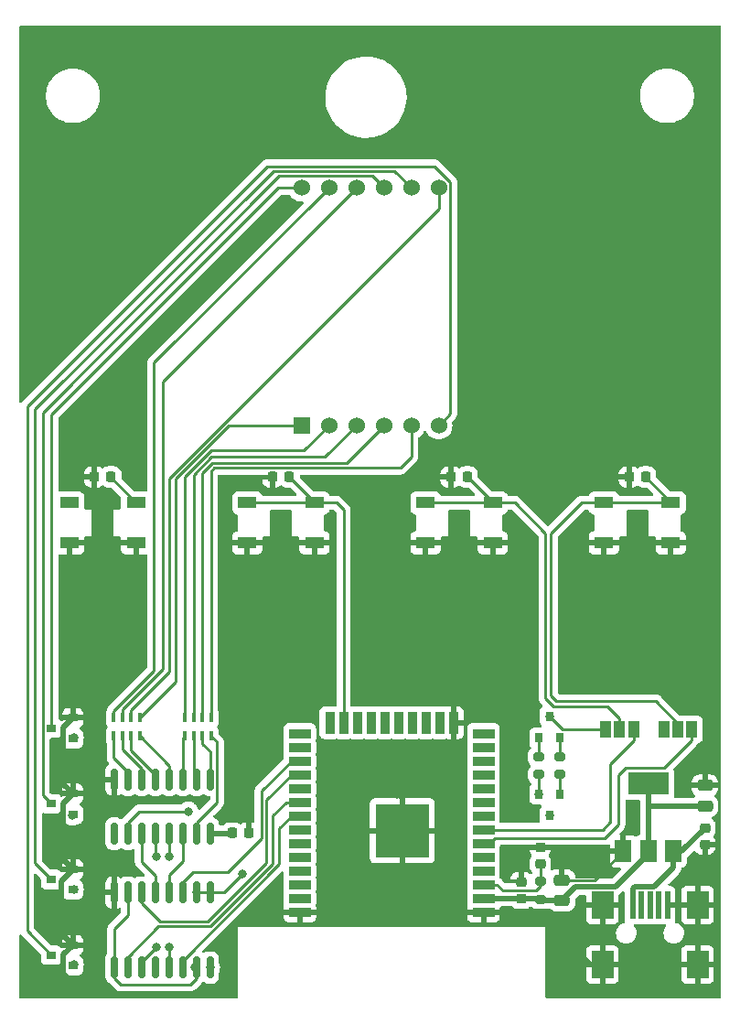
<source format=gtl>
G04 #@! TF.GenerationSoftware,KiCad,Pcbnew,6.0.1-79c1e3a40b~116~ubuntu21.04.1*
G04 #@! TF.CreationDate,2022-02-15T16:14:11-05:00*
G04 #@! TF.ProjectId,ttc_sign,7474635f-7369-4676-9e2e-6b696361645f,rev?*
G04 #@! TF.SameCoordinates,Original*
G04 #@! TF.FileFunction,Copper,L1,Top*
G04 #@! TF.FilePolarity,Positive*
%FSLAX46Y46*%
G04 Gerber Fmt 4.6, Leading zero omitted, Abs format (unit mm)*
G04 Created by KiCad (PCBNEW 6.0.1-79c1e3a40b~116~ubuntu21.04.1) date 2022-02-15 16:14:11*
%MOMM*%
%LPD*%
G01*
G04 APERTURE LIST*
G04 Aperture macros list*
%AMRoundRect*
0 Rectangle with rounded corners*
0 $1 Rounding radius*
0 $2 $3 $4 $5 $6 $7 $8 $9 X,Y pos of 4 corners*
0 Add a 4 corners polygon primitive as box body*
4,1,4,$2,$3,$4,$5,$6,$7,$8,$9,$2,$3,0*
0 Add four circle primitives for the rounded corners*
1,1,$1+$1,$2,$3*
1,1,$1+$1,$4,$5*
1,1,$1+$1,$6,$7*
1,1,$1+$1,$8,$9*
0 Add four rect primitives between the rounded corners*
20,1,$1+$1,$2,$3,$4,$5,0*
20,1,$1+$1,$4,$5,$6,$7,0*
20,1,$1+$1,$6,$7,$8,$9,0*
20,1,$1+$1,$8,$9,$2,$3,0*%
G04 Aperture macros list end*
G04 #@! TA.AperFunction,SMDPad,CuDef*
%ADD10R,1.000000X1.500000*%
G04 #@! TD*
G04 #@! TA.AperFunction,SMDPad,CuDef*
%ADD11RoundRect,0.150000X-0.150000X0.850000X-0.150000X-0.850000X0.150000X-0.850000X0.150000X0.850000X0*%
G04 #@! TD*
G04 #@! TA.AperFunction,SMDPad,CuDef*
%ADD12R,0.800000X0.900000*%
G04 #@! TD*
G04 #@! TA.AperFunction,ComponentPad*
%ADD13C,1.524000*%
G04 #@! TD*
G04 #@! TA.AperFunction,ComponentPad*
%ADD14R,1.524000X1.524000*%
G04 #@! TD*
G04 #@! TA.AperFunction,SMDPad,CuDef*
%ADD15R,1.500000X2.000000*%
G04 #@! TD*
G04 #@! TA.AperFunction,SMDPad,CuDef*
%ADD16R,3.800000X2.000000*%
G04 #@! TD*
G04 #@! TA.AperFunction,SMDPad,CuDef*
%ADD17RoundRect,0.150000X-0.150000X0.837500X-0.150000X-0.837500X0.150000X-0.837500X0.150000X0.837500X0*%
G04 #@! TD*
G04 #@! TA.AperFunction,SMDPad,CuDef*
%ADD18R,2.000000X0.900000*%
G04 #@! TD*
G04 #@! TA.AperFunction,SMDPad,CuDef*
%ADD19R,0.900000X2.000000*%
G04 #@! TD*
G04 #@! TA.AperFunction,SMDPad,CuDef*
%ADD20R,5.000000X5.000000*%
G04 #@! TD*
G04 #@! TA.AperFunction,SMDPad,CuDef*
%ADD21R,1.800000X1.100000*%
G04 #@! TD*
G04 #@! TA.AperFunction,SMDPad,CuDef*
%ADD22R,0.400000X0.900000*%
G04 #@! TD*
G04 #@! TA.AperFunction,SMDPad,CuDef*
%ADD23RoundRect,0.200000X-0.275000X0.200000X-0.275000X-0.200000X0.275000X-0.200000X0.275000X0.200000X0*%
G04 #@! TD*
G04 #@! TA.AperFunction,SMDPad,CuDef*
%ADD24RoundRect,0.200000X0.275000X-0.200000X0.275000X0.200000X-0.275000X0.200000X-0.275000X-0.200000X0*%
G04 #@! TD*
G04 #@! TA.AperFunction,SMDPad,CuDef*
%ADD25R,0.900000X0.800000*%
G04 #@! TD*
G04 #@! TA.AperFunction,SMDPad,CuDef*
%ADD26R,0.500000X2.500000*%
G04 #@! TD*
G04 #@! TA.AperFunction,SMDPad,CuDef*
%ADD27R,2.000000X2.500000*%
G04 #@! TD*
G04 #@! TA.AperFunction,SMDPad,CuDef*
%ADD28RoundRect,0.225000X-0.225000X-0.250000X0.225000X-0.250000X0.225000X0.250000X-0.225000X0.250000X0*%
G04 #@! TD*
G04 #@! TA.AperFunction,SMDPad,CuDef*
%ADD29RoundRect,0.250000X0.475000X-0.250000X0.475000X0.250000X-0.475000X0.250000X-0.475000X-0.250000X0*%
G04 #@! TD*
G04 #@! TA.AperFunction,SMDPad,CuDef*
%ADD30RoundRect,0.225000X0.250000X-0.225000X0.250000X0.225000X-0.250000X0.225000X-0.250000X-0.225000X0*%
G04 #@! TD*
G04 #@! TA.AperFunction,SMDPad,CuDef*
%ADD31RoundRect,0.225000X-0.250000X0.225000X-0.250000X-0.225000X0.250000X-0.225000X0.250000X0.225000X0*%
G04 #@! TD*
G04 #@! TA.AperFunction,ViaPad*
%ADD32C,0.800000*%
G04 #@! TD*
G04 #@! TA.AperFunction,Conductor*
%ADD33C,0.250000*%
G04 #@! TD*
G04 #@! TA.AperFunction,Conductor*
%ADD34C,0.500000*%
G04 #@! TD*
G04 APERTURE END LIST*
D10*
G04 #@! TO.P,JP2,1,A*
G04 #@! TO.N,/BUT_{4}*
X117800000Y-97600000D03*
G04 #@! TO.P,JP2,2,C*
G04 #@! TO.N,/SW_{4}*
X116500000Y-97600000D03*
G04 #@! TO.P,JP2,3,B*
G04 #@! TO.N,/EN*
X115200000Y-97600000D03*
G04 #@! TD*
G04 #@! TO.P,JP1,1,A*
G04 #@! TO.N,/BUT_{3}*
X112400000Y-97600000D03*
G04 #@! TO.P,JP1,2,C*
G04 #@! TO.N,/SW_{3}*
X111100000Y-97600000D03*
G04 #@! TO.P,JP1,3,B*
G04 #@! TO.N,/BOOT*
X109800000Y-97600000D03*
G04 #@! TD*
D11*
G04 #@! TO.P,U3,16,VCC*
G04 #@! TO.N,+5V*
X73215000Y-107250000D03*
G04 #@! TO.P,U3,15,QA*
G04 #@! TO.N,Net-(RN1-Pad8)*
X71945000Y-107250000D03*
G04 #@! TO.P,U3,14,SER*
G04 #@! TO.N,/SER_{5V}*
X70675000Y-107250000D03*
G04 #@! TO.P,U3,13,~{OE}*
G04 #@! TO.N,/OE_{5V}*
X69405000Y-107250000D03*
G04 #@! TO.P,U3,12,RCLK*
G04 #@! TO.N,/RCLK_{5V}*
X68135000Y-107250000D03*
G04 #@! TO.P,U3,11,SRCLK*
G04 #@! TO.N,/SRCLK_{5V}*
X66865000Y-107250000D03*
G04 #@! TO.P,U3,10,~{SRCLR}*
G04 #@! TO.N,+5V*
X65595000Y-107250000D03*
G04 #@! TO.P,U3,9,QH'*
G04 #@! TO.N,unconnected-(U3-Pad9)*
X64325000Y-107250000D03*
G04 #@! TO.P,U3,8,GND*
G04 #@! TO.N,GND*
X64325000Y-102250000D03*
G04 #@! TO.P,U3,7,QH*
G04 #@! TO.N,Net-(RN2-Pad5)*
X65595000Y-102250000D03*
G04 #@! TO.P,U3,6,QG*
G04 #@! TO.N,Net-(RN2-Pad6)*
X66865000Y-102250000D03*
G04 #@! TO.P,U3,5,QF*
G04 #@! TO.N,Net-(RN2-Pad7)*
X68135000Y-102250000D03*
G04 #@! TO.P,U3,4,QE*
G04 #@! TO.N,Net-(RN2-Pad8)*
X69405000Y-102250000D03*
G04 #@! TO.P,U3,3,QD*
G04 #@! TO.N,Net-(RN1-Pad5)*
X70675000Y-102250000D03*
G04 #@! TO.P,U3,2,QC*
G04 #@! TO.N,Net-(RN1-Pad6)*
X71945000Y-102250000D03*
G04 #@! TO.P,U3,1,QB*
G04 #@! TO.N,Net-(RN1-Pad7)*
X73215000Y-102250000D03*
G04 #@! TD*
D12*
G04 #@! TO.P,Q6,3,C*
G04 #@! TO.N,/BOOT*
X104600000Y-96400000D03*
G04 #@! TO.P,Q6,2,E*
G04 #@! TO.N,/DTR*
X105550000Y-98400000D03*
G04 #@! TO.P,Q6,1,B*
G04 #@! TO.N,Net-(Q6-Pad1)*
X103650000Y-98400000D03*
G04 #@! TD*
G04 #@! TO.P,Q5,3,C*
G04 #@! TO.N,/EN*
X104600000Y-105600000D03*
G04 #@! TO.P,Q5,2,E*
G04 #@! TO.N,/RTS*
X103650000Y-103600000D03*
G04 #@! TO.P,Q5,1,B*
G04 #@! TO.N,Net-(Q5-Pad1)*
X105550000Y-103600000D03*
G04 #@! TD*
D13*
G04 #@! TO.P,U1,12,CC1*
G04 #@! TO.N,/C_{1}*
X81650000Y-47500000D03*
G04 #@! TO.P,U1,11,A*
G04 #@! TO.N,/A*
X84190000Y-47500000D03*
G04 #@! TO.P,U1,10,F*
G04 #@! TO.N,/F*
X86730000Y-47500000D03*
G04 #@! TO.P,U1,9,CC2*
G04 #@! TO.N,/C_{2}*
X89270000Y-47500000D03*
G04 #@! TO.P,U1,8,CC3*
G04 #@! TO.N,/C_{3}*
X91810000Y-47500000D03*
G04 #@! TO.P,U1,7,B*
G04 #@! TO.N,/B*
X94350000Y-47500000D03*
G04 #@! TO.P,U1,6,CC4*
G04 #@! TO.N,/C_{4}*
X94350000Y-69500000D03*
G04 #@! TO.P,U1,5,G*
G04 #@! TO.N,/G*
X91810000Y-69500000D03*
G04 #@! TO.P,U1,4,C*
G04 #@! TO.N,/C*
X89270000Y-69500000D03*
G04 #@! TO.P,U1,3,DPX*
G04 #@! TO.N,/DP*
X86730000Y-69500000D03*
G04 #@! TO.P,U1,2,D*
G04 #@! TO.N,/D*
X84190000Y-69500000D03*
D14*
G04 #@! TO.P,U1,1,E*
G04 #@! TO.N,/E*
X81650000Y-69500000D03*
G04 #@! TD*
D15*
G04 #@! TO.P,U5,1,GND*
G04 #@! TO.N,GND*
X111450000Y-108900000D03*
G04 #@! TO.P,U5,3,VI*
G04 #@! TO.N,+5V*
X116050000Y-108900000D03*
G04 #@! TO.P,U5,2,VO*
G04 #@! TO.N,+3V3*
X113750000Y-108900000D03*
D16*
X113750000Y-102600000D03*
G04 #@! TD*
D17*
G04 #@! TO.P,U2,16,VHIGH*
G04 #@! TO.N,+5V*
X73215000Y-119642500D03*
G04 #@! TO.P,U2,15,END*
G04 #@! TO.N,+3V3*
X71945000Y-119642500D03*
G04 #@! TO.P,U2,14,IND*
G04 #@! TO.N,/OE*
X70675000Y-119642500D03*
G04 #@! TO.P,U2,13,OUTD*
G04 #@! TO.N,/OE_{5V}*
X69405000Y-119642500D03*
G04 #@! TO.P,U2,12,NC*
G04 #@! TO.N,unconnected-(U2-Pad12)*
X68135000Y-119642500D03*
G04 #@! TO.P,U2,11,OUTC*
G04 #@! TO.N,/RCLK_{5V}*
X66865000Y-119642500D03*
G04 #@! TO.P,U2,10,INC*
G04 #@! TO.N,/RCLK*
X65595000Y-119642500D03*
G04 #@! TO.P,U2,9,ENC*
G04 #@! TO.N,+3V3*
X64325000Y-119642500D03*
G04 #@! TO.P,U2,8,GND*
G04 #@! TO.N,GND*
X64325000Y-112717500D03*
G04 #@! TO.P,U2,7,ENB*
G04 #@! TO.N,+3V3*
X65595000Y-112717500D03*
G04 #@! TO.P,U2,6,INB*
G04 #@! TO.N,/SRCLCK*
X66865000Y-112717500D03*
G04 #@! TO.P,U2,5,OUTB*
G04 #@! TO.N,/SRCLK_{5V}*
X68135000Y-112717500D03*
G04 #@! TO.P,U2,4,OUTA*
G04 #@! TO.N,/SER_{5V}*
X69405000Y-112717500D03*
G04 #@! TO.P,U2,3,INA*
G04 #@! TO.N,/SER*
X70675000Y-112717500D03*
G04 #@! TO.P,U2,2,ENA*
G04 #@! TO.N,+3V3*
X71945000Y-112717500D03*
G04 #@! TO.P,U2,1,VLOW*
X73215000Y-112717500D03*
G04 #@! TD*
D18*
G04 #@! TO.P,U4,38,GND*
G04 #@! TO.N,GND*
X81500000Y-114505000D03*
G04 #@! TO.P,U4,37,IO23*
G04 #@! TO.N,/DIGIT_{4}*
X81500000Y-113235000D03*
G04 #@! TO.P,U4,36,IO22*
G04 #@! TO.N,/DIGIT_{3}*
X81500000Y-111965000D03*
G04 #@! TO.P,U4,35,TXD0/IO1*
G04 #@! TO.N,/TX*
X81500000Y-110695000D03*
G04 #@! TO.P,U4,34,RXD0/IO3*
G04 #@! TO.N,/RX*
X81500000Y-109425000D03*
G04 #@! TO.P,U4,33,IO21*
G04 #@! TO.N,/DIGIT_{2}*
X81500000Y-108155000D03*
G04 #@! TO.P,U4,32,NC*
G04 #@! TO.N,unconnected-(U4-Pad32)*
X81500000Y-106885000D03*
G04 #@! TO.P,U4,31,IO19*
G04 #@! TO.N,/OE*
X81500000Y-105615000D03*
G04 #@! TO.P,U4,30,IO18*
G04 #@! TO.N,/RCLK*
X81500000Y-104345000D03*
G04 #@! TO.P,U4,29,IO5*
G04 #@! TO.N,unconnected-(U4-Pad29)*
X81500000Y-103075000D03*
G04 #@! TO.P,U4,28,IO17*
G04 #@! TO.N,/SRCLCK*
X81500000Y-101805000D03*
G04 #@! TO.P,U4,27,IO16*
G04 #@! TO.N,/SER*
X81500000Y-100535000D03*
G04 #@! TO.P,U4,26,IO4*
G04 #@! TO.N,/DIGIT_{1}*
X81500000Y-99265000D03*
G04 #@! TO.P,U4,25,IO0*
G04 #@! TO.N,/BOOT*
X81500000Y-97995000D03*
D19*
G04 #@! TO.P,U4,24,IO2*
G04 #@! TO.N,/BUT_{1}*
X84285000Y-96995000D03*
G04 #@! TO.P,U4,23,IO15*
G04 #@! TO.N,/BUT_{2}*
X85555000Y-96995000D03*
G04 #@! TO.P,U4,22,SDI/SD1*
G04 #@! TO.N,unconnected-(U4-Pad22)*
X86825000Y-96995000D03*
G04 #@! TO.P,U4,21,SDO/SD0*
G04 #@! TO.N,unconnected-(U4-Pad21)*
X88095000Y-96995000D03*
G04 #@! TO.P,U4,20,SCK/CLK*
G04 #@! TO.N,unconnected-(U4-Pad20)*
X89365000Y-96995000D03*
G04 #@! TO.P,U4,19,SCS/CMD*
G04 #@! TO.N,unconnected-(U4-Pad19)*
X90635000Y-96995000D03*
G04 #@! TO.P,U4,18,SWP/SD3*
G04 #@! TO.N,unconnected-(U4-Pad18)*
X91905000Y-96995000D03*
G04 #@! TO.P,U4,17,SHD/SD2*
G04 #@! TO.N,unconnected-(U4-Pad17)*
X93175000Y-96995000D03*
G04 #@! TO.P,U4,16,IO13*
G04 #@! TO.N,unconnected-(U4-Pad16)*
X94445000Y-96995000D03*
G04 #@! TO.P,U4,15,GND*
G04 #@! TO.N,GND*
X95715000Y-96995000D03*
D18*
G04 #@! TO.P,U4,14,IO12*
G04 #@! TO.N,unconnected-(U4-Pad14)*
X98500000Y-97995000D03*
G04 #@! TO.P,U4,13,IO14*
G04 #@! TO.N,unconnected-(U4-Pad13)*
X98500000Y-99265000D03*
G04 #@! TO.P,U4,12,IO27*
G04 #@! TO.N,unconnected-(U4-Pad12)*
X98500000Y-100535000D03*
G04 #@! TO.P,U4,11,IO26*
G04 #@! TO.N,unconnected-(U4-Pad11)*
X98500000Y-101805000D03*
G04 #@! TO.P,U4,10,IO25*
G04 #@! TO.N,unconnected-(U4-Pad10)*
X98500000Y-103075000D03*
G04 #@! TO.P,U4,9,IO33*
G04 #@! TO.N,unconnected-(U4-Pad9)*
X98500000Y-104345000D03*
G04 #@! TO.P,U4,8,IO32*
G04 #@! TO.N,unconnected-(U4-Pad8)*
X98500000Y-105615000D03*
G04 #@! TO.P,U4,7,IO35*
G04 #@! TO.N,/BUT_{3}*
X98500000Y-106885000D03*
G04 #@! TO.P,U4,6,IO34*
G04 #@! TO.N,/BUT_{4}*
X98500000Y-108155000D03*
G04 #@! TO.P,U4,5,SENSOR_VN*
G04 #@! TO.N,unconnected-(U4-Pad5)*
X98500000Y-109425000D03*
G04 #@! TO.P,U4,4,SENSOR_VP*
G04 #@! TO.N,unconnected-(U4-Pad4)*
X98500000Y-110695000D03*
G04 #@! TO.P,U4,3,EN*
G04 #@! TO.N,/EN*
X98500000Y-111965000D03*
G04 #@! TO.P,U4,2,VDD*
G04 #@! TO.N,+3V3*
X98500000Y-113235000D03*
G04 #@! TO.P,U4,1,GND*
G04 #@! TO.N,GND*
X98500000Y-114505000D03*
D20*
G04 #@! TO.P,U4,39,GND*
X91000000Y-107005000D03*
G04 #@! TD*
D21*
G04 #@! TO.P,SW4,2,2*
G04 #@! TO.N,/SW_{4}*
X109650000Y-76650000D03*
X115850000Y-76650000D03*
G04 #@! TO.P,SW4,1,1*
G04 #@! TO.N,GND*
X109650000Y-80350000D03*
X115850000Y-80350000D03*
G04 #@! TD*
G04 #@! TO.P,SW3,2,2*
G04 #@! TO.N,/SW_{3}*
X93150000Y-76650000D03*
X99350000Y-76650000D03*
G04 #@! TO.P,SW3,1,1*
G04 #@! TO.N,GND*
X93150000Y-80350000D03*
X99350000Y-80350000D03*
G04 #@! TD*
G04 #@! TO.P,SW2,2,2*
G04 #@! TO.N,/BUT_{2}*
X76650000Y-76650000D03*
X82850000Y-76650000D03*
G04 #@! TO.P,SW2,1,1*
G04 #@! TO.N,GND*
X76650000Y-80350000D03*
X82850000Y-80350000D03*
G04 #@! TD*
G04 #@! TO.P,SW1,2,2*
G04 #@! TO.N,/BUT_{1}*
X60150000Y-76650000D03*
X66350000Y-76650000D03*
G04 #@! TO.P,SW1,1,1*
G04 #@! TO.N,GND*
X60150000Y-80350000D03*
X66350000Y-80350000D03*
G04 #@! TD*
D22*
G04 #@! TO.P,RN2,5,R4.2*
G04 #@! TO.N,Net-(RN2-Pad5)*
X64268000Y-98234000D03*
G04 #@! TO.P,RN2,6,R3.2*
G04 #@! TO.N,Net-(RN2-Pad6)*
X65068000Y-98234000D03*
G04 #@! TO.P,RN2,7,R2.2*
G04 #@! TO.N,Net-(RN2-Pad7)*
X65868000Y-98234000D03*
G04 #@! TO.P,RN2,8,R1.2*
G04 #@! TO.N,Net-(RN2-Pad8)*
X66668000Y-98234000D03*
G04 #@! TO.P,RN2,4,R4.1*
G04 #@! TO.N,/A*
X64268000Y-96534000D03*
G04 #@! TO.P,RN2,1,R1.1*
G04 #@! TO.N,/E*
X66668000Y-96534000D03*
G04 #@! TO.P,RN2,3,R3.1*
G04 #@! TO.N,/F*
X65068000Y-96534000D03*
G04 #@! TO.P,RN2,2,R2.1*
G04 #@! TO.N,/B*
X65868000Y-96534000D03*
G04 #@! TD*
G04 #@! TO.P,RN1,5,R4.2*
G04 #@! TO.N,Net-(RN1-Pad5)*
X70872000Y-98234000D03*
G04 #@! TO.P,RN1,6,R3.2*
G04 #@! TO.N,Net-(RN1-Pad6)*
X71672000Y-98234000D03*
G04 #@! TO.P,RN1,7,R2.2*
G04 #@! TO.N,Net-(RN1-Pad7)*
X72472000Y-98234000D03*
G04 #@! TO.P,RN1,8,R1.2*
G04 #@! TO.N,Net-(RN1-Pad8)*
X73272000Y-98234000D03*
G04 #@! TO.P,RN1,4,R4.1*
G04 #@! TO.N,/D*
X70872000Y-96534000D03*
G04 #@! TO.P,RN1,1,R1.1*
G04 #@! TO.N,/G*
X73272000Y-96534000D03*
G04 #@! TO.P,RN1,3,R3.1*
G04 #@! TO.N,/DP*
X71672000Y-96534000D03*
G04 #@! TO.P,RN1,2,R2.1*
G04 #@! TO.N,/C*
X72472000Y-96534000D03*
G04 #@! TD*
D23*
G04 #@! TO.P,R3,2*
G04 #@! TO.N,/RTS*
X103600000Y-101800000D03*
G04 #@! TO.P,R3,1*
G04 #@! TO.N,Net-(Q6-Pad1)*
X103600000Y-100150000D03*
G04 #@! TD*
D24*
G04 #@! TO.P,R2,2*
G04 #@! TO.N,/DTR*
X105600000Y-100150000D03*
G04 #@! TO.P,R2,1*
G04 #@! TO.N,Net-(Q5-Pad1)*
X105600000Y-101800000D03*
G04 #@! TD*
D23*
G04 #@! TO.P,R1,2*
G04 #@! TO.N,+3V3*
X103750000Y-113325000D03*
G04 #@! TO.P,R1,1*
G04 #@! TO.N,/EN*
X103750000Y-111675000D03*
G04 #@! TD*
D25*
G04 #@! TO.P,Q4,3,D*
G04 #@! TO.N,/C_{4}*
X58500000Y-118500000D03*
G04 #@! TO.P,Q4,2,S*
G04 #@! TO.N,GND*
X60500000Y-117550000D03*
G04 #@! TO.P,Q4,1,G*
G04 #@! TO.N,/DIGIT_{4}*
X60500000Y-119450000D03*
G04 #@! TD*
G04 #@! TO.P,Q3,3,D*
G04 #@! TO.N,/C_{3}*
X58500000Y-111500000D03*
G04 #@! TO.P,Q3,2,S*
G04 #@! TO.N,GND*
X60500000Y-110550000D03*
G04 #@! TO.P,Q3,1,G*
G04 #@! TO.N,/DIGIT_{3}*
X60500000Y-112450000D03*
G04 #@! TD*
G04 #@! TO.P,Q2,3,D*
G04 #@! TO.N,/C_{2}*
X58500000Y-104500000D03*
G04 #@! TO.P,Q2,2,S*
G04 #@! TO.N,GND*
X60500000Y-103550000D03*
G04 #@! TO.P,Q2,1,G*
G04 #@! TO.N,/DIGIT_{2}*
X60500000Y-105450000D03*
G04 #@! TD*
G04 #@! TO.P,Q1,3,D*
G04 #@! TO.N,/C_{1}*
X58500000Y-97500000D03*
G04 #@! TO.P,Q1,2,S*
G04 #@! TO.N,GND*
X60500000Y-96550000D03*
G04 #@! TO.P,Q1,1,G*
G04 #@! TO.N,/DIGIT_{1}*
X60500000Y-98450000D03*
G04 #@! TD*
D26*
G04 #@! TO.P,J1,5,GND*
G04 #@! TO.N,GND*
X115516000Y-113862000D03*
G04 #@! TO.P,J1,4,ID*
G04 #@! TO.N,unconnected-(J1-Pad4)*
X114716000Y-113862000D03*
G04 #@! TO.P,J1,3,D+*
G04 #@! TO.N,unconnected-(J1-Pad3)*
X113916000Y-113862000D03*
G04 #@! TO.P,J1,2,D-*
G04 #@! TO.N,unconnected-(J1-Pad2)*
X113116000Y-113862000D03*
G04 #@! TO.P,J1,1,VBUS*
G04 #@! TO.N,+5V*
X112316000Y-113862000D03*
D27*
G04 #@! TO.P,J1,6,Shield*
G04 #@! TO.N,GND*
X118316000Y-113862000D03*
X109516000Y-113862000D03*
X118316000Y-119362000D03*
X109516000Y-119362000D03*
G04 #@! TD*
D28*
G04 #@! TO.P,C3,2*
G04 #@! TO.N,GND*
X76775000Y-107200000D03*
G04 #@! TO.P,C3,1*
G04 #@! TO.N,+5V*
X75225000Y-107200000D03*
G04 #@! TD*
D29*
G04 #@! TO.P,C6,2*
G04 #@! TO.N,GND*
X119000000Y-102800000D03*
G04 #@! TO.P,C6,1*
G04 #@! TO.N,+3V3*
X119000000Y-104700000D03*
G04 #@! TD*
D30*
G04 #@! TO.P,C5,2*
G04 #@! TO.N,+5V*
X119000000Y-106725000D03*
G04 #@! TO.P,C5,1*
G04 #@! TO.N,GND*
X119000000Y-108275000D03*
G04 #@! TD*
D28*
G04 #@! TO.P,C10,2*
G04 #@! TO.N,/SW_{4}*
X113525000Y-74250000D03*
G04 #@! TO.P,C10,1*
G04 #@! TO.N,GND*
X111975000Y-74250000D03*
G04 #@! TD*
G04 #@! TO.P,C9,2*
G04 #@! TO.N,/SW_{3}*
X97025000Y-74250000D03*
G04 #@! TO.P,C9,1*
G04 #@! TO.N,GND*
X95475000Y-74250000D03*
G04 #@! TD*
G04 #@! TO.P,C8,2*
G04 #@! TO.N,/BUT_{2}*
X80525000Y-74250000D03*
G04 #@! TO.P,C8,1*
G04 #@! TO.N,GND*
X78975000Y-74250000D03*
G04 #@! TD*
D31*
G04 #@! TO.P,C2,2*
G04 #@! TO.N,+3V3*
X102000000Y-113275000D03*
G04 #@! TO.P,C2,1*
G04 #@! TO.N,GND*
X102000000Y-111725000D03*
G04 #@! TD*
D29*
G04 #@! TO.P,C1,2*
G04 #@! TO.N,GND*
X105750000Y-111550000D03*
G04 #@! TO.P,C1,1*
G04 #@! TO.N,+3V3*
X105750000Y-113450000D03*
G04 #@! TD*
D28*
G04 #@! TO.P,C7,2*
G04 #@! TO.N,/BUT_{1}*
X64025000Y-74250000D03*
G04 #@! TO.P,C7,1*
G04 #@! TO.N,GND*
X62475000Y-74250000D03*
G04 #@! TD*
D31*
G04 #@! TO.P,C4,2*
G04 #@! TO.N,/EN*
X103750000Y-110050000D03*
G04 #@! TO.P,C4,1*
G04 #@! TO.N,GND*
X103750000Y-108500000D03*
G04 #@! TD*
D32*
G04 #@! TO.N,/EN*
X104600000Y-105600000D03*
X103750000Y-110050000D03*
X115200000Y-97600000D03*
G04 #@! TO.N,GND*
X109400000Y-113600000D03*
X111450000Y-108900000D03*
X90525000Y-103660000D03*
G04 #@! TO.N,/BUT_{1}*
X84285000Y-96995000D03*
X66350000Y-76650000D03*
X60150000Y-76650000D03*
G04 #@! TO.N,+3V3*
X71800000Y-119600000D03*
X71945000Y-112717500D03*
X76200000Y-111000000D03*
X98500000Y-113235000D03*
G04 #@! TO.N,+5V*
X71200000Y-105200000D03*
X75250000Y-107200000D03*
X116050000Y-108900000D03*
X73215000Y-119642500D03*
G04 #@! TO.N,/RX*
X81500000Y-109425000D03*
G04 #@! TO.N,/TX*
X81500000Y-110695000D03*
G04 #@! TO.N,/RTS*
X103650000Y-103600000D03*
G04 #@! TO.N,/DTR*
X105600000Y-100150000D03*
G04 #@! TO.N,/BOOT*
X104600000Y-96400000D03*
X81500000Y-97995000D03*
G04 #@! TO.N,/DIGIT_{1}*
X60600000Y-98400000D03*
X81500000Y-99265000D03*
G04 #@! TO.N,/DIGIT_{2}*
X60449999Y-105600000D03*
X81500000Y-108155000D03*
G04 #@! TO.N,/DIGIT_{3}*
X60600000Y-112400000D03*
X81500000Y-111965000D03*
G04 #@! TO.N,/DIGIT_{4}*
X60600000Y-119400000D03*
X81500000Y-113235000D03*
G04 #@! TO.N,/OE_{5V}*
X69400000Y-117800000D03*
X69400000Y-109400000D03*
G04 #@! TO.N,/RCLK_{5V}*
X68200000Y-109400000D03*
X68200000Y-117800000D03*
G04 #@! TD*
D33*
G04 #@! TO.N,/EN*
X103750000Y-110050000D02*
X103750000Y-111675000D01*
X103750000Y-112075000D02*
X103325000Y-112500000D01*
X103750000Y-111675000D02*
X103750000Y-112075000D01*
X99750000Y-111965000D02*
X98500000Y-111965000D01*
X100285000Y-112500000D02*
X99750000Y-111965000D01*
X103325000Y-112500000D02*
X100285000Y-112500000D01*
D34*
G04 #@! TO.N,GND*
X91000000Y-114500000D02*
X90995000Y-114505000D01*
X91000000Y-107005000D02*
X91000000Y-114500000D01*
X90995000Y-114505000D02*
X98500000Y-114505000D01*
X81500000Y-114505000D02*
X90995000Y-114505000D01*
X108387998Y-119362000D02*
X109516000Y-119362000D01*
X103530998Y-114505000D02*
X108387998Y-119362000D01*
X98500000Y-114505000D02*
X103530998Y-114505000D01*
X59599999Y-102649999D02*
X60500000Y-103550000D01*
X59599999Y-97450001D02*
X59599999Y-102649999D01*
X60500000Y-96550000D02*
X59599999Y-97450001D01*
X59599999Y-109649999D02*
X60500000Y-110550000D01*
X59599999Y-104450001D02*
X59599999Y-109649999D01*
X60500000Y-103550000D02*
X59599999Y-104450001D01*
X59400001Y-116450001D02*
X60500000Y-117550000D01*
X59400001Y-111649999D02*
X59400001Y-116450001D01*
X60500000Y-110550000D02*
X59400001Y-111649999D01*
X76469002Y-114505000D02*
X81500000Y-114505000D01*
X75299990Y-115674012D02*
X76469002Y-114505000D01*
X75299990Y-122200000D02*
X75299990Y-115674012D01*
X61600000Y-122200000D02*
X75299990Y-122200000D01*
X59599999Y-120210001D02*
X61600000Y-122200000D01*
X59599999Y-118450001D02*
X59599999Y-120210001D01*
X60500000Y-117550000D02*
X59599999Y-118450001D01*
D33*
X109516000Y-113716000D02*
X109400000Y-113600000D01*
X109516000Y-113862000D02*
X109516000Y-113716000D01*
X108800000Y-111550000D02*
X111450000Y-108900000D01*
X105750000Y-111550000D02*
X108800000Y-111550000D01*
X91000000Y-104135000D02*
X90525000Y-103660000D01*
X91000000Y-107005000D02*
X91000000Y-104135000D01*
G04 #@! TO.N,/BUT_{1}*
X64025000Y-74325000D02*
X66350000Y-76650000D01*
X64025000Y-74250000D02*
X64025000Y-74325000D01*
G04 #@! TO.N,+3V3*
X71945000Y-112717500D02*
X73215000Y-112717500D01*
D34*
X101960000Y-113235000D02*
X102000000Y-113275000D01*
X98500000Y-113235000D02*
X101960000Y-113235000D01*
X103700000Y-113275000D02*
X103750000Y-113325000D01*
X102000000Y-113275000D02*
X103700000Y-113275000D01*
X103875000Y-113450000D02*
X103750000Y-113325000D01*
X105750000Y-113450000D02*
X103875000Y-113450000D01*
X107038001Y-112161999D02*
X105750000Y-113450000D01*
X113750000Y-109150000D02*
X110738001Y-112161999D01*
X110738001Y-112161999D02*
X107038001Y-112161999D01*
X113750000Y-108900000D02*
X113750000Y-109150000D01*
D33*
X71842500Y-119642500D02*
X71800000Y-119600000D01*
X71945000Y-119642500D02*
X71842500Y-119642500D01*
X65595000Y-112717500D02*
X65595000Y-114805000D01*
X64325000Y-116075000D02*
X64325000Y-119642500D01*
X65595000Y-114805000D02*
X64325000Y-116075000D01*
X64325000Y-120630000D02*
X64895000Y-121200000D01*
X64325000Y-119642500D02*
X64325000Y-120630000D01*
X71945000Y-120630000D02*
X71945000Y-119642500D01*
X71375000Y-121200000D02*
X71945000Y-120630000D01*
X64895000Y-121200000D02*
X71375000Y-121200000D01*
D34*
X113800000Y-104700000D02*
X113750000Y-104650000D01*
X119000000Y-104700000D02*
X113800000Y-104700000D01*
X113750000Y-104650000D02*
X113750000Y-102600000D01*
X113750000Y-108900000D02*
X113750000Y-104650000D01*
D33*
X74482500Y-112717500D02*
X76200000Y-111000000D01*
X73215000Y-112717500D02*
X74482500Y-112717500D01*
G04 #@! TO.N,/BUT_{2}*
X82850000Y-76650000D02*
X76650000Y-76650000D01*
X82850000Y-76575000D02*
X80525000Y-74250000D01*
X82850000Y-76650000D02*
X82850000Y-76575000D01*
X82850000Y-76650000D02*
X84900000Y-76650000D01*
X85555000Y-77305000D02*
X85555000Y-96995000D01*
X84900000Y-76650000D02*
X85555000Y-77305000D01*
D34*
G04 #@! TO.N,+5V*
X116050000Y-110400000D02*
X116050000Y-108900000D01*
X114288001Y-112161999D02*
X116050000Y-110400000D01*
X112505999Y-112161999D02*
X114288001Y-112161999D01*
X112316000Y-112351998D02*
X112505999Y-112161999D01*
X112316000Y-113862000D02*
X112316000Y-112351998D01*
X116825000Y-108900000D02*
X119000000Y-106725000D01*
X116050000Y-108900000D02*
X116825000Y-108900000D01*
D33*
X66645000Y-105200000D02*
X71200000Y-105200000D01*
X65595000Y-106250000D02*
X66645000Y-105200000D01*
X65595000Y-107250000D02*
X65595000Y-106250000D01*
D34*
X75200000Y-107250000D02*
X75250000Y-107200000D01*
X73215000Y-107250000D02*
X75200000Y-107250000D01*
D33*
G04 #@! TO.N,/RTS*
X103650000Y-101850000D02*
X103600000Y-101800000D01*
X103650000Y-103600000D02*
X103650000Y-101850000D01*
G04 #@! TO.N,/DTR*
X105600000Y-98450000D02*
X105550000Y-98400000D01*
X105600000Y-100150000D02*
X105600000Y-98450000D01*
G04 #@! TO.N,/BOOT*
X105800000Y-97600000D02*
X104600000Y-96400000D01*
X109800000Y-97600000D02*
X105800000Y-97600000D01*
G04 #@! TO.N,/BUT_{3}*
X112400000Y-98600000D02*
X110200000Y-100800000D01*
X112400000Y-97600000D02*
X112400000Y-98600000D01*
X110200000Y-100800000D02*
X110200000Y-106200000D01*
X109515000Y-106885000D02*
X98500000Y-106885000D01*
X110200000Y-106200000D02*
X109515000Y-106885000D01*
G04 #@! TO.N,/BUT_{4}*
X99539999Y-107660001D02*
X109739999Y-107660001D01*
X99045000Y-108155000D02*
X99539999Y-107660001D01*
X98500000Y-108155000D02*
X99045000Y-108155000D01*
X109739999Y-107660001D02*
X111000000Y-106400000D01*
X111000000Y-101864998D02*
X111664998Y-101200000D01*
X111000000Y-106400000D02*
X111000000Y-101864998D01*
X117800000Y-98600000D02*
X117800000Y-97600000D01*
X115200000Y-101200000D02*
X117800000Y-98600000D01*
X111664998Y-101200000D02*
X115200000Y-101200000D01*
G04 #@! TO.N,/C_{1}*
X79500000Y-47500000D02*
X81650000Y-47500000D01*
X58500000Y-68500000D02*
X79500000Y-47500000D01*
X58500000Y-97500000D02*
X58500000Y-68500000D01*
G04 #@! TO.N,/DIGIT_{1}*
X60550000Y-98450000D02*
X60600000Y-98400000D01*
X60500000Y-98450000D02*
X60550000Y-98450000D01*
G04 #@! TO.N,/C_{2}*
X57724999Y-103724999D02*
X57724999Y-68275001D01*
X58500000Y-104500000D02*
X57724999Y-103724999D01*
X88182999Y-46412999D02*
X89270000Y-47500000D01*
X79587001Y-46412999D02*
X88182999Y-46412999D01*
X57724999Y-68275001D02*
X79587001Y-46412999D01*
G04 #@! TO.N,/DIGIT_{2}*
X60500000Y-105549999D02*
X60449999Y-105600000D01*
X60500000Y-105450000D02*
X60500000Y-105549999D01*
G04 #@! TO.N,/C_{3}*
X58500000Y-111500000D02*
X57000000Y-110000000D01*
X57000000Y-110000000D02*
X57000000Y-68000000D01*
X90272990Y-45962990D02*
X91810000Y-47500000D01*
X79037010Y-45962990D02*
X90272990Y-45962990D01*
X57000000Y-68000000D02*
X79037010Y-45962990D01*
G04 #@! TO.N,/DIGIT_{3}*
X60550000Y-112450000D02*
X60600000Y-112400000D01*
X60500000Y-112450000D02*
X60550000Y-112450000D01*
G04 #@! TO.N,/C_{4}*
X95437001Y-46978239D02*
X93971742Y-45512980D01*
X95437001Y-68412999D02*
X95437001Y-46978239D01*
X94350000Y-69500000D02*
X95437001Y-68412999D01*
X78512980Y-45512980D02*
X93971742Y-45512980D01*
X78500000Y-45500000D02*
X78512980Y-45512980D01*
X56250000Y-67750000D02*
X78500000Y-45500000D01*
X56250000Y-116250000D02*
X56250000Y-67750000D01*
X58500000Y-118500000D02*
X56250000Y-116250000D01*
G04 #@! TO.N,/DIGIT_{4}*
X60550000Y-119450000D02*
X60600000Y-119400000D01*
X60500000Y-119450000D02*
X60550000Y-119450000D01*
G04 #@! TO.N,/E*
X74954360Y-69500000D02*
X70000000Y-74454360D01*
X81650000Y-69500000D02*
X74954360Y-69500000D01*
X70000000Y-93202000D02*
X66668000Y-96534000D01*
X70000000Y-74454360D02*
X70000000Y-93202000D01*
G04 #@! TO.N,/F*
X65068000Y-96534000D02*
X65068000Y-95732000D01*
X65068000Y-95732000D02*
X68800000Y-92000000D01*
X68800000Y-65430000D02*
X86730000Y-47500000D01*
X68800000Y-92000000D02*
X68800000Y-65430000D01*
G04 #@! TO.N,/G*
X73272000Y-96534000D02*
X73272000Y-73728000D01*
X73272000Y-73728000D02*
X73600000Y-73400000D01*
X73600000Y-73400000D02*
X90800000Y-73400000D01*
X91810000Y-72390000D02*
X91810000Y-69500000D01*
X90800000Y-73400000D02*
X91810000Y-72390000D01*
G04 #@! TO.N,/DP*
X71672000Y-74055180D02*
X73327180Y-72400000D01*
X71672000Y-96534000D02*
X71672000Y-74055180D01*
X83830000Y-72400000D02*
X86730000Y-69500000D01*
X73327180Y-72400000D02*
X83830000Y-72400000D01*
G04 #@! TO.N,/A*
X84190000Y-47500000D02*
X68000000Y-63690000D01*
X64268000Y-95895590D02*
X64268000Y-96534000D01*
X68000000Y-92163590D02*
X64268000Y-95895590D01*
X68000000Y-63690000D02*
X68000000Y-92163590D01*
G04 #@! TO.N,/B*
X65868000Y-95834000D02*
X69400000Y-92302000D01*
X65868000Y-96534000D02*
X65868000Y-95834000D01*
X94350000Y-49467950D02*
X94350000Y-47500000D01*
X69400000Y-74417950D02*
X94350000Y-49467950D01*
X69400000Y-92302000D02*
X69400000Y-74417950D01*
G04 #@! TO.N,/C*
X72472000Y-73891590D02*
X72472000Y-96534000D01*
X73413600Y-72949990D02*
X72472000Y-73891590D01*
X85820009Y-72949991D02*
X73413600Y-72949990D01*
X89270000Y-69500000D02*
X85820009Y-72949991D01*
G04 #@! TO.N,/D*
X84190000Y-69500000D02*
X81890000Y-71800000D01*
X70872000Y-74218770D02*
X70872000Y-96534000D01*
X73290770Y-71800000D02*
X70872000Y-74218770D01*
X81890000Y-71800000D02*
X73290770Y-71800000D01*
G04 #@! TO.N,/OE*
X80734998Y-105615000D02*
X81500000Y-105615000D01*
X79600000Y-106749998D02*
X80734998Y-105615000D01*
X79600000Y-110072820D02*
X79600000Y-106749998D01*
X70675000Y-118997820D02*
X79600000Y-110072820D01*
X70675000Y-119642500D02*
X70675000Y-118997820D01*
G04 #@! TO.N,/RCLK*
X65595000Y-118655000D02*
X65595000Y-119642500D01*
X68399990Y-115850010D02*
X65595000Y-118655000D01*
X73186400Y-115850010D02*
X68399990Y-115850010D01*
X79000000Y-110036410D02*
X73186400Y-115850010D01*
X79000000Y-105595000D02*
X79000000Y-110036410D01*
X80250000Y-104345000D02*
X79000000Y-105595000D01*
X81500000Y-104345000D02*
X80250000Y-104345000D01*
G04 #@! TO.N,/SRCLCK*
X80734998Y-101805000D02*
X81500000Y-101805000D01*
X78400000Y-104139998D02*
X80734998Y-101805000D01*
X78400000Y-110000000D02*
X78400000Y-104139998D01*
X73000000Y-115400000D02*
X78400000Y-110000000D01*
X68560000Y-115400000D02*
X73000000Y-115400000D01*
X66865000Y-113705000D02*
X68560000Y-115400000D01*
X66865000Y-112717500D02*
X66865000Y-113705000D01*
G04 #@! TO.N,/SER*
X70675000Y-111730000D02*
X71605000Y-110800000D01*
X70675000Y-112717500D02*
X70675000Y-111730000D01*
X80734998Y-100535000D02*
X81500000Y-100535000D01*
X77949990Y-103320008D02*
X80734998Y-100535000D01*
X77949990Y-107650010D02*
X77949990Y-103320008D01*
X74800000Y-110800000D02*
X77949990Y-107650010D01*
X71605000Y-110800000D02*
X74800000Y-110800000D01*
G04 #@! TO.N,/OE_{5V}*
X69405000Y-117805000D02*
X69400000Y-117800000D01*
X69405000Y-119642500D02*
X69405000Y-117805000D01*
X69400000Y-107255000D02*
X69405000Y-107250000D01*
X69400000Y-109400000D02*
X69400000Y-107255000D01*
G04 #@! TO.N,/RCLK_{5V}*
X68135000Y-109335000D02*
X68200000Y-109400000D01*
X68135000Y-107250000D02*
X68135000Y-109335000D01*
X66865000Y-119135000D02*
X66865000Y-119642500D01*
X68200000Y-117800000D02*
X66865000Y-119135000D01*
G04 #@! TO.N,/SRCLK_{5V}*
X68135000Y-112717500D02*
X68135000Y-111135000D01*
X66865000Y-109865000D02*
X66865000Y-107250000D01*
X68135000Y-111135000D02*
X66865000Y-109865000D01*
G04 #@! TO.N,/SER_{5V}*
X69405000Y-112717500D02*
X69405000Y-111095000D01*
X70675000Y-109825000D02*
X70675000Y-107250000D01*
X69405000Y-111095000D02*
X70675000Y-109825000D01*
G04 #@! TO.N,Net-(Q5-Pad1)*
X105600000Y-103550000D02*
X105550000Y-103600000D01*
X105600000Y-101800000D02*
X105600000Y-103550000D01*
G04 #@! TO.N,Net-(Q6-Pad1)*
X103650000Y-100100000D02*
X103600000Y-100150000D01*
X103650000Y-98400000D02*
X103650000Y-100100000D01*
G04 #@! TO.N,/SW_{3}*
X99350000Y-76650000D02*
X93150000Y-76650000D01*
X99350000Y-76575000D02*
X97025000Y-74250000D01*
X99350000Y-76650000D02*
X99350000Y-76575000D01*
X99350000Y-76650000D02*
X101400000Y-76650000D01*
X101400000Y-76650000D02*
X104250000Y-79500000D01*
X104250000Y-79500000D02*
X104250000Y-94750000D01*
X111100000Y-96600000D02*
X111100000Y-97600000D01*
X110000000Y-95500000D02*
X111100000Y-96600000D01*
X105000000Y-95500000D02*
X110000000Y-95500000D01*
X104250000Y-94750000D02*
X105000000Y-95500000D01*
G04 #@! TO.N,/SW_{4}*
X115850000Y-76650000D02*
X109650000Y-76650000D01*
X115850000Y-76575000D02*
X113525000Y-74250000D01*
X115850000Y-76650000D02*
X115850000Y-76575000D01*
X109650000Y-76650000D02*
X107600000Y-76650000D01*
X107600000Y-76650000D02*
X104750000Y-79500000D01*
X104750000Y-79500000D02*
X104750000Y-94500000D01*
X104750000Y-94500000D02*
X105250000Y-95000000D01*
X116500000Y-97064998D02*
X116500000Y-97600000D01*
X114435002Y-95000000D02*
X116500000Y-97064998D01*
X105250000Y-95000000D02*
X114435002Y-95000000D01*
G04 #@! TO.N,Net-(RN2-Pad5)*
X65595000Y-102250000D02*
X65595000Y-101595000D01*
X64268000Y-100268000D02*
X64268000Y-98234000D01*
X65595000Y-101595000D02*
X64268000Y-100268000D01*
G04 #@! TO.N,Net-(RN2-Pad6)*
X65068000Y-99453000D02*
X65068000Y-98234000D01*
X66865000Y-101250000D02*
X65068000Y-99453000D01*
X66865000Y-102250000D02*
X66865000Y-101250000D01*
G04 #@! TO.N,Net-(RN2-Pad7)*
X68135000Y-101848232D02*
X68135000Y-102250000D01*
X65868000Y-99581232D02*
X68135000Y-101848232D01*
X65868000Y-98234000D02*
X65868000Y-99581232D01*
G04 #@! TO.N,Net-(RN2-Pad8)*
X69405000Y-100971000D02*
X69405000Y-102250000D01*
X66668000Y-98234000D02*
X69405000Y-100971000D01*
G04 #@! TO.N,Net-(RN1-Pad5)*
X70675000Y-98431000D02*
X70872000Y-98234000D01*
X70675000Y-102250000D02*
X70675000Y-98431000D01*
G04 #@! TO.N,Net-(RN1-Pad6)*
X71672000Y-101977000D02*
X71945000Y-102250000D01*
X71672000Y-98234000D02*
X71672000Y-101977000D01*
G04 #@! TO.N,Net-(RN1-Pad7)*
X73215000Y-99677000D02*
X73215000Y-102250000D01*
X72472000Y-98934000D02*
X73215000Y-99677000D01*
X72472000Y-98234000D02*
X72472000Y-98934000D01*
G04 #@! TO.N,Net-(RN1-Pad8)*
X71945000Y-106250000D02*
X71945000Y-107250000D01*
X73840010Y-104354990D02*
X71945000Y-106250000D01*
X73840010Y-98802010D02*
X73840010Y-104354990D01*
X73272000Y-98234000D02*
X73840010Y-98802010D01*
G04 #@! TD*
G04 #@! TA.AperFunction,Conductor*
G04 #@! TO.N,GND*
G36*
X120434121Y-32528002D02*
G01*
X120480614Y-32581658D01*
X120492000Y-32634000D01*
X120492000Y-122366000D01*
X120471998Y-122434121D01*
X120418342Y-122480614D01*
X120366000Y-122492000D01*
X104376000Y-122492000D01*
X104307879Y-122471998D01*
X104261386Y-122418342D01*
X104250000Y-122366000D01*
X104250000Y-120656669D01*
X108008001Y-120656669D01*
X108008371Y-120663490D01*
X108013895Y-120714352D01*
X108017521Y-120729604D01*
X108062676Y-120850054D01*
X108071214Y-120865649D01*
X108147715Y-120967724D01*
X108160276Y-120980285D01*
X108262351Y-121056786D01*
X108277946Y-121065324D01*
X108398394Y-121110478D01*
X108413649Y-121114105D01*
X108464514Y-121119631D01*
X108471328Y-121120000D01*
X109243885Y-121120000D01*
X109259124Y-121115525D01*
X109260329Y-121114135D01*
X109262000Y-121106452D01*
X109262000Y-121101884D01*
X109770000Y-121101884D01*
X109774475Y-121117123D01*
X109775865Y-121118328D01*
X109783548Y-121119999D01*
X110560669Y-121119999D01*
X110567490Y-121119629D01*
X110618352Y-121114105D01*
X110633604Y-121110479D01*
X110754054Y-121065324D01*
X110769649Y-121056786D01*
X110871724Y-120980285D01*
X110884285Y-120967724D01*
X110960786Y-120865649D01*
X110969324Y-120850054D01*
X111014478Y-120729606D01*
X111018105Y-120714351D01*
X111023631Y-120663486D01*
X111024000Y-120656672D01*
X111024000Y-120656669D01*
X116808001Y-120656669D01*
X116808371Y-120663490D01*
X116813895Y-120714352D01*
X116817521Y-120729604D01*
X116862676Y-120850054D01*
X116871214Y-120865649D01*
X116947715Y-120967724D01*
X116960276Y-120980285D01*
X117062351Y-121056786D01*
X117077946Y-121065324D01*
X117198394Y-121110478D01*
X117213649Y-121114105D01*
X117264514Y-121119631D01*
X117271328Y-121120000D01*
X118043885Y-121120000D01*
X118059124Y-121115525D01*
X118060329Y-121114135D01*
X118062000Y-121106452D01*
X118062000Y-121101884D01*
X118570000Y-121101884D01*
X118574475Y-121117123D01*
X118575865Y-121118328D01*
X118583548Y-121119999D01*
X119360669Y-121119999D01*
X119367490Y-121119629D01*
X119418352Y-121114105D01*
X119433604Y-121110479D01*
X119554054Y-121065324D01*
X119569649Y-121056786D01*
X119671724Y-120980285D01*
X119684285Y-120967724D01*
X119760786Y-120865649D01*
X119769324Y-120850054D01*
X119814478Y-120729606D01*
X119818105Y-120714351D01*
X119823631Y-120663486D01*
X119824000Y-120656672D01*
X119824000Y-119634115D01*
X119819525Y-119618876D01*
X119818135Y-119617671D01*
X119810452Y-119616000D01*
X118588115Y-119616000D01*
X118572876Y-119620475D01*
X118571671Y-119621865D01*
X118570000Y-119629548D01*
X118570000Y-121101884D01*
X118062000Y-121101884D01*
X118062000Y-119634115D01*
X118057525Y-119618876D01*
X118056135Y-119617671D01*
X118048452Y-119616000D01*
X116826116Y-119616000D01*
X116810877Y-119620475D01*
X116809672Y-119621865D01*
X116808001Y-119629548D01*
X116808001Y-120656669D01*
X111024000Y-120656669D01*
X111024000Y-119634115D01*
X111019525Y-119618876D01*
X111018135Y-119617671D01*
X111010452Y-119616000D01*
X109788115Y-119616000D01*
X109772876Y-119620475D01*
X109771671Y-119621865D01*
X109770000Y-119629548D01*
X109770000Y-121101884D01*
X109262000Y-121101884D01*
X109262000Y-119634115D01*
X109257525Y-119618876D01*
X109256135Y-119617671D01*
X109248452Y-119616000D01*
X108026116Y-119616000D01*
X108010877Y-119620475D01*
X108009672Y-119621865D01*
X108008001Y-119629548D01*
X108008001Y-120656669D01*
X104250000Y-120656669D01*
X104250000Y-119089885D01*
X108008000Y-119089885D01*
X108012475Y-119105124D01*
X108013865Y-119106329D01*
X108021548Y-119108000D01*
X109243885Y-119108000D01*
X109259124Y-119103525D01*
X109260329Y-119102135D01*
X109262000Y-119094452D01*
X109262000Y-119089885D01*
X109770000Y-119089885D01*
X109774475Y-119105124D01*
X109775865Y-119106329D01*
X109783548Y-119108000D01*
X111005884Y-119108000D01*
X111021123Y-119103525D01*
X111022328Y-119102135D01*
X111023999Y-119094452D01*
X111023999Y-119089885D01*
X116808000Y-119089885D01*
X116812475Y-119105124D01*
X116813865Y-119106329D01*
X116821548Y-119108000D01*
X118043885Y-119108000D01*
X118059124Y-119103525D01*
X118060329Y-119102135D01*
X118062000Y-119094452D01*
X118062000Y-119089885D01*
X118570000Y-119089885D01*
X118574475Y-119105124D01*
X118575865Y-119106329D01*
X118583548Y-119108000D01*
X119805884Y-119108000D01*
X119821123Y-119103525D01*
X119822328Y-119102135D01*
X119823999Y-119094452D01*
X119823999Y-118067331D01*
X119823629Y-118060510D01*
X119818105Y-118009648D01*
X119814479Y-117994396D01*
X119769324Y-117873946D01*
X119760786Y-117858351D01*
X119684285Y-117756276D01*
X119671724Y-117743715D01*
X119569649Y-117667214D01*
X119554054Y-117658676D01*
X119433606Y-117613522D01*
X119418351Y-117609895D01*
X119367486Y-117604369D01*
X119360672Y-117604000D01*
X118588115Y-117604000D01*
X118572876Y-117608475D01*
X118571671Y-117609865D01*
X118570000Y-117617548D01*
X118570000Y-119089885D01*
X118062000Y-119089885D01*
X118062000Y-117622116D01*
X118057525Y-117606877D01*
X118056135Y-117605672D01*
X118048452Y-117604001D01*
X117271331Y-117604001D01*
X117264510Y-117604371D01*
X117213648Y-117609895D01*
X117198396Y-117613521D01*
X117077946Y-117658676D01*
X117062351Y-117667214D01*
X116960276Y-117743715D01*
X116947715Y-117756276D01*
X116871214Y-117858351D01*
X116862676Y-117873946D01*
X116817522Y-117994394D01*
X116813895Y-118009649D01*
X116808369Y-118060514D01*
X116808000Y-118067328D01*
X116808000Y-119089885D01*
X111023999Y-119089885D01*
X111023999Y-118067331D01*
X111023629Y-118060510D01*
X111018105Y-118009648D01*
X111014479Y-117994396D01*
X110969324Y-117873946D01*
X110960786Y-117858351D01*
X110884285Y-117756276D01*
X110871724Y-117743715D01*
X110769649Y-117667214D01*
X110754054Y-117658676D01*
X110633606Y-117613522D01*
X110618351Y-117609895D01*
X110567486Y-117604369D01*
X110560672Y-117604000D01*
X109788115Y-117604000D01*
X109772876Y-117608475D01*
X109771671Y-117609865D01*
X109770000Y-117617548D01*
X109770000Y-119089885D01*
X109262000Y-119089885D01*
X109262000Y-117622116D01*
X109257525Y-117606877D01*
X109256135Y-117605672D01*
X109248452Y-117604001D01*
X108471331Y-117604001D01*
X108464510Y-117604371D01*
X108413648Y-117609895D01*
X108398396Y-117613521D01*
X108277946Y-117658676D01*
X108262351Y-117667214D01*
X108160276Y-117743715D01*
X108147715Y-117756276D01*
X108071214Y-117858351D01*
X108062676Y-117873946D01*
X108017522Y-117994394D01*
X108013895Y-118009649D01*
X108008369Y-118060514D01*
X108008000Y-118067328D01*
X108008000Y-119089885D01*
X104250000Y-119089885D01*
X104250000Y-115860414D01*
X75750000Y-115860414D01*
X75750000Y-122366000D01*
X75729998Y-122434121D01*
X75676342Y-122480614D01*
X75624000Y-122492000D01*
X55634000Y-122492000D01*
X55565879Y-122471998D01*
X55519386Y-122418342D01*
X55508000Y-122366000D01*
X55508000Y-116700421D01*
X55528002Y-116632300D01*
X55581658Y-116585807D01*
X55651932Y-116575703D01*
X55716512Y-116605197D01*
X55736082Y-116628646D01*
X55736563Y-116628273D01*
X55741420Y-116634534D01*
X55745458Y-116641362D01*
X55759779Y-116655683D01*
X55772619Y-116670716D01*
X55784528Y-116687107D01*
X55796095Y-116696676D01*
X55818605Y-116715298D01*
X55827384Y-116723288D01*
X57504595Y-118400499D01*
X57538621Y-118462811D01*
X57541500Y-118489594D01*
X57541500Y-118948134D01*
X57548255Y-119010316D01*
X57599385Y-119146705D01*
X57686739Y-119263261D01*
X57803295Y-119350615D01*
X57939684Y-119401745D01*
X58001866Y-119408500D01*
X58998134Y-119408500D01*
X59060316Y-119401745D01*
X59196705Y-119350615D01*
X59313261Y-119263261D01*
X59318642Y-119256081D01*
X59324992Y-119249731D01*
X59327239Y-119251978D01*
X59371544Y-119218857D01*
X59442363Y-119213838D01*
X59504653Y-119247903D01*
X59538638Y-119310238D01*
X59541500Y-119336941D01*
X59541500Y-119898134D01*
X59548255Y-119960316D01*
X59599385Y-120096705D01*
X59686739Y-120213261D01*
X59803295Y-120300615D01*
X59939684Y-120351745D01*
X60001866Y-120358500D01*
X60998134Y-120358500D01*
X61060316Y-120351745D01*
X61196705Y-120300615D01*
X61313261Y-120213261D01*
X61400615Y-120096705D01*
X61451745Y-119960316D01*
X61458500Y-119898134D01*
X61458500Y-119717732D01*
X61464667Y-119678795D01*
X61478593Y-119635935D01*
X61493542Y-119589928D01*
X61513504Y-119400000D01*
X61508645Y-119353767D01*
X61494233Y-119216642D01*
X61494232Y-119216638D01*
X61493542Y-119210072D01*
X61464667Y-119121205D01*
X61458500Y-119082268D01*
X61458500Y-119001866D01*
X61451745Y-118939684D01*
X61400615Y-118803295D01*
X61313261Y-118686739D01*
X61198210Y-118600513D01*
X61155696Y-118543653D01*
X61150671Y-118472835D01*
X61184730Y-118410542D01*
X61198211Y-118398861D01*
X61305724Y-118318285D01*
X61318285Y-118305724D01*
X61394786Y-118203649D01*
X61403324Y-118188054D01*
X61448478Y-118067606D01*
X61452105Y-118052351D01*
X61457631Y-118001486D01*
X61458000Y-117994672D01*
X61458000Y-117822115D01*
X61453525Y-117806876D01*
X61452135Y-117805671D01*
X61444452Y-117804000D01*
X59560116Y-117804000D01*
X59534669Y-117811472D01*
X59492115Y-117838819D01*
X59421118Y-117838819D01*
X59361393Y-117800434D01*
X59355792Y-117793488D01*
X59318642Y-117743919D01*
X59313261Y-117736739D01*
X59196705Y-117649385D01*
X59060316Y-117598255D01*
X58998134Y-117591500D01*
X58539594Y-117591500D01*
X58471473Y-117571498D01*
X58450499Y-117554595D01*
X58173789Y-117277885D01*
X59542000Y-117277885D01*
X59546475Y-117293124D01*
X59547865Y-117294329D01*
X59555548Y-117296000D01*
X60227885Y-117296000D01*
X60243124Y-117291525D01*
X60244329Y-117290135D01*
X60246000Y-117282452D01*
X60246000Y-117277885D01*
X60754000Y-117277885D01*
X60758475Y-117293124D01*
X60759865Y-117294329D01*
X60767548Y-117296000D01*
X61439884Y-117296000D01*
X61455123Y-117291525D01*
X61456328Y-117290135D01*
X61457999Y-117282452D01*
X61457999Y-117105331D01*
X61457629Y-117098510D01*
X61452105Y-117047648D01*
X61448479Y-117032396D01*
X61403324Y-116911946D01*
X61394786Y-116896351D01*
X61318285Y-116794276D01*
X61305724Y-116781715D01*
X61203649Y-116705214D01*
X61188054Y-116696676D01*
X61067606Y-116651522D01*
X61052351Y-116647895D01*
X61001486Y-116642369D01*
X60994672Y-116642000D01*
X60772115Y-116642000D01*
X60756876Y-116646475D01*
X60755671Y-116647865D01*
X60754000Y-116655548D01*
X60754000Y-117277885D01*
X60246000Y-117277885D01*
X60246000Y-116660116D01*
X60241525Y-116644877D01*
X60240135Y-116643672D01*
X60232452Y-116642001D01*
X60005331Y-116642001D01*
X59998510Y-116642371D01*
X59947648Y-116647895D01*
X59932396Y-116651521D01*
X59811946Y-116696676D01*
X59796351Y-116705214D01*
X59694276Y-116781715D01*
X59681715Y-116794276D01*
X59605214Y-116896351D01*
X59596676Y-116911946D01*
X59551522Y-117032394D01*
X59547895Y-117047649D01*
X59542369Y-117098514D01*
X59542000Y-117105328D01*
X59542000Y-117277885D01*
X58173789Y-117277885D01*
X56920405Y-116024500D01*
X56886379Y-115962188D01*
X56883500Y-115935405D01*
X56883500Y-113618984D01*
X63517001Y-113618984D01*
X63517195Y-113623920D01*
X63519430Y-113652336D01*
X63521730Y-113664931D01*
X63564107Y-113810790D01*
X63570352Y-113825221D01*
X63646911Y-113954678D01*
X63656551Y-113967104D01*
X63762896Y-114073449D01*
X63775322Y-114083089D01*
X63904779Y-114159648D01*
X63919210Y-114165893D01*
X64053605Y-114204939D01*
X64067706Y-114204899D01*
X64071000Y-114197630D01*
X64071000Y-112989615D01*
X64066525Y-112974376D01*
X64065135Y-112973171D01*
X64057452Y-112971500D01*
X63535116Y-112971500D01*
X63519877Y-112975975D01*
X63518672Y-112977365D01*
X63517001Y-112985048D01*
X63517001Y-113618984D01*
X56883500Y-113618984D01*
X56883500Y-111083594D01*
X56903502Y-111015473D01*
X56957158Y-110968980D01*
X57027432Y-110958876D01*
X57092012Y-110988370D01*
X57098595Y-110994499D01*
X57504595Y-111400499D01*
X57538621Y-111462811D01*
X57541500Y-111489594D01*
X57541500Y-111948134D01*
X57548255Y-112010316D01*
X57599385Y-112146705D01*
X57686739Y-112263261D01*
X57803295Y-112350615D01*
X57939684Y-112401745D01*
X58001866Y-112408500D01*
X58998134Y-112408500D01*
X59060316Y-112401745D01*
X59196705Y-112350615D01*
X59313261Y-112263261D01*
X59318642Y-112256081D01*
X59324992Y-112249731D01*
X59327239Y-112251978D01*
X59371544Y-112218857D01*
X59442363Y-112213838D01*
X59504653Y-112247903D01*
X59538638Y-112310238D01*
X59541500Y-112336941D01*
X59541500Y-112898134D01*
X59548255Y-112960316D01*
X59599385Y-113096705D01*
X59686739Y-113213261D01*
X59803295Y-113300615D01*
X59939684Y-113351745D01*
X60001866Y-113358500D01*
X60998134Y-113358500D01*
X61060316Y-113351745D01*
X61196705Y-113300615D01*
X61313261Y-113213261D01*
X61400615Y-113096705D01*
X61451745Y-112960316D01*
X61458500Y-112898134D01*
X61458500Y-112717732D01*
X61464667Y-112678795D01*
X61472555Y-112654518D01*
X61493542Y-112589928D01*
X61495918Y-112567328D01*
X61508734Y-112445385D01*
X63517000Y-112445385D01*
X63521475Y-112460624D01*
X63522865Y-112461829D01*
X63530548Y-112463500D01*
X64052885Y-112463500D01*
X64068124Y-112459025D01*
X64069329Y-112457635D01*
X64071000Y-112449952D01*
X64071000Y-111243122D01*
X64067027Y-111229591D01*
X64059129Y-111228456D01*
X63919210Y-111269107D01*
X63904779Y-111275352D01*
X63775322Y-111351911D01*
X63762896Y-111361551D01*
X63656551Y-111467896D01*
X63646911Y-111480322D01*
X63570352Y-111609779D01*
X63564107Y-111624210D01*
X63521731Y-111770065D01*
X63519430Y-111782667D01*
X63517193Y-111811084D01*
X63517000Y-111816014D01*
X63517000Y-112445385D01*
X61508734Y-112445385D01*
X61512814Y-112406565D01*
X61513504Y-112400000D01*
X61508645Y-112353767D01*
X61494233Y-112216642D01*
X61494232Y-112216638D01*
X61493542Y-112210072D01*
X61464667Y-112121205D01*
X61458500Y-112082268D01*
X61458500Y-112001866D01*
X61451745Y-111939684D01*
X61400615Y-111803295D01*
X61313261Y-111686739D01*
X61198210Y-111600513D01*
X61155696Y-111543653D01*
X61150671Y-111472835D01*
X61184730Y-111410542D01*
X61198211Y-111398861D01*
X61305724Y-111318285D01*
X61318285Y-111305724D01*
X61394786Y-111203649D01*
X61403324Y-111188054D01*
X61448478Y-111067606D01*
X61452105Y-111052351D01*
X61457631Y-111001486D01*
X61458000Y-110994672D01*
X61458000Y-110822115D01*
X61453525Y-110806876D01*
X61452135Y-110805671D01*
X61444452Y-110804000D01*
X59560116Y-110804000D01*
X59534669Y-110811472D01*
X59492115Y-110838819D01*
X59421118Y-110838819D01*
X59361393Y-110800434D01*
X59355792Y-110793488D01*
X59345237Y-110779404D01*
X59313261Y-110736739D01*
X59196705Y-110649385D01*
X59060316Y-110598255D01*
X58998134Y-110591500D01*
X58539595Y-110591500D01*
X58471474Y-110571498D01*
X58450500Y-110554595D01*
X58173790Y-110277885D01*
X59542000Y-110277885D01*
X59546475Y-110293124D01*
X59547865Y-110294329D01*
X59555548Y-110296000D01*
X60227885Y-110296000D01*
X60243124Y-110291525D01*
X60244329Y-110290135D01*
X60246000Y-110282452D01*
X60246000Y-110277885D01*
X60754000Y-110277885D01*
X60758475Y-110293124D01*
X60759865Y-110294329D01*
X60767548Y-110296000D01*
X61439884Y-110296000D01*
X61455123Y-110291525D01*
X61456328Y-110290135D01*
X61457999Y-110282452D01*
X61457999Y-110105331D01*
X61457629Y-110098510D01*
X61452105Y-110047648D01*
X61448479Y-110032396D01*
X61403324Y-109911946D01*
X61394786Y-109896351D01*
X61318285Y-109794276D01*
X61305724Y-109781715D01*
X61203649Y-109705214D01*
X61188054Y-109696676D01*
X61067606Y-109651522D01*
X61052351Y-109647895D01*
X61001486Y-109642369D01*
X60994672Y-109642000D01*
X60772115Y-109642000D01*
X60756876Y-109646475D01*
X60755671Y-109647865D01*
X60754000Y-109655548D01*
X60754000Y-110277885D01*
X60246000Y-110277885D01*
X60246000Y-109660116D01*
X60241525Y-109644877D01*
X60240135Y-109643672D01*
X60232452Y-109642001D01*
X60005331Y-109642001D01*
X59998510Y-109642371D01*
X59947648Y-109647895D01*
X59932396Y-109651521D01*
X59811946Y-109696676D01*
X59796351Y-109705214D01*
X59694276Y-109781715D01*
X59681715Y-109794276D01*
X59605214Y-109896351D01*
X59596676Y-109911946D01*
X59551522Y-110032394D01*
X59547895Y-110047649D01*
X59542369Y-110098514D01*
X59542000Y-110105328D01*
X59542000Y-110277885D01*
X58173790Y-110277885D01*
X57670405Y-109774500D01*
X57636379Y-109712188D01*
X57633500Y-109685405D01*
X57633500Y-105468760D01*
X57653502Y-105400639D01*
X57707158Y-105354146D01*
X57777432Y-105344042D01*
X57803729Y-105350778D01*
X57939684Y-105401745D01*
X58001866Y-105408500D01*
X58998134Y-105408500D01*
X59060316Y-105401745D01*
X59196705Y-105350615D01*
X59313261Y-105263261D01*
X59318642Y-105256081D01*
X59324992Y-105249731D01*
X59327239Y-105251978D01*
X59371544Y-105218857D01*
X59442363Y-105213838D01*
X59504653Y-105247903D01*
X59538638Y-105310238D01*
X59541500Y-105336941D01*
X59541500Y-105545775D01*
X59540810Y-105558945D01*
X59536495Y-105600000D01*
X59537185Y-105606565D01*
X59540810Y-105641055D01*
X59541500Y-105654216D01*
X59541500Y-105898134D01*
X59548255Y-105960316D01*
X59599385Y-106096705D01*
X59686739Y-106213261D01*
X59803295Y-106300615D01*
X59811703Y-106303767D01*
X59922381Y-106345259D01*
X59952211Y-106361304D01*
X59987906Y-106387238D01*
X59987909Y-106387240D01*
X59993247Y-106391118D01*
X59999275Y-106393802D01*
X59999277Y-106393803D01*
X60135572Y-106454485D01*
X60167711Y-106468794D01*
X60256708Y-106487711D01*
X60348055Y-106507128D01*
X60348060Y-106507128D01*
X60354512Y-106508500D01*
X60545486Y-106508500D01*
X60551938Y-106507128D01*
X60551943Y-106507128D01*
X60643290Y-106487711D01*
X60732287Y-106468794D01*
X60764426Y-106454485D01*
X60900721Y-106393803D01*
X60900723Y-106393802D01*
X60906751Y-106391118D01*
X60912090Y-106387239D01*
X60912097Y-106387235D01*
X60918527Y-106382563D01*
X60991332Y-106358907D01*
X60991320Y-106358684D01*
X60992160Y-106358639D01*
X60992586Y-106358500D01*
X60998134Y-106358500D01*
X61060316Y-106351745D01*
X61196705Y-106300615D01*
X61313261Y-106213261D01*
X61400615Y-106096705D01*
X61451745Y-105960316D01*
X61458500Y-105898134D01*
X61458500Y-105001866D01*
X61451745Y-104939684D01*
X61400615Y-104803295D01*
X61313261Y-104686739D01*
X61198210Y-104600513D01*
X61155696Y-104543653D01*
X61150671Y-104472835D01*
X61184730Y-104410542D01*
X61198211Y-104398861D01*
X61305724Y-104318285D01*
X61318285Y-104305724D01*
X61394786Y-104203649D01*
X61403324Y-104188054D01*
X61448478Y-104067606D01*
X61452105Y-104052351D01*
X61457631Y-104001486D01*
X61458000Y-103994672D01*
X61458000Y-103822115D01*
X61453525Y-103806876D01*
X61452135Y-103805671D01*
X61444452Y-103804000D01*
X59560116Y-103804000D01*
X59534669Y-103811472D01*
X59492115Y-103838819D01*
X59421118Y-103838819D01*
X59361393Y-103800434D01*
X59355792Y-103793488D01*
X59341442Y-103774341D01*
X59313261Y-103736739D01*
X59196705Y-103649385D01*
X59060316Y-103598255D01*
X58998134Y-103591500D01*
X58539595Y-103591500D01*
X58471474Y-103571498D01*
X58450500Y-103554595D01*
X58395404Y-103499499D01*
X58361378Y-103437187D01*
X58358499Y-103410404D01*
X58358499Y-103277885D01*
X59542000Y-103277885D01*
X59546475Y-103293124D01*
X59547865Y-103294329D01*
X59555548Y-103296000D01*
X60227885Y-103296000D01*
X60243124Y-103291525D01*
X60244329Y-103290135D01*
X60246000Y-103282452D01*
X60246000Y-103277885D01*
X60754000Y-103277885D01*
X60758475Y-103293124D01*
X60759865Y-103294329D01*
X60767548Y-103296000D01*
X61439884Y-103296000D01*
X61455123Y-103291525D01*
X61456328Y-103290135D01*
X61457999Y-103282452D01*
X61457999Y-103163984D01*
X63517001Y-103163984D01*
X63517195Y-103168920D01*
X63519430Y-103197336D01*
X63521730Y-103209931D01*
X63564107Y-103355790D01*
X63570352Y-103370221D01*
X63646911Y-103499678D01*
X63656551Y-103512104D01*
X63762896Y-103618449D01*
X63775322Y-103628089D01*
X63904779Y-103704648D01*
X63919210Y-103710893D01*
X64053605Y-103749939D01*
X64067706Y-103749899D01*
X64071000Y-103742630D01*
X64071000Y-102522115D01*
X64066525Y-102506876D01*
X64065135Y-102505671D01*
X64057452Y-102504000D01*
X63535116Y-102504000D01*
X63519877Y-102508475D01*
X63518672Y-102509865D01*
X63517001Y-102517548D01*
X63517001Y-103163984D01*
X61457999Y-103163984D01*
X61457999Y-103105331D01*
X61457629Y-103098510D01*
X61452105Y-103047648D01*
X61448479Y-103032396D01*
X61403324Y-102911946D01*
X61394786Y-102896351D01*
X61318285Y-102794276D01*
X61305724Y-102781715D01*
X61203649Y-102705214D01*
X61188054Y-102696676D01*
X61067606Y-102651522D01*
X61052351Y-102647895D01*
X61001486Y-102642369D01*
X60994672Y-102642000D01*
X60772115Y-102642000D01*
X60756876Y-102646475D01*
X60755671Y-102647865D01*
X60754000Y-102655548D01*
X60754000Y-103277885D01*
X60246000Y-103277885D01*
X60246000Y-102660116D01*
X60241525Y-102644877D01*
X60240135Y-102643672D01*
X60232452Y-102642001D01*
X60005331Y-102642001D01*
X59998510Y-102642371D01*
X59947648Y-102647895D01*
X59932396Y-102651521D01*
X59811946Y-102696676D01*
X59796351Y-102705214D01*
X59694276Y-102781715D01*
X59681715Y-102794276D01*
X59605214Y-102896351D01*
X59596676Y-102911946D01*
X59551522Y-103032394D01*
X59547895Y-103047649D01*
X59542369Y-103098514D01*
X59542000Y-103105328D01*
X59542000Y-103277885D01*
X58358499Y-103277885D01*
X58358499Y-98534500D01*
X58378501Y-98466379D01*
X58432157Y-98419886D01*
X58484499Y-98408500D01*
X58998134Y-98408500D01*
X59060316Y-98401745D01*
X59196705Y-98350615D01*
X59313261Y-98263261D01*
X59318642Y-98256081D01*
X59324992Y-98249731D01*
X59327239Y-98251978D01*
X59371544Y-98218857D01*
X59442363Y-98213838D01*
X59504653Y-98247903D01*
X59538638Y-98310238D01*
X59541500Y-98336941D01*
X59541500Y-98898134D01*
X59548255Y-98960316D01*
X59599385Y-99096705D01*
X59686739Y-99213261D01*
X59803295Y-99300615D01*
X59939684Y-99351745D01*
X60001866Y-99358500D01*
X60998134Y-99358500D01*
X61060316Y-99351745D01*
X61196705Y-99300615D01*
X61313261Y-99213261D01*
X61400615Y-99096705D01*
X61451745Y-98960316D01*
X61458500Y-98898134D01*
X61458500Y-98717732D01*
X61464667Y-98678795D01*
X61466502Y-98673147D01*
X61493542Y-98589928D01*
X61496403Y-98562712D01*
X61512814Y-98406565D01*
X61513504Y-98400000D01*
X61508645Y-98353767D01*
X61494233Y-98216642D01*
X61494232Y-98216638D01*
X61493542Y-98210072D01*
X61464667Y-98121205D01*
X61458500Y-98082268D01*
X61458500Y-98001866D01*
X61451745Y-97939684D01*
X61400615Y-97803295D01*
X61313261Y-97686739D01*
X61198210Y-97600513D01*
X61155696Y-97543653D01*
X61150671Y-97472835D01*
X61184730Y-97410542D01*
X61198211Y-97398861D01*
X61305724Y-97318285D01*
X61318285Y-97305724D01*
X61394786Y-97203649D01*
X61403324Y-97188054D01*
X61448478Y-97067606D01*
X61452105Y-97052351D01*
X61457631Y-97001486D01*
X61458000Y-96994672D01*
X61458000Y-96822115D01*
X61453525Y-96806876D01*
X61452135Y-96805671D01*
X61444452Y-96804000D01*
X59560116Y-96804000D01*
X59534669Y-96811472D01*
X59492115Y-96838819D01*
X59421118Y-96838819D01*
X59361393Y-96800434D01*
X59355792Y-96793488D01*
X59318642Y-96743919D01*
X59313261Y-96736739D01*
X59196705Y-96649385D01*
X59196049Y-96649139D01*
X59148843Y-96601825D01*
X59133500Y-96541567D01*
X59133500Y-96277885D01*
X59542000Y-96277885D01*
X59546475Y-96293124D01*
X59547865Y-96294329D01*
X59555548Y-96296000D01*
X60227885Y-96296000D01*
X60243124Y-96291525D01*
X60244329Y-96290135D01*
X60246000Y-96282452D01*
X60246000Y-96277885D01*
X60754000Y-96277885D01*
X60758475Y-96293124D01*
X60759865Y-96294329D01*
X60767548Y-96296000D01*
X61439884Y-96296000D01*
X61455123Y-96291525D01*
X61456328Y-96290135D01*
X61457999Y-96282452D01*
X61457999Y-96105331D01*
X61457629Y-96098510D01*
X61452105Y-96047648D01*
X61448479Y-96032396D01*
X61403324Y-95911946D01*
X61394786Y-95896351D01*
X61318285Y-95794276D01*
X61305724Y-95781715D01*
X61203649Y-95705214D01*
X61188054Y-95696676D01*
X61067606Y-95651522D01*
X61052351Y-95647895D01*
X61001486Y-95642369D01*
X60994672Y-95642000D01*
X60772115Y-95642000D01*
X60756876Y-95646475D01*
X60755671Y-95647865D01*
X60754000Y-95655548D01*
X60754000Y-96277885D01*
X60246000Y-96277885D01*
X60246000Y-95660116D01*
X60241525Y-95644877D01*
X60240135Y-95643672D01*
X60232452Y-95642001D01*
X60005331Y-95642001D01*
X59998510Y-95642371D01*
X59947648Y-95647895D01*
X59932396Y-95651521D01*
X59811946Y-95696676D01*
X59796351Y-95705214D01*
X59694276Y-95781715D01*
X59681715Y-95794276D01*
X59605214Y-95896351D01*
X59596676Y-95911946D01*
X59551522Y-96032394D01*
X59547895Y-96047649D01*
X59542369Y-96098514D01*
X59542000Y-96105328D01*
X59542000Y-96277885D01*
X59133500Y-96277885D01*
X59133500Y-81534000D01*
X59153502Y-81465879D01*
X59207158Y-81419386D01*
X59259500Y-81408000D01*
X59877885Y-81408000D01*
X59893124Y-81403525D01*
X59894329Y-81402135D01*
X59896000Y-81394452D01*
X59896000Y-81389884D01*
X60404000Y-81389884D01*
X60408475Y-81405123D01*
X60409865Y-81406328D01*
X60417548Y-81407999D01*
X61094669Y-81407999D01*
X61101490Y-81407629D01*
X61152352Y-81402105D01*
X61167604Y-81398479D01*
X61288054Y-81353324D01*
X61303649Y-81344786D01*
X61405724Y-81268285D01*
X61418285Y-81255724D01*
X61494786Y-81153649D01*
X61503324Y-81138054D01*
X61548478Y-81017606D01*
X61552105Y-81002351D01*
X61557631Y-80951486D01*
X61558000Y-80944672D01*
X61558000Y-80944669D01*
X64942001Y-80944669D01*
X64942371Y-80951490D01*
X64947895Y-81002352D01*
X64951521Y-81017604D01*
X64996676Y-81138054D01*
X65005214Y-81153649D01*
X65081715Y-81255724D01*
X65094276Y-81268285D01*
X65196351Y-81344786D01*
X65211946Y-81353324D01*
X65332394Y-81398478D01*
X65347649Y-81402105D01*
X65398514Y-81407631D01*
X65405328Y-81408000D01*
X66077885Y-81408000D01*
X66093124Y-81403525D01*
X66094329Y-81402135D01*
X66096000Y-81394452D01*
X66096000Y-80622115D01*
X66091525Y-80606876D01*
X66090135Y-80605671D01*
X66082452Y-80604000D01*
X64960116Y-80604000D01*
X64944877Y-80608475D01*
X64943672Y-80609865D01*
X64942001Y-80617548D01*
X64942001Y-80944669D01*
X61558000Y-80944669D01*
X61558000Y-80622115D01*
X61553525Y-80606876D01*
X61552135Y-80605671D01*
X61544452Y-80604000D01*
X60422115Y-80604000D01*
X60406876Y-80608475D01*
X60405671Y-80609865D01*
X60404000Y-80617548D01*
X60404000Y-81389884D01*
X59896000Y-81389884D01*
X59896000Y-80222000D01*
X59916002Y-80153879D01*
X59969658Y-80107386D01*
X60022000Y-80096000D01*
X61539884Y-80096000D01*
X61555123Y-80091525D01*
X61556328Y-80090135D01*
X61557999Y-80082452D01*
X61557999Y-79876000D01*
X61578001Y-79807879D01*
X61631657Y-79761386D01*
X61683999Y-79750000D01*
X62250000Y-79750000D01*
X62250000Y-77250000D01*
X61684500Y-77250000D01*
X61616379Y-77229998D01*
X61569886Y-77176342D01*
X61558500Y-77124000D01*
X61558500Y-76051866D01*
X61551745Y-75989684D01*
X61500615Y-75853295D01*
X61413261Y-75736739D01*
X61296705Y-75649385D01*
X61160316Y-75598255D01*
X61098134Y-75591500D01*
X59259500Y-75591500D01*
X59191379Y-75571498D01*
X59144886Y-75517842D01*
X59133500Y-75465500D01*
X59133500Y-74545438D01*
X61517000Y-74545438D01*
X61517337Y-74551953D01*
X61526894Y-74644057D01*
X61529788Y-74657456D01*
X61579381Y-74806107D01*
X61585555Y-74819286D01*
X61667788Y-74952173D01*
X61676824Y-74963574D01*
X61787429Y-75073986D01*
X61798840Y-75082998D01*
X61931880Y-75165004D01*
X61945061Y-75171151D01*
X62093814Y-75220491D01*
X62107190Y-75223358D01*
X62198097Y-75232672D01*
X62203126Y-75232929D01*
X62218124Y-75228525D01*
X62219329Y-75227135D01*
X62221000Y-75219452D01*
X62221000Y-74522115D01*
X62216525Y-74506876D01*
X62215135Y-74505671D01*
X62207452Y-74504000D01*
X61535115Y-74504000D01*
X61519876Y-74508475D01*
X61518671Y-74509865D01*
X61517000Y-74517548D01*
X61517000Y-74545438D01*
X59133500Y-74545438D01*
X59133500Y-73977885D01*
X61517000Y-73977885D01*
X61521475Y-73993124D01*
X61522865Y-73994329D01*
X61530548Y-73996000D01*
X62202885Y-73996000D01*
X62218124Y-73991525D01*
X62219329Y-73990135D01*
X62221000Y-73982452D01*
X62221000Y-73285115D01*
X62216525Y-73269876D01*
X62215135Y-73268671D01*
X62207452Y-73267000D01*
X62204562Y-73267000D01*
X62198047Y-73267337D01*
X62105943Y-73276894D01*
X62092544Y-73279788D01*
X61943893Y-73329381D01*
X61930714Y-73335555D01*
X61797827Y-73417788D01*
X61786426Y-73426824D01*
X61676014Y-73537429D01*
X61667002Y-73548840D01*
X61584996Y-73681880D01*
X61578849Y-73695061D01*
X61529509Y-73843814D01*
X61526642Y-73857190D01*
X61517328Y-73948097D01*
X61517000Y-73954514D01*
X61517000Y-73977885D01*
X59133500Y-73977885D01*
X59133500Y-68814594D01*
X59153502Y-68746473D01*
X59170405Y-68725499D01*
X79725500Y-48170405D01*
X79787812Y-48136379D01*
X79814595Y-48133500D01*
X80476996Y-48133500D01*
X80545117Y-48153502D01*
X80580209Y-48187229D01*
X80673023Y-48319781D01*
X80830219Y-48476977D01*
X80834727Y-48480134D01*
X80834730Y-48480136D01*
X80910495Y-48533187D01*
X81012323Y-48604488D01*
X81017305Y-48606811D01*
X81017310Y-48606814D01*
X81208822Y-48696117D01*
X81213804Y-48698440D01*
X81219112Y-48699862D01*
X81219114Y-48699863D01*
X81284949Y-48717503D01*
X81428537Y-48755978D01*
X81650000Y-48775353D01*
X81655475Y-48774874D01*
X81709233Y-48770171D01*
X81778838Y-48784161D01*
X81829830Y-48833560D01*
X81846020Y-48902686D01*
X81822267Y-48969591D01*
X81809309Y-48984787D01*
X67607747Y-63186348D01*
X67599461Y-63193888D01*
X67592982Y-63198000D01*
X67587557Y-63203777D01*
X67546357Y-63247651D01*
X67543602Y-63250493D01*
X67523865Y-63270230D01*
X67521385Y-63273427D01*
X67513682Y-63282447D01*
X67483414Y-63314679D01*
X67479595Y-63321625D01*
X67479593Y-63321628D01*
X67473652Y-63332434D01*
X67462801Y-63348953D01*
X67450386Y-63364959D01*
X67447241Y-63372228D01*
X67447238Y-63372232D01*
X67432826Y-63405537D01*
X67427609Y-63416187D01*
X67406305Y-63454940D01*
X67404334Y-63462615D01*
X67404334Y-63462616D01*
X67401267Y-63474562D01*
X67394863Y-63493266D01*
X67386819Y-63511855D01*
X67385580Y-63519678D01*
X67385577Y-63519688D01*
X67379901Y-63555524D01*
X67377495Y-63567144D01*
X67366500Y-63609970D01*
X67366500Y-63630224D01*
X67364949Y-63649934D01*
X67361780Y-63669943D01*
X67362526Y-63677835D01*
X67365941Y-63713961D01*
X67366500Y-63725819D01*
X67366500Y-75465500D01*
X67346498Y-75533621D01*
X67292842Y-75580114D01*
X67240500Y-75591500D01*
X66239594Y-75591500D01*
X66171473Y-75571498D01*
X66150499Y-75554595D01*
X65020405Y-74424500D01*
X64986379Y-74362188D01*
X64983500Y-74335405D01*
X64983500Y-73951268D01*
X64972887Y-73848981D01*
X64918756Y-73686732D01*
X64828752Y-73541287D01*
X64707702Y-73420448D01*
X64701471Y-73416607D01*
X64568331Y-73334538D01*
X64568329Y-73334537D01*
X64562101Y-73330698D01*
X64399757Y-73276851D01*
X64392920Y-73276151D01*
X64392918Y-73276150D01*
X64351599Y-73271917D01*
X64298732Y-73266500D01*
X63751268Y-73266500D01*
X63748022Y-73266837D01*
X63748018Y-73266837D01*
X63718730Y-73269876D01*
X63648981Y-73277113D01*
X63640963Y-73279788D01*
X63493676Y-73328927D01*
X63493674Y-73328928D01*
X63486732Y-73331244D01*
X63341287Y-73421248D01*
X63336114Y-73426430D01*
X63330377Y-73430977D01*
X63328945Y-73429170D01*
X63276425Y-73457902D01*
X63205605Y-73452892D01*
X63169147Y-73429501D01*
X63168317Y-73430552D01*
X63151160Y-73417002D01*
X63018120Y-73334996D01*
X63004939Y-73328849D01*
X62856186Y-73279509D01*
X62842810Y-73276642D01*
X62751903Y-73267328D01*
X62746874Y-73267071D01*
X62731876Y-73271475D01*
X62730671Y-73272865D01*
X62729000Y-73280548D01*
X62729000Y-75214885D01*
X62733475Y-75230124D01*
X62734865Y-75231329D01*
X62742548Y-75233000D01*
X62745438Y-75233000D01*
X62751953Y-75232663D01*
X62844057Y-75223106D01*
X62857456Y-75220212D01*
X63006107Y-75170619D01*
X63019286Y-75164445D01*
X63152173Y-75082212D01*
X63169311Y-75068629D01*
X63170841Y-75070559D01*
X63222880Y-75042097D01*
X63293699Y-75047113D01*
X63330617Y-75070799D01*
X63331372Y-75069843D01*
X63337118Y-75074381D01*
X63342298Y-75079552D01*
X63348528Y-75083392D01*
X63348529Y-75083393D01*
X63480020Y-75164445D01*
X63487899Y-75169302D01*
X63650243Y-75223149D01*
X63657080Y-75223849D01*
X63657082Y-75223850D01*
X63698401Y-75228083D01*
X63751268Y-75233500D01*
X63985406Y-75233500D01*
X64053527Y-75253502D01*
X64074501Y-75270405D01*
X64904595Y-76100499D01*
X64938621Y-76162811D01*
X64941500Y-76189594D01*
X64941500Y-77124000D01*
X64921498Y-77192121D01*
X64867842Y-77238614D01*
X64815500Y-77250000D01*
X64250000Y-77250000D01*
X64250000Y-79750000D01*
X64816000Y-79750000D01*
X64884121Y-79770002D01*
X64930614Y-79823658D01*
X64942000Y-79876000D01*
X64942000Y-80077885D01*
X64946475Y-80093124D01*
X64947865Y-80094329D01*
X64955548Y-80096000D01*
X66478000Y-80096000D01*
X66546121Y-80116002D01*
X66592614Y-80169658D01*
X66604000Y-80222000D01*
X66604000Y-81389884D01*
X66608475Y-81405123D01*
X66609865Y-81406328D01*
X66617548Y-81407999D01*
X67240500Y-81407999D01*
X67308621Y-81428001D01*
X67355114Y-81481657D01*
X67366500Y-81533999D01*
X67366500Y-91848996D01*
X67346498Y-91917117D01*
X67329595Y-91938091D01*
X63875747Y-95391938D01*
X63867461Y-95399478D01*
X63860982Y-95403590D01*
X63855557Y-95409367D01*
X63814357Y-95453241D01*
X63811602Y-95456083D01*
X63791865Y-95475820D01*
X63789385Y-95479017D01*
X63781682Y-95488037D01*
X63751414Y-95520269D01*
X63747595Y-95527215D01*
X63747593Y-95527218D01*
X63741652Y-95538024D01*
X63730801Y-95554543D01*
X63718386Y-95570549D01*
X63715241Y-95577818D01*
X63715238Y-95577822D01*
X63700826Y-95611127D01*
X63695609Y-95621777D01*
X63674305Y-95660530D01*
X63672334Y-95668205D01*
X63672334Y-95668206D01*
X63669267Y-95680152D01*
X63662863Y-95698856D01*
X63654819Y-95717445D01*
X63653580Y-95725268D01*
X63653577Y-95725278D01*
X63647901Y-95761114D01*
X63645495Y-95772733D01*
X63641149Y-95789661D01*
X63625848Y-95821563D01*
X63627079Y-95822237D01*
X63622766Y-95830116D01*
X63617385Y-95837295D01*
X63566255Y-95973684D01*
X63559500Y-96035866D01*
X63559500Y-97032134D01*
X63566255Y-97094316D01*
X63617385Y-97230705D01*
X63622770Y-97237890D01*
X63622771Y-97237892D01*
X63675640Y-97308435D01*
X63700488Y-97374942D01*
X63685435Y-97444324D01*
X63675640Y-97459565D01*
X63625447Y-97526538D01*
X63617385Y-97537295D01*
X63566255Y-97673684D01*
X63559500Y-97735866D01*
X63559500Y-98732134D01*
X63566255Y-98794316D01*
X63617385Y-98930705D01*
X63619736Y-98933842D01*
X63634500Y-98991550D01*
X63634500Y-100189233D01*
X63633973Y-100200416D01*
X63632298Y-100207909D01*
X63632547Y-100215835D01*
X63632547Y-100215836D01*
X63634438Y-100275986D01*
X63634500Y-100279945D01*
X63634500Y-100307856D01*
X63634997Y-100311790D01*
X63634997Y-100311791D01*
X63635005Y-100311856D01*
X63635938Y-100323693D01*
X63637327Y-100367889D01*
X63641821Y-100383356D01*
X63642978Y-100387339D01*
X63646987Y-100406700D01*
X63649526Y-100426797D01*
X63652445Y-100434168D01*
X63652445Y-100434170D01*
X63665804Y-100467912D01*
X63669649Y-100479142D01*
X63681982Y-100521593D01*
X63686015Y-100528412D01*
X63686017Y-100528417D01*
X63692293Y-100539028D01*
X63700988Y-100556776D01*
X63708448Y-100575617D01*
X63713110Y-100582033D01*
X63713110Y-100582034D01*
X63734436Y-100611387D01*
X63740952Y-100621307D01*
X63758330Y-100650691D01*
X63763458Y-100659362D01*
X63777779Y-100673683D01*
X63790622Y-100688720D01*
X63793052Y-100692064D01*
X63798464Y-100699514D01*
X63822320Y-100766382D01*
X63806237Y-100835533D01*
X63773755Y-100873128D01*
X63762893Y-100881554D01*
X63656551Y-100987896D01*
X63646911Y-101000322D01*
X63570352Y-101129779D01*
X63564107Y-101144210D01*
X63521731Y-101290065D01*
X63519430Y-101302667D01*
X63517193Y-101331084D01*
X63517000Y-101336014D01*
X63517000Y-101977885D01*
X63521475Y-101993124D01*
X63522865Y-101994329D01*
X63530548Y-101996000D01*
X64453000Y-101996000D01*
X64521121Y-102016002D01*
X64567614Y-102069658D01*
X64579000Y-102122000D01*
X64579000Y-103736878D01*
X64582973Y-103750409D01*
X64590871Y-103751544D01*
X64730790Y-103710893D01*
X64745221Y-103704648D01*
X64874676Y-103628090D01*
X64882364Y-103622126D01*
X64948449Y-103596179D01*
X65018072Y-103610080D01*
X65034158Y-103620418D01*
X65038193Y-103624453D01*
X65045021Y-103628491D01*
X65045024Y-103628493D01*
X65083979Y-103651531D01*
X65181399Y-103709145D01*
X65189010Y-103711356D01*
X65189012Y-103711357D01*
X65241231Y-103726528D01*
X65341169Y-103755562D01*
X65347574Y-103756066D01*
X65347579Y-103756067D01*
X65376042Y-103758307D01*
X65376050Y-103758307D01*
X65378498Y-103758500D01*
X65811502Y-103758500D01*
X65813950Y-103758307D01*
X65813958Y-103758307D01*
X65842421Y-103756067D01*
X65842426Y-103756066D01*
X65848831Y-103755562D01*
X65948769Y-103726528D01*
X66000988Y-103711357D01*
X66000990Y-103711356D01*
X66008601Y-103709145D01*
X66151807Y-103624453D01*
X66154489Y-103621771D01*
X66218861Y-103596498D01*
X66288484Y-103610400D01*
X66304312Y-103620572D01*
X66308193Y-103624453D01*
X66451399Y-103709145D01*
X66459010Y-103711356D01*
X66459012Y-103711357D01*
X66511231Y-103726528D01*
X66611169Y-103755562D01*
X66617574Y-103756066D01*
X66617579Y-103756067D01*
X66646042Y-103758307D01*
X66646050Y-103758307D01*
X66648498Y-103758500D01*
X67081502Y-103758500D01*
X67083950Y-103758307D01*
X67083958Y-103758307D01*
X67112421Y-103756067D01*
X67112426Y-103756066D01*
X67118831Y-103755562D01*
X67218769Y-103726528D01*
X67270988Y-103711357D01*
X67270990Y-103711356D01*
X67278601Y-103709145D01*
X67421807Y-103624453D01*
X67424489Y-103621771D01*
X67488861Y-103596498D01*
X67558484Y-103610400D01*
X67574312Y-103620572D01*
X67578193Y-103624453D01*
X67721399Y-103709145D01*
X67729010Y-103711356D01*
X67729012Y-103711357D01*
X67781231Y-103726528D01*
X67881169Y-103755562D01*
X67887574Y-103756066D01*
X67887579Y-103756067D01*
X67916042Y-103758307D01*
X67916050Y-103758307D01*
X67918498Y-103758500D01*
X68351502Y-103758500D01*
X68353950Y-103758307D01*
X68353958Y-103758307D01*
X68382421Y-103756067D01*
X68382426Y-103756066D01*
X68388831Y-103755562D01*
X68488769Y-103726528D01*
X68540988Y-103711357D01*
X68540990Y-103711356D01*
X68548601Y-103709145D01*
X68691807Y-103624453D01*
X68694489Y-103621771D01*
X68758861Y-103596498D01*
X68828484Y-103610400D01*
X68844312Y-103620572D01*
X68848193Y-103624453D01*
X68991399Y-103709145D01*
X68999010Y-103711356D01*
X68999012Y-103711357D01*
X69051231Y-103726528D01*
X69151169Y-103755562D01*
X69157574Y-103756066D01*
X69157579Y-103756067D01*
X69186042Y-103758307D01*
X69186050Y-103758307D01*
X69188498Y-103758500D01*
X69621502Y-103758500D01*
X69623950Y-103758307D01*
X69623958Y-103758307D01*
X69652421Y-103756067D01*
X69652426Y-103756066D01*
X69658831Y-103755562D01*
X69758769Y-103726528D01*
X69810988Y-103711357D01*
X69810990Y-103711356D01*
X69818601Y-103709145D01*
X69961807Y-103624453D01*
X69964489Y-103621771D01*
X70028861Y-103596498D01*
X70098484Y-103610400D01*
X70114312Y-103620572D01*
X70118193Y-103624453D01*
X70261399Y-103709145D01*
X70269010Y-103711356D01*
X70269012Y-103711357D01*
X70321231Y-103726528D01*
X70421169Y-103755562D01*
X70427574Y-103756066D01*
X70427579Y-103756067D01*
X70456042Y-103758307D01*
X70456050Y-103758307D01*
X70458498Y-103758500D01*
X70891502Y-103758500D01*
X70893950Y-103758307D01*
X70893958Y-103758307D01*
X70922421Y-103756067D01*
X70922426Y-103756066D01*
X70928831Y-103755562D01*
X71028769Y-103726528D01*
X71080988Y-103711357D01*
X71080990Y-103711356D01*
X71088601Y-103709145D01*
X71231807Y-103624453D01*
X71234489Y-103621771D01*
X71298861Y-103596498D01*
X71368484Y-103610400D01*
X71384312Y-103620572D01*
X71388193Y-103624453D01*
X71531399Y-103709145D01*
X71539010Y-103711356D01*
X71539012Y-103711357D01*
X71591231Y-103726528D01*
X71691169Y-103755562D01*
X71697574Y-103756066D01*
X71697579Y-103756067D01*
X71726042Y-103758307D01*
X71726050Y-103758307D01*
X71728498Y-103758500D01*
X72161502Y-103758500D01*
X72163950Y-103758307D01*
X72163958Y-103758307D01*
X72192421Y-103756067D01*
X72192426Y-103756066D01*
X72198831Y-103755562D01*
X72298769Y-103726528D01*
X72350988Y-103711357D01*
X72350990Y-103711356D01*
X72358601Y-103709145D01*
X72501807Y-103624453D01*
X72504489Y-103621771D01*
X72568861Y-103596498D01*
X72638484Y-103610400D01*
X72654312Y-103620572D01*
X72658193Y-103624453D01*
X72801399Y-103709145D01*
X72809010Y-103711356D01*
X72809012Y-103711357D01*
X72861231Y-103726528D01*
X72961169Y-103755562D01*
X72967574Y-103756066D01*
X72967579Y-103756067D01*
X72996042Y-103758307D01*
X72996050Y-103758307D01*
X72998498Y-103758500D01*
X73080510Y-103758500D01*
X73148631Y-103778502D01*
X73195124Y-103832158D01*
X73206510Y-103884500D01*
X73206510Y-104040396D01*
X73186508Y-104108517D01*
X73169605Y-104129491D01*
X72286872Y-105012224D01*
X72224560Y-105046250D01*
X72153745Y-105041185D01*
X72096909Y-104998638D01*
X72077944Y-104962066D01*
X72036568Y-104834726D01*
X72034527Y-104828444D01*
X72016569Y-104797339D01*
X71996478Y-104762541D01*
X71939040Y-104663056D01*
X71922881Y-104645109D01*
X71815675Y-104526045D01*
X71815674Y-104526044D01*
X71811253Y-104521134D01*
X71682018Y-104427239D01*
X71662094Y-104412763D01*
X71662093Y-104412762D01*
X71656752Y-104408882D01*
X71650724Y-104406198D01*
X71650722Y-104406197D01*
X71488319Y-104333891D01*
X71488318Y-104333891D01*
X71482288Y-104331206D01*
X71388888Y-104311353D01*
X71301944Y-104292872D01*
X71301939Y-104292872D01*
X71295487Y-104291500D01*
X71104513Y-104291500D01*
X71098061Y-104292872D01*
X71098056Y-104292872D01*
X71011112Y-104311353D01*
X70917712Y-104331206D01*
X70911682Y-104333891D01*
X70911681Y-104333891D01*
X70749278Y-104406197D01*
X70749276Y-104406198D01*
X70743248Y-104408882D01*
X70737907Y-104412762D01*
X70737906Y-104412763D01*
X70632334Y-104489466D01*
X70588747Y-104521134D01*
X70584332Y-104526037D01*
X70579420Y-104530460D01*
X70578295Y-104529211D01*
X70524986Y-104562051D01*
X70491800Y-104566500D01*
X66723767Y-104566500D01*
X66712584Y-104565973D01*
X66705091Y-104564298D01*
X66697165Y-104564547D01*
X66697164Y-104564547D01*
X66637014Y-104566438D01*
X66633055Y-104566500D01*
X66605144Y-104566500D01*
X66601210Y-104566997D01*
X66601209Y-104566997D01*
X66601144Y-104567005D01*
X66589307Y-104567938D01*
X66557490Y-104568938D01*
X66553029Y-104569078D01*
X66545110Y-104569327D01*
X66527454Y-104574456D01*
X66525658Y-104574978D01*
X66506306Y-104578986D01*
X66499235Y-104579880D01*
X66486203Y-104581526D01*
X66478834Y-104584443D01*
X66478832Y-104584444D01*
X66445097Y-104597800D01*
X66433869Y-104601645D01*
X66391407Y-104613982D01*
X66384585Y-104618016D01*
X66384579Y-104618019D01*
X66373968Y-104624294D01*
X66356218Y-104632990D01*
X66344756Y-104637528D01*
X66344751Y-104637531D01*
X66337383Y-104640448D01*
X66319970Y-104653099D01*
X66301625Y-104666427D01*
X66291707Y-104672943D01*
X66277881Y-104681120D01*
X66253637Y-104695458D01*
X66239313Y-104709782D01*
X66224281Y-104722621D01*
X66207893Y-104734528D01*
X66184719Y-104762541D01*
X66179712Y-104768593D01*
X66171722Y-104777373D01*
X65202747Y-105746348D01*
X65194461Y-105753888D01*
X65187982Y-105758000D01*
X65182557Y-105763777D01*
X65141357Y-105807651D01*
X65138602Y-105810493D01*
X65135976Y-105813119D01*
X65111020Y-105832477D01*
X65038193Y-105875547D01*
X65035511Y-105878229D01*
X64971139Y-105903502D01*
X64901516Y-105889600D01*
X64885688Y-105879428D01*
X64881807Y-105875547D01*
X64738601Y-105790855D01*
X64730990Y-105788644D01*
X64730988Y-105788643D01*
X64678769Y-105773472D01*
X64578831Y-105744438D01*
X64572426Y-105743934D01*
X64572421Y-105743933D01*
X64543958Y-105741693D01*
X64543950Y-105741693D01*
X64541502Y-105741500D01*
X64108498Y-105741500D01*
X64106050Y-105741693D01*
X64106042Y-105741693D01*
X64077579Y-105743933D01*
X64077574Y-105743934D01*
X64071169Y-105744438D01*
X63971231Y-105773472D01*
X63919012Y-105788643D01*
X63919010Y-105788644D01*
X63911399Y-105790855D01*
X63904572Y-105794892D01*
X63904573Y-105794892D01*
X63775020Y-105871509D01*
X63775017Y-105871511D01*
X63768193Y-105875547D01*
X63650547Y-105993193D01*
X63646511Y-106000017D01*
X63646509Y-106000020D01*
X63590506Y-106094717D01*
X63565855Y-106136399D01*
X63563644Y-106144010D01*
X63563643Y-106144012D01*
X63552703Y-106181669D01*
X63519438Y-106296169D01*
X63518934Y-106302574D01*
X63518933Y-106302579D01*
X63516693Y-106331042D01*
X63516500Y-106333498D01*
X63516500Y-108166502D01*
X63516693Y-108168950D01*
X63516693Y-108168958D01*
X63517838Y-108183500D01*
X63519438Y-108203831D01*
X63530523Y-108241985D01*
X63562305Y-108351380D01*
X63565855Y-108363601D01*
X63569892Y-108370427D01*
X63646509Y-108499980D01*
X63646511Y-108499983D01*
X63650547Y-108506807D01*
X63768193Y-108624453D01*
X63775017Y-108628489D01*
X63775020Y-108628491D01*
X63849116Y-108672311D01*
X63911399Y-108709145D01*
X63919010Y-108711356D01*
X63919012Y-108711357D01*
X63958097Y-108722712D01*
X64071169Y-108755562D01*
X64077574Y-108756066D01*
X64077579Y-108756067D01*
X64106042Y-108758307D01*
X64106050Y-108758307D01*
X64108498Y-108758500D01*
X64541502Y-108758500D01*
X64543950Y-108758307D01*
X64543958Y-108758307D01*
X64572421Y-108756067D01*
X64572426Y-108756066D01*
X64578831Y-108755562D01*
X64691903Y-108722712D01*
X64730988Y-108711357D01*
X64730990Y-108711356D01*
X64738601Y-108709145D01*
X64881807Y-108624453D01*
X64884489Y-108621771D01*
X64948861Y-108596498D01*
X65018484Y-108610400D01*
X65034312Y-108620572D01*
X65038193Y-108624453D01*
X65181399Y-108709145D01*
X65189010Y-108711356D01*
X65189012Y-108711357D01*
X65228097Y-108722712D01*
X65341169Y-108755562D01*
X65347574Y-108756066D01*
X65347579Y-108756067D01*
X65376042Y-108758307D01*
X65376050Y-108758307D01*
X65378498Y-108758500D01*
X65811502Y-108758500D01*
X65813950Y-108758307D01*
X65813958Y-108758307D01*
X65842421Y-108756067D01*
X65842426Y-108756066D01*
X65848831Y-108755562D01*
X65961903Y-108722712D01*
X66000988Y-108711357D01*
X66000990Y-108711356D01*
X66008601Y-108709145D01*
X66041363Y-108689769D01*
X66110178Y-108672311D01*
X66177509Y-108694828D01*
X66221978Y-108750173D01*
X66231500Y-108798224D01*
X66231500Y-109786233D01*
X66230973Y-109797416D01*
X66229298Y-109804909D01*
X66229547Y-109812835D01*
X66229547Y-109812836D01*
X66231438Y-109872986D01*
X66231500Y-109876945D01*
X66231500Y-109904856D01*
X66231997Y-109908790D01*
X66231997Y-109908791D01*
X66232005Y-109908856D01*
X66232938Y-109920693D01*
X66234327Y-109964889D01*
X66239978Y-109984339D01*
X66243987Y-110003700D01*
X66246526Y-110023797D01*
X66249445Y-110031168D01*
X66249445Y-110031170D01*
X66262804Y-110064912D01*
X66266649Y-110076142D01*
X66275128Y-110105328D01*
X66278982Y-110118593D01*
X66283015Y-110125412D01*
X66283017Y-110125417D01*
X66289293Y-110136028D01*
X66297988Y-110153776D01*
X66305448Y-110172617D01*
X66310110Y-110179033D01*
X66310110Y-110179034D01*
X66331436Y-110208387D01*
X66337952Y-110218307D01*
X66348940Y-110236886D01*
X66360458Y-110256362D01*
X66374779Y-110270683D01*
X66387619Y-110285716D01*
X66399528Y-110302107D01*
X66422528Y-110321134D01*
X66433605Y-110330298D01*
X66442384Y-110338288D01*
X67110501Y-111006405D01*
X67144527Y-111068717D01*
X67139462Y-111139532D01*
X67096915Y-111196368D01*
X67030395Y-111221179D01*
X67021406Y-111221500D01*
X66648498Y-111221500D01*
X66646050Y-111221693D01*
X66646042Y-111221693D01*
X66617579Y-111223933D01*
X66617574Y-111223934D01*
X66611169Y-111224438D01*
X66546858Y-111243122D01*
X66459012Y-111268643D01*
X66459010Y-111268644D01*
X66451399Y-111270855D01*
X66308193Y-111355547D01*
X66305511Y-111358229D01*
X66241139Y-111383502D01*
X66171516Y-111369600D01*
X66155688Y-111359428D01*
X66151807Y-111355547D01*
X66008601Y-111270855D01*
X66000990Y-111268644D01*
X66000988Y-111268643D01*
X65913142Y-111243122D01*
X65848831Y-111224438D01*
X65842426Y-111223934D01*
X65842421Y-111223933D01*
X65813958Y-111221693D01*
X65813950Y-111221693D01*
X65811502Y-111221500D01*
X65378498Y-111221500D01*
X65376050Y-111221693D01*
X65376042Y-111221693D01*
X65347579Y-111223933D01*
X65347574Y-111223934D01*
X65341169Y-111224438D01*
X65276858Y-111243122D01*
X65189012Y-111268643D01*
X65189010Y-111268644D01*
X65181399Y-111270855D01*
X65038193Y-111355547D01*
X65035253Y-111358487D01*
X64970729Y-111383821D01*
X64901106Y-111369920D01*
X64882360Y-111357871D01*
X64874677Y-111351911D01*
X64745221Y-111275352D01*
X64730790Y-111269107D01*
X64596395Y-111230061D01*
X64582294Y-111230101D01*
X64579000Y-111237370D01*
X64579000Y-114191878D01*
X64582973Y-114205409D01*
X64590871Y-114206544D01*
X64730790Y-114165893D01*
X64745221Y-114159648D01*
X64771361Y-114144189D01*
X64840177Y-114126730D01*
X64907509Y-114149247D01*
X64951978Y-114204591D01*
X64961500Y-114252643D01*
X64961500Y-114490405D01*
X64941498Y-114558526D01*
X64924595Y-114579500D01*
X63932747Y-115571348D01*
X63924461Y-115578888D01*
X63917982Y-115583000D01*
X63912557Y-115588777D01*
X63871357Y-115632651D01*
X63868602Y-115635493D01*
X63848865Y-115655230D01*
X63846385Y-115658427D01*
X63838682Y-115667447D01*
X63808414Y-115699679D01*
X63804595Y-115706625D01*
X63804593Y-115706628D01*
X63798652Y-115717434D01*
X63787801Y-115733953D01*
X63775386Y-115749959D01*
X63772241Y-115757228D01*
X63772238Y-115757232D01*
X63757826Y-115790537D01*
X63752609Y-115801187D01*
X63731305Y-115839940D01*
X63729334Y-115847615D01*
X63729334Y-115847616D01*
X63726267Y-115859562D01*
X63719863Y-115878266D01*
X63711819Y-115896855D01*
X63710580Y-115904678D01*
X63710577Y-115904688D01*
X63704901Y-115940524D01*
X63702495Y-115952144D01*
X63693472Y-115987289D01*
X63691500Y-115994970D01*
X63691500Y-116015224D01*
X63689949Y-116034934D01*
X63686780Y-116054943D01*
X63687526Y-116062835D01*
X63690941Y-116098961D01*
X63691500Y-116110819D01*
X63691500Y-118305050D01*
X63671498Y-118373171D01*
X63660941Y-118386271D01*
X63661011Y-118386325D01*
X63656156Y-118392584D01*
X63650547Y-118398193D01*
X63646511Y-118405017D01*
X63646509Y-118405020D01*
X63612332Y-118462811D01*
X63565855Y-118541399D01*
X63519438Y-118701169D01*
X63516500Y-118738498D01*
X63516500Y-120546502D01*
X63519438Y-120583831D01*
X63521233Y-120590008D01*
X63561789Y-120729604D01*
X63565855Y-120743601D01*
X63569892Y-120750427D01*
X63646509Y-120879980D01*
X63646511Y-120879983D01*
X63650547Y-120886807D01*
X63768193Y-121004453D01*
X63775014Y-121008487D01*
X63828914Y-121040363D01*
X63855673Y-121061802D01*
X63859528Y-121067107D01*
X63865636Y-121072160D01*
X63865637Y-121072161D01*
X63893593Y-121095288D01*
X63902374Y-121103278D01*
X64391353Y-121592258D01*
X64398887Y-121600537D01*
X64403000Y-121607018D01*
X64424096Y-121626828D01*
X64452651Y-121653643D01*
X64455493Y-121656398D01*
X64475230Y-121676135D01*
X64478427Y-121678615D01*
X64487447Y-121686318D01*
X64519679Y-121716586D01*
X64526625Y-121720405D01*
X64526628Y-121720407D01*
X64537434Y-121726348D01*
X64553953Y-121737199D01*
X64569959Y-121749614D01*
X64577228Y-121752759D01*
X64577232Y-121752762D01*
X64610537Y-121767174D01*
X64621187Y-121772391D01*
X64659940Y-121793695D01*
X64667615Y-121795666D01*
X64667616Y-121795666D01*
X64679562Y-121798733D01*
X64698267Y-121805137D01*
X64716855Y-121813181D01*
X64724678Y-121814420D01*
X64724688Y-121814423D01*
X64760524Y-121820099D01*
X64772144Y-121822505D01*
X64803959Y-121830673D01*
X64814970Y-121833500D01*
X64835224Y-121833500D01*
X64854934Y-121835051D01*
X64874943Y-121838220D01*
X64882835Y-121837474D01*
X64901580Y-121835702D01*
X64918962Y-121834059D01*
X64930819Y-121833500D01*
X71296233Y-121833500D01*
X71307416Y-121834027D01*
X71314909Y-121835702D01*
X71322835Y-121835453D01*
X71322836Y-121835453D01*
X71382986Y-121833562D01*
X71386945Y-121833500D01*
X71414856Y-121833500D01*
X71418791Y-121833003D01*
X71418856Y-121832995D01*
X71430693Y-121832062D01*
X71462951Y-121831048D01*
X71466970Y-121830922D01*
X71474889Y-121830673D01*
X71494343Y-121825021D01*
X71513700Y-121821013D01*
X71525930Y-121819468D01*
X71525931Y-121819468D01*
X71533797Y-121818474D01*
X71541168Y-121815555D01*
X71541170Y-121815555D01*
X71574912Y-121802196D01*
X71586142Y-121798351D01*
X71620983Y-121788229D01*
X71620984Y-121788229D01*
X71628593Y-121786018D01*
X71635412Y-121781985D01*
X71635417Y-121781983D01*
X71646028Y-121775707D01*
X71663776Y-121767012D01*
X71682617Y-121759552D01*
X71718387Y-121733564D01*
X71728307Y-121727048D01*
X71759535Y-121708580D01*
X71759538Y-121708578D01*
X71766362Y-121704542D01*
X71780683Y-121690221D01*
X71795717Y-121677380D01*
X71805693Y-121670132D01*
X71812107Y-121665472D01*
X71840288Y-121631407D01*
X71848278Y-121622626D01*
X72337258Y-121133647D01*
X72345537Y-121126113D01*
X72352018Y-121122000D01*
X72398644Y-121072348D01*
X72401398Y-121069507D01*
X72404024Y-121066881D01*
X72428980Y-121047523D01*
X72442366Y-121039606D01*
X72501807Y-121004453D01*
X72504489Y-121001771D01*
X72568861Y-120976498D01*
X72638484Y-120990400D01*
X72654312Y-121000572D01*
X72658193Y-121004453D01*
X72801399Y-121089145D01*
X72809010Y-121091356D01*
X72809012Y-121091357D01*
X72860971Y-121106452D01*
X72961169Y-121135562D01*
X72967574Y-121136066D01*
X72967579Y-121136067D01*
X72996042Y-121138307D01*
X72996050Y-121138307D01*
X72998498Y-121138500D01*
X73431502Y-121138500D01*
X73433950Y-121138307D01*
X73433958Y-121138307D01*
X73462421Y-121136067D01*
X73462426Y-121136066D01*
X73468831Y-121135562D01*
X73569029Y-121106452D01*
X73620988Y-121091357D01*
X73620990Y-121091356D01*
X73628601Y-121089145D01*
X73685280Y-121055625D01*
X73764980Y-121008491D01*
X73764983Y-121008489D01*
X73771807Y-121004453D01*
X73889453Y-120886807D01*
X73893489Y-120879983D01*
X73893491Y-120879980D01*
X73970108Y-120750427D01*
X73974145Y-120743601D01*
X73978212Y-120729604D01*
X74018767Y-120590008D01*
X74020562Y-120583831D01*
X74023500Y-120546502D01*
X74023500Y-120092897D01*
X74040380Y-120029898D01*
X74049527Y-120014056D01*
X74108542Y-119832428D01*
X74128504Y-119642500D01*
X74108542Y-119452572D01*
X74049527Y-119270944D01*
X74040380Y-119255102D01*
X74023500Y-119192103D01*
X74023500Y-118738498D01*
X74020562Y-118701169D01*
X73974145Y-118541399D01*
X73927668Y-118462811D01*
X73893491Y-118405020D01*
X73893489Y-118405017D01*
X73889453Y-118398193D01*
X73771807Y-118280547D01*
X73764983Y-118276511D01*
X73764980Y-118276509D01*
X73635427Y-118199892D01*
X73635428Y-118199892D01*
X73628601Y-118195855D01*
X73620990Y-118193644D01*
X73620988Y-118193643D01*
X73568769Y-118178472D01*
X73468831Y-118149438D01*
X73462426Y-118148934D01*
X73462421Y-118148933D01*
X73433958Y-118146693D01*
X73433950Y-118146693D01*
X73431502Y-118146500D01*
X72998498Y-118146500D01*
X72996050Y-118146693D01*
X72996042Y-118146693D01*
X72967579Y-118148933D01*
X72967574Y-118148934D01*
X72961169Y-118149438D01*
X72861231Y-118178472D01*
X72809012Y-118193643D01*
X72809010Y-118193644D01*
X72801399Y-118195855D01*
X72658193Y-118280547D01*
X72655511Y-118283229D01*
X72591139Y-118308502D01*
X72521516Y-118294600D01*
X72505685Y-118284425D01*
X72501807Y-118280547D01*
X72494986Y-118276513D01*
X72493715Y-118275527D01*
X72452150Y-118217969D01*
X72448301Y-118147077D01*
X72481849Y-118086875D01*
X75569055Y-114999669D01*
X79992001Y-114999669D01*
X79992371Y-115006490D01*
X79997895Y-115057352D01*
X80001521Y-115072604D01*
X80046676Y-115193054D01*
X80055214Y-115208649D01*
X80131715Y-115310724D01*
X80144276Y-115323285D01*
X80246351Y-115399786D01*
X80261946Y-115408324D01*
X80382394Y-115453478D01*
X80397649Y-115457105D01*
X80448514Y-115462631D01*
X80455328Y-115463000D01*
X81227885Y-115463000D01*
X81243124Y-115458525D01*
X81244329Y-115457135D01*
X81246000Y-115449452D01*
X81246000Y-115444884D01*
X81754000Y-115444884D01*
X81758475Y-115460123D01*
X81759865Y-115461328D01*
X81767548Y-115462999D01*
X82544669Y-115462999D01*
X82551490Y-115462629D01*
X82602352Y-115457105D01*
X82617604Y-115453479D01*
X82738054Y-115408324D01*
X82753649Y-115399786D01*
X82855724Y-115323285D01*
X82868285Y-115310724D01*
X82944786Y-115208649D01*
X82953324Y-115193054D01*
X82998478Y-115072606D01*
X83002105Y-115057351D01*
X83007631Y-115006486D01*
X83008000Y-114999672D01*
X83008000Y-114999669D01*
X96992001Y-114999669D01*
X96992371Y-115006490D01*
X96997895Y-115057352D01*
X97001521Y-115072604D01*
X97046676Y-115193054D01*
X97055214Y-115208649D01*
X97131715Y-115310724D01*
X97144276Y-115323285D01*
X97246351Y-115399786D01*
X97261946Y-115408324D01*
X97382394Y-115453478D01*
X97397649Y-115457105D01*
X97448514Y-115462631D01*
X97455328Y-115463000D01*
X98227885Y-115463000D01*
X98243124Y-115458525D01*
X98244329Y-115457135D01*
X98246000Y-115449452D01*
X98246000Y-115444884D01*
X98754000Y-115444884D01*
X98758475Y-115460123D01*
X98759865Y-115461328D01*
X98767548Y-115462999D01*
X99544669Y-115462999D01*
X99551490Y-115462629D01*
X99602352Y-115457105D01*
X99617604Y-115453479D01*
X99738054Y-115408324D01*
X99753649Y-115399786D01*
X99855724Y-115323285D01*
X99868285Y-115310724D01*
X99944786Y-115208649D01*
X99953324Y-115193054D01*
X99966964Y-115156669D01*
X108008001Y-115156669D01*
X108008371Y-115163490D01*
X108013895Y-115214352D01*
X108017521Y-115229604D01*
X108062676Y-115350054D01*
X108071214Y-115365649D01*
X108147715Y-115467724D01*
X108160276Y-115480285D01*
X108262351Y-115556786D01*
X108277946Y-115565324D01*
X108398394Y-115610478D01*
X108413649Y-115614105D01*
X108464514Y-115619631D01*
X108471328Y-115620000D01*
X109243885Y-115620000D01*
X109259124Y-115615525D01*
X109260329Y-115614135D01*
X109262000Y-115606452D01*
X109262000Y-115601884D01*
X109770000Y-115601884D01*
X109774475Y-115617123D01*
X109775865Y-115618328D01*
X109783548Y-115619999D01*
X110560669Y-115619999D01*
X110567490Y-115619629D01*
X110618352Y-115614105D01*
X110633604Y-115610479D01*
X110754054Y-115565324D01*
X110769649Y-115556786D01*
X110871724Y-115480285D01*
X110884285Y-115467724D01*
X110960786Y-115365649D01*
X110969324Y-115350054D01*
X111014478Y-115229606D01*
X111018105Y-115214351D01*
X111023631Y-115163486D01*
X111024000Y-115156672D01*
X111024000Y-114134115D01*
X111019525Y-114118876D01*
X111018135Y-114117671D01*
X111010452Y-114116000D01*
X109788115Y-114116000D01*
X109772876Y-114120475D01*
X109771671Y-114121865D01*
X109770000Y-114129548D01*
X109770000Y-115601884D01*
X109262000Y-115601884D01*
X109262000Y-114134115D01*
X109257525Y-114118876D01*
X109256135Y-114117671D01*
X109248452Y-114116000D01*
X108026116Y-114116000D01*
X108010877Y-114120475D01*
X108009672Y-114121865D01*
X108008001Y-114129548D01*
X108008001Y-115156669D01*
X99966964Y-115156669D01*
X99998478Y-115072606D01*
X100002105Y-115057351D01*
X100007631Y-115006486D01*
X100008000Y-114999672D01*
X100008000Y-114777115D01*
X100003525Y-114761876D01*
X100002135Y-114760671D01*
X99994452Y-114759000D01*
X98772115Y-114759000D01*
X98756876Y-114763475D01*
X98755671Y-114764865D01*
X98754000Y-114772548D01*
X98754000Y-115444884D01*
X98246000Y-115444884D01*
X98246000Y-114777115D01*
X98241525Y-114761876D01*
X98240135Y-114760671D01*
X98232452Y-114759000D01*
X97010116Y-114759000D01*
X96994877Y-114763475D01*
X96993672Y-114764865D01*
X96992001Y-114772548D01*
X96992001Y-114999669D01*
X83008000Y-114999669D01*
X83008000Y-114777115D01*
X83003525Y-114761876D01*
X83002135Y-114760671D01*
X82994452Y-114759000D01*
X81772115Y-114759000D01*
X81756876Y-114763475D01*
X81755671Y-114764865D01*
X81754000Y-114772548D01*
X81754000Y-115444884D01*
X81246000Y-115444884D01*
X81246000Y-114777115D01*
X81241525Y-114761876D01*
X81240135Y-114760671D01*
X81232452Y-114759000D01*
X80010116Y-114759000D01*
X79994877Y-114763475D01*
X79993672Y-114764865D01*
X79992001Y-114772548D01*
X79992001Y-114999669D01*
X75569055Y-114999669D01*
X79776405Y-110792320D01*
X79838717Y-110758294D01*
X79909532Y-110763359D01*
X79966368Y-110805906D01*
X79991179Y-110872426D01*
X79991500Y-110881407D01*
X79991500Y-111193134D01*
X79998255Y-111255316D01*
X80009672Y-111285771D01*
X80014855Y-111356577D01*
X80009674Y-111374224D01*
X79998255Y-111404684D01*
X79992993Y-111453126D01*
X79991941Y-111462811D01*
X79991500Y-111466866D01*
X79991500Y-112463134D01*
X79998255Y-112525316D01*
X80009672Y-112555771D01*
X80014855Y-112626577D01*
X80009674Y-112644224D01*
X79998255Y-112674684D01*
X79991500Y-112736866D01*
X79991500Y-113733134D01*
X79998255Y-113795316D01*
X80009939Y-113826483D01*
X80015122Y-113897288D01*
X80009939Y-113914943D01*
X80001521Y-113937398D01*
X79997895Y-113952649D01*
X79992369Y-114003514D01*
X79992000Y-114010328D01*
X79992000Y-114232885D01*
X79996475Y-114248124D01*
X79997865Y-114249329D01*
X80005548Y-114251000D01*
X82989884Y-114251000D01*
X83005123Y-114246525D01*
X83006328Y-114245135D01*
X83007999Y-114237452D01*
X83007999Y-114010331D01*
X83007629Y-114003510D01*
X83002105Y-113952648D01*
X82998480Y-113937400D01*
X82990061Y-113914943D01*
X82984878Y-113844136D01*
X82990058Y-113826490D01*
X83001745Y-113795316D01*
X83008500Y-113733134D01*
X83008500Y-112736866D01*
X83001745Y-112674684D01*
X82990328Y-112644229D01*
X82985145Y-112573423D01*
X82990326Y-112555776D01*
X83001745Y-112525316D01*
X83008500Y-112463134D01*
X83008500Y-111466866D01*
X83008060Y-111462811D01*
X83007007Y-111453126D01*
X83001745Y-111404684D01*
X82990328Y-111374229D01*
X82985145Y-111303423D01*
X82990326Y-111285776D01*
X83001745Y-111255316D01*
X83008500Y-111193134D01*
X83008500Y-110196866D01*
X83001745Y-110134684D01*
X82990328Y-110104229D01*
X82985145Y-110033423D01*
X82990326Y-110015776D01*
X83001745Y-109985316D01*
X83008500Y-109923134D01*
X83008500Y-109549669D01*
X87992001Y-109549669D01*
X87992371Y-109556490D01*
X87997895Y-109607352D01*
X88001521Y-109622604D01*
X88046676Y-109743054D01*
X88055214Y-109758649D01*
X88131715Y-109860724D01*
X88144276Y-109873285D01*
X88246351Y-109949786D01*
X88261946Y-109958324D01*
X88382394Y-110003478D01*
X88397649Y-110007105D01*
X88448514Y-110012631D01*
X88455328Y-110013000D01*
X90727885Y-110013000D01*
X90743124Y-110008525D01*
X90744329Y-110007135D01*
X90746000Y-109999452D01*
X90746000Y-109994884D01*
X91254000Y-109994884D01*
X91258475Y-110010123D01*
X91259865Y-110011328D01*
X91267548Y-110012999D01*
X93544669Y-110012999D01*
X93551490Y-110012629D01*
X93602352Y-110007105D01*
X93617604Y-110003479D01*
X93738054Y-109958324D01*
X93753649Y-109949786D01*
X93855724Y-109873285D01*
X93868285Y-109860724D01*
X93944786Y-109758649D01*
X93953324Y-109743054D01*
X93998478Y-109622606D01*
X94002105Y-109607351D01*
X94007631Y-109556486D01*
X94008000Y-109549672D01*
X94008000Y-107277115D01*
X94003525Y-107261876D01*
X94002135Y-107260671D01*
X93994452Y-107259000D01*
X91272115Y-107259000D01*
X91256876Y-107263475D01*
X91255671Y-107264865D01*
X91254000Y-107272548D01*
X91254000Y-109994884D01*
X90746000Y-109994884D01*
X90746000Y-107277115D01*
X90741525Y-107261876D01*
X90740135Y-107260671D01*
X90732452Y-107259000D01*
X88010116Y-107259000D01*
X87994877Y-107263475D01*
X87993672Y-107264865D01*
X87992001Y-107272548D01*
X87992001Y-109549669D01*
X83008500Y-109549669D01*
X83008500Y-108926866D01*
X83001745Y-108864684D01*
X82990328Y-108834229D01*
X82985145Y-108763423D01*
X82990326Y-108745776D01*
X83001745Y-108715316D01*
X83008500Y-108653134D01*
X83008500Y-107656866D01*
X83001745Y-107594684D01*
X82990328Y-107564229D01*
X82985145Y-107493423D01*
X82990326Y-107475776D01*
X83001745Y-107445316D01*
X83008500Y-107383134D01*
X83008500Y-106732885D01*
X87992000Y-106732885D01*
X87996475Y-106748124D01*
X87997865Y-106749329D01*
X88005548Y-106751000D01*
X90727885Y-106751000D01*
X90743124Y-106746525D01*
X90744329Y-106745135D01*
X90746000Y-106737452D01*
X90746000Y-106732885D01*
X91254000Y-106732885D01*
X91258475Y-106748124D01*
X91259865Y-106749329D01*
X91267548Y-106751000D01*
X93989884Y-106751000D01*
X94005123Y-106746525D01*
X94006328Y-106745135D01*
X94007999Y-106737452D01*
X94007999Y-104460331D01*
X94007629Y-104453510D01*
X94002105Y-104402648D01*
X93998479Y-104387396D01*
X93953324Y-104266946D01*
X93944786Y-104251351D01*
X93868285Y-104149276D01*
X93855724Y-104136715D01*
X93753649Y-104060214D01*
X93738054Y-104051676D01*
X93617606Y-104006522D01*
X93602351Y-104002895D01*
X93551486Y-103997369D01*
X93544672Y-103997000D01*
X91272115Y-103997000D01*
X91256876Y-104001475D01*
X91255671Y-104002865D01*
X91254000Y-104010548D01*
X91254000Y-106732885D01*
X90746000Y-106732885D01*
X90746000Y-104015116D01*
X90741525Y-103999877D01*
X90740135Y-103998672D01*
X90732452Y-103997001D01*
X88455331Y-103997001D01*
X88448510Y-103997371D01*
X88397648Y-104002895D01*
X88382396Y-104006521D01*
X88261946Y-104051676D01*
X88246351Y-104060214D01*
X88144276Y-104136715D01*
X88131715Y-104149276D01*
X88055214Y-104251351D01*
X88046676Y-104266946D01*
X88001522Y-104387394D01*
X87997895Y-104402649D01*
X87992369Y-104453514D01*
X87992000Y-104460328D01*
X87992000Y-106732885D01*
X83008500Y-106732885D01*
X83008500Y-106386866D01*
X83001745Y-106324684D01*
X82990328Y-106294229D01*
X82985145Y-106223423D01*
X82990326Y-106205776D01*
X83001745Y-106175316D01*
X83008500Y-106113134D01*
X83008500Y-105116866D01*
X83001745Y-105054684D01*
X82990328Y-105024229D01*
X82985145Y-104953423D01*
X82990326Y-104935776D01*
X83001745Y-104905316D01*
X83008500Y-104843134D01*
X83008500Y-103846866D01*
X83001745Y-103784684D01*
X82990328Y-103754229D01*
X82985145Y-103683423D01*
X82990326Y-103665776D01*
X83001745Y-103635316D01*
X83008500Y-103573134D01*
X83008500Y-102576866D01*
X83001745Y-102514684D01*
X82990328Y-102484229D01*
X82985145Y-102413423D01*
X82990326Y-102395776D01*
X83001745Y-102365316D01*
X83008500Y-102303134D01*
X83008500Y-101306866D01*
X83001745Y-101244684D01*
X82990328Y-101214229D01*
X82985145Y-101143423D01*
X82990326Y-101125776D01*
X83001745Y-101095316D01*
X83008500Y-101033134D01*
X83008500Y-100036866D01*
X83001745Y-99974684D01*
X82990328Y-99944229D01*
X82985145Y-99873423D01*
X82990326Y-99855776D01*
X83001745Y-99825316D01*
X83008500Y-99763134D01*
X83008500Y-98766866D01*
X83001745Y-98704684D01*
X82990328Y-98674229D01*
X82985145Y-98603423D01*
X82990326Y-98585776D01*
X83001745Y-98555316D01*
X83008500Y-98493134D01*
X83008500Y-97496866D01*
X83001745Y-97434684D01*
X82950615Y-97298295D01*
X82863261Y-97181739D01*
X82746705Y-97094385D01*
X82610316Y-97043255D01*
X82548134Y-97036500D01*
X80451866Y-97036500D01*
X80389684Y-97043255D01*
X80253295Y-97094385D01*
X80136739Y-97181739D01*
X80049385Y-97298295D01*
X79998255Y-97434684D01*
X79991500Y-97496866D01*
X79991500Y-98493134D01*
X79998255Y-98555316D01*
X80009672Y-98585771D01*
X80014855Y-98656577D01*
X80009674Y-98674224D01*
X79998255Y-98704684D01*
X79991500Y-98766866D01*
X79991500Y-99763134D01*
X79998255Y-99825316D01*
X80009672Y-99855771D01*
X80014855Y-99926577D01*
X80009674Y-99944224D01*
X79998255Y-99974684D01*
X79991500Y-100036866D01*
X79991500Y-100330404D01*
X79971498Y-100398525D01*
X79954595Y-100419499D01*
X77557737Y-102816356D01*
X77549451Y-102823896D01*
X77542972Y-102828008D01*
X77537547Y-102833785D01*
X77496347Y-102877659D01*
X77493592Y-102880501D01*
X77473855Y-102900238D01*
X77471375Y-102903435D01*
X77463672Y-102912455D01*
X77433404Y-102944687D01*
X77429585Y-102951633D01*
X77429583Y-102951636D01*
X77423642Y-102962442D01*
X77412791Y-102978961D01*
X77400376Y-102994967D01*
X77397231Y-103002236D01*
X77397228Y-103002240D01*
X77382816Y-103035545D01*
X77377599Y-103046195D01*
X77356295Y-103084948D01*
X77354324Y-103092623D01*
X77354324Y-103092624D01*
X77351257Y-103104570D01*
X77344853Y-103123274D01*
X77336809Y-103141863D01*
X77335570Y-103149686D01*
X77335567Y-103149696D01*
X77329891Y-103185532D01*
X77327485Y-103197152D01*
X77323519Y-103212600D01*
X77316490Y-103239978D01*
X77316490Y-103260232D01*
X77314939Y-103279942D01*
X77311770Y-103299951D01*
X77312516Y-103307843D01*
X77315931Y-103343969D01*
X77316490Y-103355827D01*
X77316490Y-106108137D01*
X77296488Y-106176258D01*
X77242832Y-106222751D01*
X77172558Y-106232855D01*
X77162987Y-106230598D01*
X77162911Y-106230951D01*
X77142810Y-106226642D01*
X77051903Y-106217328D01*
X77046874Y-106217071D01*
X77031876Y-106221475D01*
X77030671Y-106222865D01*
X77029000Y-106230548D01*
X77029000Y-107328000D01*
X77008998Y-107396121D01*
X76955342Y-107442614D01*
X76903000Y-107454000D01*
X76647000Y-107454000D01*
X76578879Y-107433998D01*
X76532386Y-107380342D01*
X76521000Y-107328000D01*
X76521000Y-106235115D01*
X76516525Y-106219876D01*
X76515135Y-106218671D01*
X76507452Y-106217000D01*
X76504562Y-106217000D01*
X76498047Y-106217337D01*
X76405943Y-106226894D01*
X76392544Y-106229788D01*
X76243893Y-106279381D01*
X76230714Y-106285555D01*
X76097827Y-106367788D01*
X76080689Y-106381371D01*
X76079159Y-106379441D01*
X76027120Y-106407903D01*
X75956301Y-106402887D01*
X75919383Y-106379201D01*
X75918628Y-106380157D01*
X75912882Y-106375619D01*
X75907702Y-106370448D01*
X75888979Y-106358907D01*
X75768331Y-106284538D01*
X75768329Y-106284537D01*
X75762101Y-106280698D01*
X75599757Y-106226851D01*
X75592920Y-106226151D01*
X75592918Y-106226150D01*
X75551599Y-106221917D01*
X75498732Y-106216500D01*
X74951268Y-106216500D01*
X74948022Y-106216837D01*
X74948018Y-106216837D01*
X74918730Y-106219876D01*
X74848981Y-106227113D01*
X74842440Y-106229295D01*
X74842441Y-106229295D01*
X74693676Y-106278927D01*
X74693674Y-106278928D01*
X74686732Y-106281244D01*
X74680508Y-106285096D01*
X74680507Y-106285096D01*
X74571425Y-106352598D01*
X74541287Y-106371248D01*
X74536114Y-106376430D01*
X74458162Y-106454518D01*
X74395880Y-106488597D01*
X74368989Y-106491500D01*
X74149500Y-106491500D01*
X74081379Y-106471498D01*
X74034886Y-106417842D01*
X74023500Y-106365500D01*
X74023500Y-106333498D01*
X74023307Y-106331042D01*
X74021067Y-106302579D01*
X74021066Y-106302574D01*
X74020562Y-106296169D01*
X73987297Y-106181669D01*
X73976357Y-106144012D01*
X73976356Y-106144010D01*
X73974145Y-106136399D01*
X73949494Y-106094717D01*
X73893491Y-106000020D01*
X73893489Y-106000017D01*
X73889453Y-105993193D01*
X73771807Y-105875547D01*
X73764983Y-105871511D01*
X73764980Y-105871509D01*
X73635427Y-105794892D01*
X73635428Y-105794892D01*
X73628601Y-105790855D01*
X73583875Y-105777861D01*
X73578609Y-105776331D01*
X73518773Y-105738119D01*
X73489095Y-105673622D01*
X73498998Y-105603320D01*
X73524666Y-105566239D01*
X74232263Y-104858642D01*
X74240549Y-104851102D01*
X74247028Y-104846990D01*
X74293654Y-104797338D01*
X74296408Y-104794497D01*
X74316145Y-104774760D01*
X74318625Y-104771563D01*
X74326330Y-104762541D01*
X74346899Y-104740637D01*
X74356596Y-104730311D01*
X74360415Y-104723365D01*
X74360417Y-104723362D01*
X74366358Y-104712556D01*
X74377209Y-104696037D01*
X74384768Y-104686291D01*
X74389624Y-104680031D01*
X74392769Y-104672762D01*
X74392772Y-104672758D01*
X74407184Y-104639453D01*
X74412401Y-104628803D01*
X74433705Y-104590050D01*
X74438743Y-104570427D01*
X74445147Y-104551724D01*
X74450043Y-104540410D01*
X74450043Y-104540409D01*
X74453191Y-104533135D01*
X74454430Y-104525312D01*
X74454433Y-104525302D01*
X74460109Y-104489466D01*
X74462515Y-104477846D01*
X74471538Y-104442701D01*
X74471538Y-104442700D01*
X74473510Y-104435020D01*
X74473510Y-104414766D01*
X74475061Y-104395055D01*
X74476990Y-104382876D01*
X74478230Y-104375047D01*
X74474069Y-104331028D01*
X74473510Y-104319171D01*
X74473510Y-98880773D01*
X74474037Y-98869589D01*
X74475711Y-98862101D01*
X74473572Y-98794042D01*
X74473510Y-98790085D01*
X74473510Y-98762154D01*
X74473004Y-98758148D01*
X74472071Y-98746302D01*
X74471174Y-98717732D01*
X74470683Y-98702120D01*
X74465032Y-98682668D01*
X74461024Y-98663316D01*
X74459478Y-98651078D01*
X74459477Y-98651076D01*
X74458484Y-98643213D01*
X74442204Y-98602096D01*
X74438369Y-98590895D01*
X74426028Y-98548416D01*
X74421995Y-98541597D01*
X74421993Y-98541592D01*
X74415717Y-98530981D01*
X74407020Y-98513231D01*
X74399562Y-98494393D01*
X74373581Y-98458633D01*
X74367063Y-98448711D01*
X74348588Y-98417470D01*
X74348584Y-98417465D01*
X74344552Y-98410647D01*
X74330228Y-98396323D01*
X74317386Y-98381288D01*
X74317280Y-98381142D01*
X74305482Y-98364903D01*
X74271416Y-98336721D01*
X74262637Y-98328732D01*
X74017405Y-98083500D01*
X73983379Y-98021188D01*
X73980500Y-97994405D01*
X73980500Y-97735866D01*
X73973745Y-97673684D01*
X73922615Y-97537295D01*
X73914553Y-97526538D01*
X73864360Y-97459565D01*
X73839512Y-97393058D01*
X73854565Y-97323676D01*
X73864360Y-97308435D01*
X73917229Y-97237892D01*
X73917230Y-97237890D01*
X73922615Y-97230705D01*
X73973745Y-97094316D01*
X73980500Y-97032134D01*
X73980500Y-96035866D01*
X73973745Y-95973684D01*
X73922615Y-95837295D01*
X73920264Y-95834158D01*
X73905500Y-95776450D01*
X73905500Y-80944669D01*
X75242001Y-80944669D01*
X75242371Y-80951490D01*
X75247895Y-81002352D01*
X75251521Y-81017604D01*
X75296676Y-81138054D01*
X75305214Y-81153649D01*
X75381715Y-81255724D01*
X75394276Y-81268285D01*
X75496351Y-81344786D01*
X75511946Y-81353324D01*
X75632394Y-81398478D01*
X75647649Y-81402105D01*
X75698514Y-81407631D01*
X75705328Y-81408000D01*
X76377885Y-81408000D01*
X76393124Y-81403525D01*
X76394329Y-81402135D01*
X76396000Y-81394452D01*
X76396000Y-81389884D01*
X76904000Y-81389884D01*
X76908475Y-81405123D01*
X76909865Y-81406328D01*
X76917548Y-81407999D01*
X77594669Y-81407999D01*
X77601490Y-81407629D01*
X77652352Y-81402105D01*
X77667604Y-81398479D01*
X77788054Y-81353324D01*
X77803649Y-81344786D01*
X77905724Y-81268285D01*
X77918285Y-81255724D01*
X77994786Y-81153649D01*
X78003324Y-81138054D01*
X78048478Y-81017606D01*
X78052105Y-81002351D01*
X78057631Y-80951486D01*
X78058000Y-80944672D01*
X78058000Y-80944669D01*
X81442001Y-80944669D01*
X81442371Y-80951490D01*
X81447895Y-81002352D01*
X81451521Y-81017604D01*
X81496676Y-81138054D01*
X81505214Y-81153649D01*
X81581715Y-81255724D01*
X81594276Y-81268285D01*
X81696351Y-81344786D01*
X81711946Y-81353324D01*
X81832394Y-81398478D01*
X81847649Y-81402105D01*
X81898514Y-81407631D01*
X81905328Y-81408000D01*
X82577885Y-81408000D01*
X82593124Y-81403525D01*
X82594329Y-81402135D01*
X82596000Y-81394452D01*
X82596000Y-81389884D01*
X83104000Y-81389884D01*
X83108475Y-81405123D01*
X83109865Y-81406328D01*
X83117548Y-81407999D01*
X83794669Y-81407999D01*
X83801490Y-81407629D01*
X83852352Y-81402105D01*
X83867604Y-81398479D01*
X83988054Y-81353324D01*
X84003649Y-81344786D01*
X84105724Y-81268285D01*
X84118285Y-81255724D01*
X84194786Y-81153649D01*
X84203324Y-81138054D01*
X84248478Y-81017606D01*
X84252105Y-81002351D01*
X84257631Y-80951486D01*
X84258000Y-80944672D01*
X84258000Y-80622115D01*
X84253525Y-80606876D01*
X84252135Y-80605671D01*
X84244452Y-80604000D01*
X83122115Y-80604000D01*
X83106876Y-80608475D01*
X83105671Y-80609865D01*
X83104000Y-80617548D01*
X83104000Y-81389884D01*
X82596000Y-81389884D01*
X82596000Y-80622115D01*
X82591525Y-80606876D01*
X82590135Y-80605671D01*
X82582452Y-80604000D01*
X81460116Y-80604000D01*
X81444877Y-80608475D01*
X81443672Y-80609865D01*
X81442001Y-80617548D01*
X81442001Y-80944669D01*
X78058000Y-80944669D01*
X78058000Y-80622115D01*
X78053525Y-80606876D01*
X78052135Y-80605671D01*
X78044452Y-80604000D01*
X76922115Y-80604000D01*
X76906876Y-80608475D01*
X76905671Y-80609865D01*
X76904000Y-80617548D01*
X76904000Y-81389884D01*
X76396000Y-81389884D01*
X76396000Y-80622115D01*
X76391525Y-80606876D01*
X76390135Y-80605671D01*
X76382452Y-80604000D01*
X75260116Y-80604000D01*
X75244877Y-80608475D01*
X75243672Y-80609865D01*
X75242001Y-80617548D01*
X75242001Y-80944669D01*
X73905500Y-80944669D01*
X73905500Y-74545438D01*
X78017000Y-74545438D01*
X78017337Y-74551953D01*
X78026894Y-74644057D01*
X78029788Y-74657456D01*
X78079381Y-74806107D01*
X78085555Y-74819286D01*
X78167788Y-74952173D01*
X78176824Y-74963574D01*
X78287429Y-75073986D01*
X78298840Y-75082998D01*
X78431880Y-75165004D01*
X78445061Y-75171151D01*
X78593814Y-75220491D01*
X78607190Y-75223358D01*
X78698097Y-75232672D01*
X78703126Y-75232929D01*
X78718124Y-75228525D01*
X78719329Y-75227135D01*
X78721000Y-75219452D01*
X78721000Y-74522115D01*
X78716525Y-74506876D01*
X78715135Y-74505671D01*
X78707452Y-74504000D01*
X78035115Y-74504000D01*
X78019876Y-74508475D01*
X78018671Y-74509865D01*
X78017000Y-74517548D01*
X78017000Y-74545438D01*
X73905500Y-74545438D01*
X73905500Y-74159500D01*
X73925502Y-74091379D01*
X73979158Y-74044886D01*
X74031500Y-74033500D01*
X79103000Y-74033500D01*
X79171121Y-74053502D01*
X79217614Y-74107158D01*
X79229000Y-74159500D01*
X79229000Y-75214885D01*
X79233475Y-75230124D01*
X79234865Y-75231329D01*
X79242548Y-75233000D01*
X79245438Y-75233000D01*
X79251953Y-75232663D01*
X79344057Y-75223106D01*
X79357456Y-75220212D01*
X79506107Y-75170619D01*
X79519286Y-75164445D01*
X79652173Y-75082212D01*
X79669311Y-75068629D01*
X79670841Y-75070559D01*
X79722880Y-75042097D01*
X79793699Y-75047113D01*
X79830617Y-75070799D01*
X79831372Y-75069843D01*
X79837118Y-75074381D01*
X79842298Y-75079552D01*
X79848528Y-75083392D01*
X79848529Y-75083393D01*
X79980020Y-75164445D01*
X79987899Y-75169302D01*
X80150243Y-75223149D01*
X80157080Y-75223849D01*
X80157082Y-75223850D01*
X80198401Y-75228083D01*
X80251268Y-75233500D01*
X80560406Y-75233500D01*
X80628527Y-75253502D01*
X80649501Y-75270405D01*
X81180501Y-75801405D01*
X81214527Y-75863717D01*
X81209462Y-75934532D01*
X81166915Y-75991368D01*
X81100395Y-76016179D01*
X81091406Y-76016500D01*
X78149126Y-76016500D01*
X78081005Y-75996498D01*
X78034512Y-75942842D01*
X78031144Y-75934730D01*
X78003767Y-75861703D01*
X78000615Y-75853295D01*
X77913261Y-75736739D01*
X77796705Y-75649385D01*
X77660316Y-75598255D01*
X77598134Y-75591500D01*
X75701866Y-75591500D01*
X75639684Y-75598255D01*
X75503295Y-75649385D01*
X75386739Y-75736739D01*
X75299385Y-75853295D01*
X75248255Y-75989684D01*
X75241500Y-76051866D01*
X75241500Y-77248134D01*
X75248255Y-77310316D01*
X75299385Y-77446705D01*
X75386739Y-77563261D01*
X75503295Y-77650615D01*
X75511703Y-77653767D01*
X75632286Y-77698972D01*
X75632289Y-77698973D01*
X75639684Y-77701745D01*
X75647540Y-77702598D01*
X75653145Y-77703931D01*
X75714792Y-77739148D01*
X75747613Y-77802102D01*
X75750000Y-77826514D01*
X75750000Y-79174005D01*
X75729998Y-79242126D01*
X75676342Y-79288619D01*
X75653145Y-79296588D01*
X75632395Y-79301521D01*
X75511946Y-79346676D01*
X75496351Y-79355214D01*
X75394276Y-79431715D01*
X75381715Y-79444276D01*
X75305214Y-79546351D01*
X75296676Y-79561946D01*
X75251522Y-79682394D01*
X75247895Y-79697649D01*
X75242369Y-79748514D01*
X75242000Y-79755328D01*
X75242000Y-80077885D01*
X75246475Y-80093124D01*
X75247865Y-80094329D01*
X75255548Y-80096000D01*
X78039884Y-80096000D01*
X78055123Y-80091525D01*
X78056328Y-80090135D01*
X78057999Y-80082452D01*
X78057999Y-79876000D01*
X78078001Y-79807879D01*
X78131657Y-79761386D01*
X78183999Y-79750000D01*
X78750000Y-79750000D01*
X78750000Y-77409500D01*
X78770002Y-77341379D01*
X78823658Y-77294886D01*
X78876000Y-77283500D01*
X80624000Y-77283500D01*
X80692121Y-77303502D01*
X80738614Y-77357158D01*
X80750000Y-77409500D01*
X80750000Y-79750000D01*
X81316000Y-79750000D01*
X81384121Y-79770002D01*
X81430614Y-79823658D01*
X81442000Y-79876000D01*
X81442000Y-80077885D01*
X81446475Y-80093124D01*
X81447865Y-80094329D01*
X81455548Y-80096000D01*
X84239884Y-80096000D01*
X84255123Y-80091525D01*
X84256328Y-80090135D01*
X84257999Y-80082452D01*
X84257999Y-79755331D01*
X84257629Y-79748510D01*
X84252105Y-79697648D01*
X84248479Y-79682396D01*
X84203324Y-79561946D01*
X84194786Y-79546351D01*
X84118285Y-79444276D01*
X84105724Y-79431715D01*
X84003649Y-79355214D01*
X83988054Y-79346676D01*
X83867605Y-79301521D01*
X83846855Y-79296588D01*
X83785209Y-79261372D01*
X83752387Y-79198417D01*
X83750000Y-79174005D01*
X83750000Y-77826514D01*
X83770002Y-77758393D01*
X83823658Y-77711900D01*
X83846855Y-77703931D01*
X83852460Y-77702598D01*
X83860316Y-77701745D01*
X83867711Y-77698973D01*
X83867714Y-77698972D01*
X83988297Y-77653767D01*
X83996705Y-77650615D01*
X84113261Y-77563261D01*
X84200615Y-77446705D01*
X84214563Y-77409500D01*
X84231144Y-77365270D01*
X84273786Y-77308506D01*
X84340348Y-77283806D01*
X84349126Y-77283500D01*
X84585405Y-77283500D01*
X84653526Y-77303502D01*
X84674501Y-77320405D01*
X84884596Y-77530501D01*
X84918621Y-77592813D01*
X84921500Y-77619596D01*
X84921500Y-95361170D01*
X84901498Y-95429291D01*
X84847842Y-95475784D01*
X84788683Y-95486985D01*
X84786520Y-95486868D01*
X84783134Y-95486500D01*
X83786866Y-95486500D01*
X83724684Y-95493255D01*
X83588295Y-95544385D01*
X83471739Y-95631739D01*
X83384385Y-95748295D01*
X83333255Y-95884684D01*
X83326500Y-95946866D01*
X83326500Y-98043134D01*
X83333255Y-98105316D01*
X83384385Y-98241705D01*
X83471739Y-98358261D01*
X83588295Y-98445615D01*
X83724684Y-98496745D01*
X83786866Y-98503500D01*
X84783134Y-98503500D01*
X84845316Y-98496745D01*
X84875771Y-98485328D01*
X84946577Y-98480145D01*
X84964224Y-98485326D01*
X84994684Y-98496745D01*
X85056866Y-98503500D01*
X86053134Y-98503500D01*
X86115316Y-98496745D01*
X86145771Y-98485328D01*
X86216577Y-98480145D01*
X86234224Y-98485326D01*
X86264684Y-98496745D01*
X86326866Y-98503500D01*
X87323134Y-98503500D01*
X87385316Y-98496745D01*
X87415771Y-98485328D01*
X87486577Y-98480145D01*
X87504224Y-98485326D01*
X87534684Y-98496745D01*
X87596866Y-98503500D01*
X88593134Y-98503500D01*
X88655316Y-98496745D01*
X88685771Y-98485328D01*
X88756577Y-98480145D01*
X88774224Y-98485326D01*
X88804684Y-98496745D01*
X88866866Y-98503500D01*
X89863134Y-98503500D01*
X89925316Y-98496745D01*
X89955771Y-98485328D01*
X90026577Y-98480145D01*
X90044224Y-98485326D01*
X90074684Y-98496745D01*
X90136866Y-98503500D01*
X91133134Y-98503500D01*
X91195316Y-98496745D01*
X91225771Y-98485328D01*
X91296577Y-98480145D01*
X91314224Y-98485326D01*
X91344684Y-98496745D01*
X91406866Y-98503500D01*
X92403134Y-98503500D01*
X92465316Y-98496745D01*
X92495771Y-98485328D01*
X92566577Y-98480145D01*
X92584224Y-98485326D01*
X92614684Y-98496745D01*
X92676866Y-98503500D01*
X93673134Y-98503500D01*
X93735316Y-98496745D01*
X93765771Y-98485328D01*
X93836577Y-98480145D01*
X93854224Y-98485326D01*
X93884684Y-98496745D01*
X93946866Y-98503500D01*
X94943134Y-98503500D01*
X95005316Y-98496745D01*
X95036483Y-98485061D01*
X95107288Y-98479878D01*
X95124943Y-98485061D01*
X95147398Y-98493479D01*
X95162649Y-98497105D01*
X95213514Y-98502631D01*
X95220328Y-98503000D01*
X95442885Y-98503000D01*
X95458124Y-98498525D01*
X95459329Y-98497135D01*
X95461000Y-98489452D01*
X95461000Y-98484884D01*
X95969000Y-98484884D01*
X95973475Y-98500123D01*
X95974865Y-98501328D01*
X95982548Y-98502999D01*
X96209669Y-98502999D01*
X96216490Y-98502629D01*
X96267352Y-98497105D01*
X96282604Y-98493479D01*
X96403054Y-98448324D01*
X96418649Y-98439786D01*
X96520724Y-98363285D01*
X96533285Y-98350724D01*
X96609786Y-98248649D01*
X96618324Y-98233054D01*
X96663478Y-98112606D01*
X96667105Y-98097351D01*
X96672631Y-98046486D01*
X96673000Y-98039672D01*
X96673000Y-97267115D01*
X96668525Y-97251876D01*
X96667135Y-97250671D01*
X96659452Y-97249000D01*
X95987115Y-97249000D01*
X95971876Y-97253475D01*
X95970671Y-97254865D01*
X95969000Y-97262548D01*
X95969000Y-98484884D01*
X95461000Y-98484884D01*
X95461000Y-96722885D01*
X95969000Y-96722885D01*
X95973475Y-96738124D01*
X95974865Y-96739329D01*
X95982548Y-96741000D01*
X96654884Y-96741000D01*
X96670123Y-96736525D01*
X96671328Y-96735135D01*
X96672999Y-96727452D01*
X96672999Y-95950331D01*
X96672629Y-95943510D01*
X96667105Y-95892648D01*
X96663479Y-95877396D01*
X96618324Y-95756946D01*
X96609786Y-95741351D01*
X96533285Y-95639276D01*
X96520724Y-95626715D01*
X96418649Y-95550214D01*
X96403054Y-95541676D01*
X96282606Y-95496522D01*
X96267351Y-95492895D01*
X96216486Y-95487369D01*
X96209672Y-95487000D01*
X95987115Y-95487000D01*
X95971876Y-95491475D01*
X95970671Y-95492865D01*
X95969000Y-95500548D01*
X95969000Y-96722885D01*
X95461000Y-96722885D01*
X95461000Y-95505116D01*
X95456525Y-95489877D01*
X95455135Y-95488672D01*
X95447452Y-95487001D01*
X95220331Y-95487001D01*
X95213510Y-95487371D01*
X95162648Y-95492895D01*
X95147400Y-95496520D01*
X95124943Y-95504939D01*
X95054136Y-95510122D01*
X95036490Y-95504942D01*
X95005316Y-95493255D01*
X94943134Y-95486500D01*
X93946866Y-95486500D01*
X93884684Y-95493255D01*
X93854229Y-95504672D01*
X93783423Y-95509855D01*
X93765776Y-95504674D01*
X93735316Y-95493255D01*
X93673134Y-95486500D01*
X92676866Y-95486500D01*
X92614684Y-95493255D01*
X92584229Y-95504672D01*
X92513423Y-95509855D01*
X92495776Y-95504674D01*
X92465316Y-95493255D01*
X92403134Y-95486500D01*
X91406866Y-95486500D01*
X91344684Y-95493255D01*
X91314229Y-95504672D01*
X91243423Y-95509855D01*
X91225776Y-95504674D01*
X91195316Y-95493255D01*
X91133134Y-95486500D01*
X90136866Y-95486500D01*
X90074684Y-95493255D01*
X90044229Y-95504672D01*
X89973423Y-95509855D01*
X89955776Y-95504674D01*
X89925316Y-95493255D01*
X89863134Y-95486500D01*
X88866866Y-95486500D01*
X88804684Y-95493255D01*
X88774229Y-95504672D01*
X88703423Y-95509855D01*
X88685776Y-95504674D01*
X88655316Y-95493255D01*
X88593134Y-95486500D01*
X87596866Y-95486500D01*
X87534684Y-95493255D01*
X87504229Y-95504672D01*
X87433423Y-95509855D01*
X87415776Y-95504674D01*
X87385316Y-95493255D01*
X87323134Y-95486500D01*
X86326866Y-95486500D01*
X86323480Y-95486868D01*
X86321317Y-95486985D01*
X86252214Y-95470698D01*
X86202886Y-95419636D01*
X86188500Y-95361170D01*
X86188500Y-80944669D01*
X91742001Y-80944669D01*
X91742371Y-80951490D01*
X91747895Y-81002352D01*
X91751521Y-81017604D01*
X91796676Y-81138054D01*
X91805214Y-81153649D01*
X91881715Y-81255724D01*
X91894276Y-81268285D01*
X91996351Y-81344786D01*
X92011946Y-81353324D01*
X92132394Y-81398478D01*
X92147649Y-81402105D01*
X92198514Y-81407631D01*
X92205328Y-81408000D01*
X92877885Y-81408000D01*
X92893124Y-81403525D01*
X92894329Y-81402135D01*
X92896000Y-81394452D01*
X92896000Y-81389884D01*
X93404000Y-81389884D01*
X93408475Y-81405123D01*
X93409865Y-81406328D01*
X93417548Y-81407999D01*
X94094669Y-81407999D01*
X94101490Y-81407629D01*
X94152352Y-81402105D01*
X94167604Y-81398479D01*
X94288054Y-81353324D01*
X94303649Y-81344786D01*
X94405724Y-81268285D01*
X94418285Y-81255724D01*
X94494786Y-81153649D01*
X94503324Y-81138054D01*
X94548478Y-81017606D01*
X94552105Y-81002351D01*
X94557631Y-80951486D01*
X94558000Y-80944672D01*
X94558000Y-80944669D01*
X97942001Y-80944669D01*
X97942371Y-80951490D01*
X97947895Y-81002352D01*
X97951521Y-81017604D01*
X97996676Y-81138054D01*
X98005214Y-81153649D01*
X98081715Y-81255724D01*
X98094276Y-81268285D01*
X98196351Y-81344786D01*
X98211946Y-81353324D01*
X98332394Y-81398478D01*
X98347649Y-81402105D01*
X98398514Y-81407631D01*
X98405328Y-81408000D01*
X99077885Y-81408000D01*
X99093124Y-81403525D01*
X99094329Y-81402135D01*
X99096000Y-81394452D01*
X99096000Y-81389884D01*
X99604000Y-81389884D01*
X99608475Y-81405123D01*
X99609865Y-81406328D01*
X99617548Y-81407999D01*
X100294669Y-81407999D01*
X100301490Y-81407629D01*
X100352352Y-81402105D01*
X100367604Y-81398479D01*
X100488054Y-81353324D01*
X100503649Y-81344786D01*
X100605724Y-81268285D01*
X100618285Y-81255724D01*
X100694786Y-81153649D01*
X100703324Y-81138054D01*
X100748478Y-81017606D01*
X100752105Y-81002351D01*
X100757631Y-80951486D01*
X100758000Y-80944672D01*
X100758000Y-80622115D01*
X100753525Y-80606876D01*
X100752135Y-80605671D01*
X100744452Y-80604000D01*
X99622115Y-80604000D01*
X99606876Y-80608475D01*
X99605671Y-80609865D01*
X99604000Y-80617548D01*
X99604000Y-81389884D01*
X99096000Y-81389884D01*
X99096000Y-80622115D01*
X99091525Y-80606876D01*
X99090135Y-80605671D01*
X99082452Y-80604000D01*
X97960116Y-80604000D01*
X97944877Y-80608475D01*
X97943672Y-80609865D01*
X97942001Y-80617548D01*
X97942001Y-80944669D01*
X94558000Y-80944669D01*
X94558000Y-80622115D01*
X94553525Y-80606876D01*
X94552135Y-80605671D01*
X94544452Y-80604000D01*
X93422115Y-80604000D01*
X93406876Y-80608475D01*
X93405671Y-80609865D01*
X93404000Y-80617548D01*
X93404000Y-81389884D01*
X92896000Y-81389884D01*
X92896000Y-80622115D01*
X92891525Y-80606876D01*
X92890135Y-80605671D01*
X92882452Y-80604000D01*
X91760116Y-80604000D01*
X91744877Y-80608475D01*
X91743672Y-80609865D01*
X91742001Y-80617548D01*
X91742001Y-80944669D01*
X86188500Y-80944669D01*
X86188500Y-77383767D01*
X86189027Y-77372584D01*
X86190702Y-77365091D01*
X86188981Y-77310316D01*
X86188562Y-77297001D01*
X86188500Y-77293043D01*
X86188500Y-77265144D01*
X86187996Y-77261153D01*
X86187063Y-77249311D01*
X86187026Y-77248134D01*
X91741500Y-77248134D01*
X91748255Y-77310316D01*
X91799385Y-77446705D01*
X91886739Y-77563261D01*
X92003295Y-77650615D01*
X92011703Y-77653767D01*
X92132286Y-77698972D01*
X92132289Y-77698973D01*
X92139684Y-77701745D01*
X92147540Y-77702598D01*
X92153145Y-77703931D01*
X92214792Y-77739148D01*
X92247613Y-77802102D01*
X92250000Y-77826514D01*
X92250000Y-79174005D01*
X92229998Y-79242126D01*
X92176342Y-79288619D01*
X92153145Y-79296588D01*
X92132395Y-79301521D01*
X92011946Y-79346676D01*
X91996351Y-79355214D01*
X91894276Y-79431715D01*
X91881715Y-79444276D01*
X91805214Y-79546351D01*
X91796676Y-79561946D01*
X91751522Y-79682394D01*
X91747895Y-79697649D01*
X91742369Y-79748514D01*
X91742000Y-79755328D01*
X91742000Y-80077885D01*
X91746475Y-80093124D01*
X91747865Y-80094329D01*
X91755548Y-80096000D01*
X94539884Y-80096000D01*
X94555123Y-80091525D01*
X94556328Y-80090135D01*
X94557999Y-80082452D01*
X94557999Y-79876000D01*
X94578001Y-79807879D01*
X94631657Y-79761386D01*
X94683999Y-79750000D01*
X95250000Y-79750000D01*
X95250000Y-77409500D01*
X95270002Y-77341379D01*
X95323658Y-77294886D01*
X95376000Y-77283500D01*
X97124000Y-77283500D01*
X97192121Y-77303502D01*
X97238614Y-77357158D01*
X97250000Y-77409500D01*
X97250000Y-79750000D01*
X97816000Y-79750000D01*
X97884121Y-79770002D01*
X97930614Y-79823658D01*
X97942000Y-79876000D01*
X97942000Y-80077885D01*
X97946475Y-80093124D01*
X97947865Y-80094329D01*
X97955548Y-80096000D01*
X100739884Y-80096000D01*
X100755123Y-80091525D01*
X100756328Y-80090135D01*
X100757999Y-80082452D01*
X100757999Y-79755331D01*
X100757629Y-79748510D01*
X100752105Y-79697648D01*
X100748479Y-79682396D01*
X100703324Y-79561946D01*
X100694786Y-79546351D01*
X100618285Y-79444276D01*
X100605724Y-79431715D01*
X100503649Y-79355214D01*
X100488054Y-79346676D01*
X100367605Y-79301521D01*
X100346855Y-79296588D01*
X100285209Y-79261372D01*
X100252387Y-79198417D01*
X100250000Y-79174005D01*
X100250000Y-77826514D01*
X100270002Y-77758393D01*
X100323658Y-77711900D01*
X100346855Y-77703931D01*
X100352460Y-77702598D01*
X100360316Y-77701745D01*
X100367711Y-77698973D01*
X100367714Y-77698972D01*
X100488297Y-77653767D01*
X100496705Y-77650615D01*
X100613261Y-77563261D01*
X100700615Y-77446705D01*
X100714563Y-77409500D01*
X100731144Y-77365270D01*
X100773786Y-77308506D01*
X100840348Y-77283806D01*
X100849126Y-77283500D01*
X101085406Y-77283500D01*
X101153527Y-77303502D01*
X101174501Y-77320405D01*
X103579595Y-79725499D01*
X103613621Y-79787811D01*
X103616500Y-79814594D01*
X103616500Y-94671233D01*
X103615973Y-94682416D01*
X103614298Y-94689909D01*
X103614547Y-94697835D01*
X103614547Y-94697836D01*
X103616438Y-94757986D01*
X103616500Y-94761945D01*
X103616500Y-94789856D01*
X103616997Y-94793790D01*
X103616997Y-94793791D01*
X103617005Y-94793856D01*
X103617938Y-94805693D01*
X103619327Y-94849889D01*
X103624978Y-94869339D01*
X103628987Y-94888700D01*
X103631526Y-94908797D01*
X103634445Y-94916168D01*
X103634445Y-94916170D01*
X103647804Y-94949912D01*
X103651649Y-94961142D01*
X103663982Y-95003593D01*
X103668015Y-95010412D01*
X103668017Y-95010417D01*
X103674293Y-95021028D01*
X103682988Y-95038776D01*
X103690448Y-95057617D01*
X103695110Y-95064033D01*
X103695110Y-95064034D01*
X103716436Y-95093387D01*
X103722952Y-95103307D01*
X103745458Y-95141362D01*
X103759779Y-95155683D01*
X103772619Y-95170716D01*
X103784528Y-95187107D01*
X103790634Y-95192158D01*
X103818605Y-95215298D01*
X103827384Y-95223288D01*
X103936378Y-95332282D01*
X103970404Y-95394594D01*
X103965339Y-95465409D01*
X103922849Y-95522203D01*
X103836739Y-95586739D01*
X103749385Y-95703295D01*
X103698255Y-95839684D01*
X103691500Y-95901866D01*
X103691500Y-96345784D01*
X103690810Y-96358953D01*
X103686496Y-96400000D01*
X103687186Y-96406565D01*
X103690810Y-96441045D01*
X103691500Y-96454216D01*
X103691500Y-96898134D01*
X103698255Y-96960316D01*
X103749385Y-97096705D01*
X103836739Y-97213261D01*
X103843919Y-97218642D01*
X103850269Y-97224992D01*
X103848022Y-97227239D01*
X103881143Y-97271544D01*
X103886162Y-97342363D01*
X103852097Y-97404653D01*
X103789762Y-97438638D01*
X103763059Y-97441500D01*
X103201866Y-97441500D01*
X103139684Y-97448255D01*
X103003295Y-97499385D01*
X102886739Y-97586739D01*
X102799385Y-97703295D01*
X102748255Y-97839684D01*
X102741500Y-97901866D01*
X102741500Y-98898134D01*
X102748255Y-98960316D01*
X102799385Y-99096705D01*
X102886739Y-99213261D01*
X102887130Y-99213554D01*
X102919110Y-99272119D01*
X102914045Y-99342934D01*
X102882412Y-99386154D01*
X102884619Y-99388361D01*
X102763361Y-99509619D01*
X102674528Y-99656301D01*
X102623247Y-99819938D01*
X102616500Y-99893365D01*
X102616501Y-100406634D01*
X102616764Y-100409492D01*
X102616764Y-100409501D01*
X102617683Y-100419499D01*
X102623247Y-100480062D01*
X102625246Y-100486440D01*
X102625246Y-100486441D01*
X102667982Y-100622810D01*
X102674528Y-100643699D01*
X102763361Y-100790381D01*
X102858885Y-100885905D01*
X102892911Y-100948217D01*
X102887846Y-101019032D01*
X102858885Y-101064095D01*
X102763361Y-101159619D01*
X102674528Y-101306301D01*
X102623247Y-101469938D01*
X102616500Y-101543365D01*
X102616501Y-102056634D01*
X102616764Y-102059492D01*
X102616764Y-102059501D01*
X102617897Y-102071829D01*
X102623247Y-102130062D01*
X102625246Y-102136440D01*
X102625246Y-102136441D01*
X102655574Y-102233216D01*
X102674528Y-102293699D01*
X102763361Y-102440381D01*
X102884619Y-102561639D01*
X102892271Y-102566273D01*
X102892935Y-102566999D01*
X102897096Y-102570262D01*
X102896552Y-102570955D01*
X102940178Y-102618667D01*
X102952154Y-102688646D01*
X102924395Y-102753991D01*
X102902569Y-102774874D01*
X102893922Y-102781355D01*
X102893919Y-102781358D01*
X102886739Y-102786739D01*
X102799385Y-102903295D01*
X102748255Y-103039684D01*
X102741500Y-103101866D01*
X102741500Y-103545784D01*
X102740810Y-103558955D01*
X102736496Y-103600000D01*
X102737186Y-103606565D01*
X102740810Y-103641045D01*
X102741500Y-103654216D01*
X102741500Y-104098134D01*
X102748255Y-104160316D01*
X102799385Y-104296705D01*
X102886739Y-104413261D01*
X103003295Y-104500615D01*
X103139684Y-104551745D01*
X103201866Y-104558500D01*
X103763059Y-104558500D01*
X103831180Y-104578502D01*
X103877673Y-104632158D01*
X103887777Y-104702432D01*
X103858283Y-104767012D01*
X103849995Y-104774734D01*
X103850269Y-104775008D01*
X103843919Y-104781358D01*
X103836739Y-104786739D01*
X103749385Y-104903295D01*
X103698255Y-105039684D01*
X103691500Y-105101866D01*
X103691500Y-105545784D01*
X103690811Y-105558945D01*
X103686496Y-105600000D01*
X103687186Y-105606565D01*
X103690810Y-105641045D01*
X103691500Y-105654216D01*
X103691500Y-106098134D01*
X103692994Y-106111891D01*
X103680469Y-106181771D01*
X103632149Y-106233788D01*
X103567732Y-106251500D01*
X100133830Y-106251500D01*
X100065709Y-106231498D01*
X100019216Y-106177842D01*
X100008015Y-106118683D01*
X100008132Y-106116520D01*
X100008500Y-106113134D01*
X100008500Y-105116866D01*
X100001745Y-105054684D01*
X99990328Y-105024229D01*
X99985145Y-104953423D01*
X99990326Y-104935776D01*
X100001745Y-104905316D01*
X100008500Y-104843134D01*
X100008500Y-103846866D01*
X100001745Y-103784684D01*
X99990328Y-103754229D01*
X99985145Y-103683423D01*
X99990326Y-103665776D01*
X100001745Y-103635316D01*
X100008500Y-103573134D01*
X100008500Y-102576866D01*
X100001745Y-102514684D01*
X99990328Y-102484229D01*
X99985145Y-102413423D01*
X99990326Y-102395776D01*
X100001745Y-102365316D01*
X100008500Y-102303134D01*
X100008500Y-101306866D01*
X100001745Y-101244684D01*
X99990328Y-101214229D01*
X99985145Y-101143423D01*
X99990326Y-101125776D01*
X100001745Y-101095316D01*
X100008500Y-101033134D01*
X100008500Y-100036866D01*
X100001745Y-99974684D01*
X99990328Y-99944229D01*
X99985145Y-99873423D01*
X99990326Y-99855776D01*
X100001745Y-99825316D01*
X100008500Y-99763134D01*
X100008500Y-98766866D01*
X100001745Y-98704684D01*
X99990328Y-98674229D01*
X99985145Y-98603423D01*
X99990326Y-98585776D01*
X100001745Y-98555316D01*
X100008500Y-98493134D01*
X100008500Y-97496866D01*
X100001745Y-97434684D01*
X99950615Y-97298295D01*
X99863261Y-97181739D01*
X99746705Y-97094385D01*
X99610316Y-97043255D01*
X99548134Y-97036500D01*
X97451866Y-97036500D01*
X97389684Y-97043255D01*
X97253295Y-97094385D01*
X97136739Y-97181739D01*
X97049385Y-97298295D01*
X96998255Y-97434684D01*
X96991500Y-97496866D01*
X96991500Y-98493134D01*
X96998255Y-98555316D01*
X97009672Y-98585771D01*
X97014855Y-98656577D01*
X97009674Y-98674224D01*
X96998255Y-98704684D01*
X96991500Y-98766866D01*
X96991500Y-99763134D01*
X96998255Y-99825316D01*
X97009672Y-99855771D01*
X97014855Y-99926577D01*
X97009674Y-99944224D01*
X96998255Y-99974684D01*
X96991500Y-100036866D01*
X96991500Y-101033134D01*
X96998255Y-101095316D01*
X97009672Y-101125771D01*
X97014855Y-101196577D01*
X97009674Y-101214224D01*
X96998255Y-101244684D01*
X96991500Y-101306866D01*
X96991500Y-102303134D01*
X96998255Y-102365316D01*
X97009672Y-102395771D01*
X97014855Y-102466577D01*
X97009674Y-102484224D01*
X96998255Y-102514684D01*
X96991500Y-102576866D01*
X96991500Y-103573134D01*
X96998255Y-103635316D01*
X97009672Y-103665771D01*
X97014855Y-103736577D01*
X97009674Y-103754224D01*
X96998255Y-103784684D01*
X96991500Y-103846866D01*
X96991500Y-104843134D01*
X96998255Y-104905316D01*
X97009672Y-104935771D01*
X97014855Y-105006577D01*
X97009674Y-105024224D01*
X96998255Y-105054684D01*
X96991500Y-105116866D01*
X96991500Y-106113134D01*
X96998255Y-106175316D01*
X97009672Y-106205771D01*
X97014855Y-106276577D01*
X97009674Y-106294224D01*
X96998255Y-106324684D01*
X96991500Y-106386866D01*
X96991500Y-107383134D01*
X96998255Y-107445316D01*
X97009672Y-107475771D01*
X97014855Y-107546577D01*
X97009674Y-107564224D01*
X96998255Y-107594684D01*
X96991500Y-107656866D01*
X96991500Y-108653134D01*
X96998255Y-108715316D01*
X97009672Y-108745771D01*
X97014855Y-108816577D01*
X97009674Y-108834224D01*
X96998255Y-108864684D01*
X96991500Y-108926866D01*
X96991500Y-109923134D01*
X96998255Y-109985316D01*
X97009672Y-110015771D01*
X97014855Y-110086577D01*
X97009674Y-110104224D01*
X96998255Y-110134684D01*
X96991500Y-110196866D01*
X96991500Y-111193134D01*
X96998255Y-111255316D01*
X97009672Y-111285771D01*
X97014855Y-111356577D01*
X97009674Y-111374224D01*
X96998255Y-111404684D01*
X96992993Y-111453126D01*
X96991941Y-111462811D01*
X96991500Y-111466866D01*
X96991500Y-112463134D01*
X96998255Y-112525316D01*
X97009672Y-112555771D01*
X97014855Y-112626577D01*
X97009674Y-112644224D01*
X96998255Y-112674684D01*
X96991500Y-112736866D01*
X96991500Y-113733134D01*
X96998255Y-113795316D01*
X97009939Y-113826483D01*
X97015122Y-113897288D01*
X97009939Y-113914943D01*
X97001521Y-113937398D01*
X96997895Y-113952649D01*
X96992369Y-114003514D01*
X96992000Y-114010328D01*
X96992000Y-114232885D01*
X96996475Y-114248124D01*
X96997865Y-114249329D01*
X97005548Y-114251000D01*
X99989884Y-114251000D01*
X100005123Y-114246525D01*
X100006328Y-114245135D01*
X100007999Y-114237452D01*
X100007999Y-114119500D01*
X100028001Y-114051379D01*
X100081657Y-114004886D01*
X100133999Y-113993500D01*
X101153969Y-113993500D01*
X101222090Y-114013502D01*
X101242987Y-114030327D01*
X101292298Y-114079552D01*
X101298528Y-114083392D01*
X101298529Y-114083393D01*
X101429533Y-114164145D01*
X101437899Y-114169302D01*
X101600243Y-114223149D01*
X101607080Y-114223849D01*
X101607082Y-114223850D01*
X101648401Y-114228083D01*
X101701268Y-114233500D01*
X102298732Y-114233500D01*
X102301978Y-114233163D01*
X102301982Y-114233163D01*
X102346902Y-114228502D01*
X102401019Y-114222887D01*
X102455858Y-114204591D01*
X102556324Y-114171073D01*
X102556326Y-114171072D01*
X102563268Y-114168756D01*
X102570720Y-114164145D01*
X102702485Y-114082606D01*
X102708713Y-114078752D01*
X102716971Y-114070480D01*
X102719599Y-114069042D01*
X102719623Y-114069023D01*
X102719626Y-114069027D01*
X102779254Y-114036402D01*
X102806142Y-114033500D01*
X102929290Y-114033500D01*
X102997411Y-114053502D01*
X103018385Y-114070405D01*
X103034619Y-114086639D01*
X103181301Y-114175472D01*
X103188548Y-114177743D01*
X103188550Y-114177744D01*
X103233652Y-114191878D01*
X103344938Y-114226753D01*
X103418365Y-114233500D01*
X103421263Y-114233500D01*
X103750860Y-114233499D01*
X104081634Y-114233499D01*
X104084492Y-114233236D01*
X104084501Y-114233236D01*
X104120004Y-114229974D01*
X104155062Y-114226753D01*
X104164326Y-114223850D01*
X104194908Y-114214266D01*
X104232587Y-114208500D01*
X104658607Y-114208500D01*
X104726728Y-114228502D01*
X104747625Y-114245327D01*
X104801697Y-114299305D01*
X104807927Y-114303145D01*
X104807928Y-114303146D01*
X104945090Y-114387694D01*
X104952262Y-114392115D01*
X105032005Y-114418564D01*
X105113611Y-114445632D01*
X105113613Y-114445632D01*
X105120139Y-114447797D01*
X105126975Y-114448497D01*
X105126978Y-114448498D01*
X105170031Y-114452909D01*
X105224600Y-114458500D01*
X106275400Y-114458500D01*
X106278646Y-114458163D01*
X106278650Y-114458163D01*
X106374308Y-114448238D01*
X106374312Y-114448237D01*
X106381166Y-114447526D01*
X106387702Y-114445345D01*
X106387704Y-114445345D01*
X106519806Y-114401272D01*
X106548946Y-114391550D01*
X106699348Y-114298478D01*
X106824305Y-114173303D01*
X106836216Y-114153980D01*
X106913275Y-114028968D01*
X106913276Y-114028966D01*
X106917115Y-114022738D01*
X106972797Y-113854861D01*
X106977313Y-113810790D01*
X106983172Y-113753598D01*
X106983500Y-113750400D01*
X106983500Y-113341371D01*
X107003502Y-113273250D01*
X107020405Y-113252276D01*
X107315277Y-112957404D01*
X107377589Y-112923378D01*
X107404372Y-112920499D01*
X107882000Y-112920499D01*
X107950121Y-112940501D01*
X107996614Y-112994157D01*
X108008000Y-113046499D01*
X108008000Y-113589885D01*
X108012475Y-113605124D01*
X108013865Y-113606329D01*
X108021548Y-113608000D01*
X111005884Y-113608000D01*
X111021123Y-113603525D01*
X111022328Y-113602135D01*
X111023999Y-113594452D01*
X111023999Y-112949564D01*
X111044001Y-112881443D01*
X111080914Y-112844192D01*
X111140977Y-112804813D01*
X111144681Y-112802476D01*
X111207108Y-112764594D01*
X111215485Y-112757196D01*
X111215509Y-112757223D01*
X111218501Y-112754570D01*
X111221734Y-112751867D01*
X111227853Y-112747855D01*
X111281129Y-112691616D01*
X111283507Y-112689174D01*
X111342405Y-112630276D01*
X111404717Y-112596250D01*
X111475532Y-112601315D01*
X111532368Y-112643862D01*
X111557179Y-112710382D01*
X111557500Y-112719371D01*
X111557500Y-115160134D01*
X111564255Y-115222316D01*
X111567027Y-115229712D01*
X111567029Y-115229718D01*
X111612752Y-115351683D01*
X111617935Y-115422490D01*
X111584014Y-115484859D01*
X111522256Y-115518179D01*
X111522273Y-115518235D01*
X111521985Y-115518325D01*
X111521984Y-115518326D01*
X111516184Y-115520143D01*
X111516180Y-115520144D01*
X111342549Y-115574556D01*
X111342544Y-115574558D01*
X111336459Y-115576465D01*
X111257019Y-115620500D01*
X111171729Y-115667777D01*
X111171726Y-115667779D01*
X111166150Y-115670870D01*
X111161309Y-115675019D01*
X111161305Y-115675022D01*
X111050685Y-115769835D01*
X111018302Y-115797591D01*
X111014391Y-115802633D01*
X111014390Y-115802634D01*
X110962508Y-115869520D01*
X110898954Y-115951453D01*
X110896138Y-115957176D01*
X110896136Y-115957179D01*
X110844147Y-116062835D01*
X110812982Y-116126171D01*
X110811373Y-116132349D01*
X110811372Y-116132351D01*
X110789477Y-116216409D01*
X110763898Y-116314607D01*
X110753707Y-116509064D01*
X110782825Y-116701599D01*
X110785028Y-116707585D01*
X110785029Y-116707591D01*
X110847860Y-116878360D01*
X110847862Y-116878365D01*
X110850063Y-116884346D01*
X110952674Y-117049840D01*
X111086466Y-117191322D01*
X111245975Y-117303011D01*
X111251838Y-117305548D01*
X111418825Y-117377810D01*
X111418829Y-117377811D01*
X111424684Y-117380345D01*
X111430931Y-117381650D01*
X111430934Y-117381651D01*
X111610557Y-117419176D01*
X111610562Y-117419177D01*
X111615293Y-117420165D01*
X111621685Y-117420500D01*
X111764663Y-117420500D01*
X111833951Y-117413462D01*
X111903378Y-117406410D01*
X111903379Y-117406410D01*
X111909727Y-117405765D01*
X111990843Y-117380345D01*
X112089451Y-117349444D01*
X112089456Y-117349442D01*
X112095541Y-117347535D01*
X112182475Y-117299346D01*
X112260271Y-117256223D01*
X112260274Y-117256221D01*
X112265850Y-117253130D01*
X112270691Y-117248981D01*
X112270695Y-117248978D01*
X112408855Y-117130560D01*
X112413698Y-117126409D01*
X112447364Y-117083008D01*
X112529131Y-116977594D01*
X112533046Y-116972547D01*
X112552068Y-116933891D01*
X112616200Y-116803556D01*
X112619018Y-116797829D01*
X112620628Y-116791649D01*
X112666492Y-116615575D01*
X112666492Y-116615572D01*
X112668102Y-116609393D01*
X112678293Y-116414936D01*
X112649175Y-116222401D01*
X112646972Y-116216415D01*
X112646971Y-116216409D01*
X112584140Y-116045640D01*
X112584138Y-116045635D01*
X112581937Y-116039654D01*
X112479326Y-115874160D01*
X112474948Y-115869530D01*
X112474940Y-115869520D01*
X112440473Y-115833073D01*
X112408201Y-115769835D01*
X112415241Y-115699188D01*
X112459358Y-115643563D01*
X112532021Y-115620500D01*
X112614134Y-115620500D01*
X112676316Y-115613745D01*
X112683715Y-115610971D01*
X112686854Y-115610225D01*
X112745146Y-115610225D01*
X112748285Y-115610971D01*
X112755684Y-115613745D01*
X112817866Y-115620500D01*
X113414134Y-115620500D01*
X113476316Y-115613745D01*
X113483715Y-115610971D01*
X113486854Y-115610225D01*
X113545146Y-115610225D01*
X113548285Y-115610971D01*
X113555684Y-115613745D01*
X113617866Y-115620500D01*
X114214134Y-115620500D01*
X114276316Y-115613745D01*
X114283715Y-115610971D01*
X114286854Y-115610225D01*
X114345146Y-115610225D01*
X114348285Y-115610971D01*
X114355684Y-115613745D01*
X114417866Y-115620500D01*
X115014134Y-115620500D01*
X115076316Y-115613745D01*
X115083716Y-115610971D01*
X115087942Y-115609966D01*
X115146239Y-115609966D01*
X115163646Y-115614105D01*
X115214514Y-115619631D01*
X115221328Y-115620000D01*
X115298859Y-115620000D01*
X115366980Y-115640002D01*
X115413473Y-115693658D01*
X115423577Y-115763932D01*
X115398420Y-115823223D01*
X115298954Y-115951453D01*
X115296138Y-115957176D01*
X115296136Y-115957179D01*
X115244147Y-116062835D01*
X115212982Y-116126171D01*
X115211373Y-116132349D01*
X115211372Y-116132351D01*
X115189477Y-116216409D01*
X115163898Y-116314607D01*
X115153707Y-116509064D01*
X115182825Y-116701599D01*
X115185028Y-116707585D01*
X115185029Y-116707591D01*
X115247860Y-116878360D01*
X115247862Y-116878365D01*
X115250063Y-116884346D01*
X115352674Y-117049840D01*
X115486466Y-117191322D01*
X115645975Y-117303011D01*
X115651838Y-117305548D01*
X115818825Y-117377810D01*
X115818829Y-117377811D01*
X115824684Y-117380345D01*
X115830931Y-117381650D01*
X115830934Y-117381651D01*
X116010557Y-117419176D01*
X116010562Y-117419177D01*
X116015293Y-117420165D01*
X116021685Y-117420500D01*
X116164663Y-117420500D01*
X116233951Y-117413462D01*
X116303378Y-117406410D01*
X116303379Y-117406410D01*
X116309727Y-117405765D01*
X116390843Y-117380345D01*
X116489451Y-117349444D01*
X116489456Y-117349442D01*
X116495541Y-117347535D01*
X116582475Y-117299346D01*
X116660271Y-117256223D01*
X116660274Y-117256221D01*
X116665850Y-117253130D01*
X116670691Y-117248981D01*
X116670695Y-117248978D01*
X116808855Y-117130560D01*
X116813698Y-117126409D01*
X116847364Y-117083008D01*
X116929131Y-116977594D01*
X116933046Y-116972547D01*
X116952068Y-116933891D01*
X117016200Y-116803556D01*
X117019018Y-116797829D01*
X117020628Y-116791649D01*
X117066492Y-116615575D01*
X117066492Y-116615572D01*
X117068102Y-116609393D01*
X117078293Y-116414936D01*
X117049175Y-116222401D01*
X117046972Y-116216415D01*
X117046971Y-116216409D01*
X116984140Y-116045640D01*
X116984138Y-116045635D01*
X116981937Y-116039654D01*
X116879326Y-115874160D01*
X116874604Y-115869166D01*
X116749919Y-115737315D01*
X116745534Y-115732678D01*
X116723764Y-115717434D01*
X116604742Y-115634095D01*
X116586025Y-115620989D01*
X116534906Y-115598868D01*
X116413175Y-115546190D01*
X116413171Y-115546189D01*
X116407316Y-115543655D01*
X116401069Y-115542350D01*
X116401066Y-115542349D01*
X116340934Y-115529787D01*
X116309444Y-115523209D01*
X116246854Y-115489700D01*
X116212316Y-115427671D01*
X116217229Y-115355642D01*
X116264478Y-115229606D01*
X116268105Y-115214351D01*
X116273631Y-115163486D01*
X116274000Y-115156672D01*
X116274000Y-115156669D01*
X116808001Y-115156669D01*
X116808371Y-115163490D01*
X116813895Y-115214352D01*
X116817521Y-115229604D01*
X116862676Y-115350054D01*
X116871214Y-115365649D01*
X116947715Y-115467724D01*
X116960276Y-115480285D01*
X117062351Y-115556786D01*
X117077946Y-115565324D01*
X117198394Y-115610478D01*
X117213649Y-115614105D01*
X117264514Y-115619631D01*
X117271328Y-115620000D01*
X118043885Y-115620000D01*
X118059124Y-115615525D01*
X118060329Y-115614135D01*
X118062000Y-115606452D01*
X118062000Y-115601884D01*
X118570000Y-115601884D01*
X118574475Y-115617123D01*
X118575865Y-115618328D01*
X118583548Y-115619999D01*
X119360669Y-115619999D01*
X119367490Y-115619629D01*
X119418352Y-115614105D01*
X119433604Y-115610479D01*
X119554054Y-115565324D01*
X119569649Y-115556786D01*
X119671724Y-115480285D01*
X119684285Y-115467724D01*
X119760786Y-115365649D01*
X119769324Y-115350054D01*
X119814478Y-115229606D01*
X119818105Y-115214351D01*
X119823631Y-115163486D01*
X119824000Y-115156672D01*
X119824000Y-114134115D01*
X119819525Y-114118876D01*
X119818135Y-114117671D01*
X119810452Y-114116000D01*
X118588115Y-114116000D01*
X118572876Y-114120475D01*
X118571671Y-114121865D01*
X118570000Y-114129548D01*
X118570000Y-115601884D01*
X118062000Y-115601884D01*
X118062000Y-114134115D01*
X118057525Y-114118876D01*
X118056135Y-114117671D01*
X118048452Y-114116000D01*
X116826116Y-114116000D01*
X116810877Y-114120475D01*
X116809672Y-114121865D01*
X116808001Y-114129548D01*
X116808001Y-115156669D01*
X116274000Y-115156669D01*
X116274000Y-114130115D01*
X116269525Y-114114876D01*
X116268135Y-114113671D01*
X116260452Y-114112000D01*
X115600500Y-114112000D01*
X115532379Y-114091998D01*
X115485886Y-114038342D01*
X115474500Y-113986000D01*
X115474500Y-113738000D01*
X115494502Y-113669879D01*
X115548158Y-113623386D01*
X115600500Y-113612000D01*
X116255884Y-113612000D01*
X116271123Y-113607525D01*
X116272328Y-113606135D01*
X116273999Y-113598452D01*
X116273999Y-113589885D01*
X116808000Y-113589885D01*
X116812475Y-113605124D01*
X116813865Y-113606329D01*
X116821548Y-113608000D01*
X118043885Y-113608000D01*
X118059124Y-113603525D01*
X118060329Y-113602135D01*
X118062000Y-113594452D01*
X118062000Y-113589885D01*
X118570000Y-113589885D01*
X118574475Y-113605124D01*
X118575865Y-113606329D01*
X118583548Y-113608000D01*
X119805884Y-113608000D01*
X119821123Y-113603525D01*
X119822328Y-113602135D01*
X119823999Y-113594452D01*
X119823999Y-112567331D01*
X119823629Y-112560510D01*
X119818105Y-112509648D01*
X119814479Y-112494396D01*
X119769324Y-112373946D01*
X119760786Y-112358351D01*
X119684285Y-112256276D01*
X119671724Y-112243715D01*
X119569649Y-112167214D01*
X119554054Y-112158676D01*
X119433606Y-112113522D01*
X119418351Y-112109895D01*
X119367486Y-112104369D01*
X119360672Y-112104000D01*
X118588115Y-112104000D01*
X118572876Y-112108475D01*
X118571671Y-112109865D01*
X118570000Y-112117548D01*
X118570000Y-113589885D01*
X118062000Y-113589885D01*
X118062000Y-112122116D01*
X118057525Y-112106877D01*
X118056135Y-112105672D01*
X118048452Y-112104001D01*
X117271331Y-112104001D01*
X117264510Y-112104371D01*
X117213648Y-112109895D01*
X117198396Y-112113521D01*
X117077946Y-112158676D01*
X117062351Y-112167214D01*
X116960276Y-112243715D01*
X116947715Y-112256276D01*
X116871214Y-112358351D01*
X116862676Y-112373946D01*
X116817522Y-112494394D01*
X116813895Y-112509649D01*
X116808369Y-112560514D01*
X116808000Y-112567328D01*
X116808000Y-113589885D01*
X116273999Y-113589885D01*
X116273999Y-112567331D01*
X116273629Y-112560510D01*
X116268105Y-112509648D01*
X116264479Y-112494396D01*
X116219324Y-112373946D01*
X116210786Y-112358351D01*
X116134285Y-112256276D01*
X116121724Y-112243715D01*
X116019649Y-112167214D01*
X116004054Y-112158676D01*
X115883606Y-112113522D01*
X115868351Y-112109895D01*
X115817486Y-112104369D01*
X115810672Y-112104000D01*
X115722871Y-112104000D01*
X115654750Y-112083998D01*
X115608257Y-112030342D01*
X115598153Y-111960068D01*
X115627647Y-111895488D01*
X115633776Y-111888905D01*
X116538911Y-110983770D01*
X116553323Y-110971384D01*
X116564918Y-110962851D01*
X116564923Y-110962846D01*
X116570818Y-110958508D01*
X116575557Y-110952930D01*
X116575560Y-110952927D01*
X116605035Y-110918232D01*
X116611965Y-110910716D01*
X116617660Y-110905021D01*
X116635281Y-110882749D01*
X116638072Y-110879345D01*
X116680591Y-110829297D01*
X116680592Y-110829295D01*
X116685333Y-110823715D01*
X116688661Y-110817199D01*
X116692028Y-110812150D01*
X116695195Y-110807021D01*
X116699734Y-110801284D01*
X116730655Y-110735125D01*
X116732561Y-110731225D01*
X116734471Y-110727485D01*
X116765769Y-110666192D01*
X116767508Y-110659083D01*
X116769604Y-110653449D01*
X116771523Y-110647679D01*
X116774622Y-110641050D01*
X116780507Y-110612761D01*
X116789490Y-110569571D01*
X116790461Y-110565282D01*
X116793713Y-110551995D01*
X116807502Y-110495641D01*
X116843122Y-110434226D01*
X116900746Y-110403006D01*
X116902461Y-110402598D01*
X116910316Y-110401745D01*
X116917711Y-110398973D01*
X116917714Y-110398972D01*
X117038297Y-110353767D01*
X117046705Y-110350615D01*
X117163261Y-110263261D01*
X117250615Y-110146705D01*
X117301745Y-110010316D01*
X117308500Y-109948134D01*
X117308500Y-109542767D01*
X117328502Y-109474646D01*
X117343028Y-109456114D01*
X117368129Y-109429617D01*
X117370506Y-109427175D01*
X117932080Y-108865601D01*
X117994392Y-108831575D01*
X118065207Y-108836640D01*
X118122043Y-108879187D01*
X118128319Y-108888392D01*
X118167791Y-108952176D01*
X118176824Y-108963574D01*
X118287429Y-109073986D01*
X118298840Y-109082998D01*
X118431880Y-109165004D01*
X118445061Y-109171151D01*
X118593814Y-109220491D01*
X118607190Y-109223358D01*
X118698097Y-109232672D01*
X118704513Y-109233000D01*
X118727885Y-109233000D01*
X118743124Y-109228525D01*
X118744329Y-109227135D01*
X118746000Y-109219452D01*
X118746000Y-109214885D01*
X119254000Y-109214885D01*
X119258475Y-109230124D01*
X119259865Y-109231329D01*
X119267548Y-109233000D01*
X119295438Y-109233000D01*
X119301953Y-109232663D01*
X119394057Y-109223106D01*
X119407456Y-109220212D01*
X119556107Y-109170619D01*
X119569286Y-109164445D01*
X119702173Y-109082212D01*
X119713574Y-109073176D01*
X119823986Y-108962571D01*
X119832998Y-108951160D01*
X119915004Y-108818120D01*
X119921151Y-108804939D01*
X119970491Y-108656186D01*
X119973358Y-108642810D01*
X119982672Y-108551903D01*
X119982929Y-108546874D01*
X119978525Y-108531876D01*
X119977135Y-108530671D01*
X119969452Y-108529000D01*
X119272115Y-108529000D01*
X119256876Y-108533475D01*
X119255671Y-108534865D01*
X119254000Y-108542548D01*
X119254000Y-109214885D01*
X118746000Y-109214885D01*
X118746000Y-108147000D01*
X118766002Y-108078879D01*
X118819658Y-108032386D01*
X118872000Y-108021000D01*
X119964885Y-108021000D01*
X119980124Y-108016525D01*
X119981329Y-108015135D01*
X119983000Y-108007452D01*
X119983000Y-108004562D01*
X119982663Y-107998047D01*
X119973106Y-107905943D01*
X119970212Y-107892544D01*
X119920619Y-107743893D01*
X119914445Y-107730714D01*
X119832212Y-107597827D01*
X119818629Y-107580689D01*
X119820559Y-107579159D01*
X119792097Y-107527120D01*
X119797113Y-107456301D01*
X119820799Y-107419383D01*
X119819843Y-107418628D01*
X119824381Y-107412882D01*
X119829552Y-107407702D01*
X119835901Y-107397402D01*
X119915462Y-107268331D01*
X119915463Y-107268329D01*
X119919302Y-107262101D01*
X119973149Y-107099757D01*
X119983500Y-106998732D01*
X119983500Y-106451268D01*
X119972887Y-106348981D01*
X119948731Y-106276577D01*
X119921073Y-106193676D01*
X119921072Y-106193674D01*
X119918756Y-106186732D01*
X119912275Y-106176258D01*
X119832606Y-106047515D01*
X119828752Y-106041287D01*
X119707702Y-105920448D01*
X119701474Y-105916609D01*
X119701469Y-105916605D01*
X119675674Y-105900705D01*
X119628181Y-105847933D01*
X119616759Y-105777861D01*
X119645033Y-105712738D01*
X119701914Y-105673922D01*
X119798946Y-105641550D01*
X119949348Y-105548478D01*
X120074305Y-105423303D01*
X120087594Y-105401745D01*
X120163275Y-105278968D01*
X120163276Y-105278966D01*
X120167115Y-105272738D01*
X120222797Y-105104861D01*
X120233500Y-105000400D01*
X120233500Y-104399600D01*
X120233163Y-104396350D01*
X120223238Y-104300692D01*
X120223237Y-104300688D01*
X120222526Y-104293834D01*
X120215073Y-104271493D01*
X120168868Y-104133002D01*
X120166550Y-104126054D01*
X120073478Y-103975652D01*
X119948303Y-103850695D01*
X119943765Y-103847898D01*
X119903176Y-103790647D01*
X119899946Y-103719724D01*
X119935572Y-103658313D01*
X119944068Y-103650938D01*
X119954207Y-103642902D01*
X120068739Y-103528171D01*
X120077751Y-103516760D01*
X120162816Y-103378757D01*
X120168963Y-103365576D01*
X120220138Y-103211290D01*
X120223005Y-103197914D01*
X120232672Y-103103562D01*
X120233000Y-103097146D01*
X120233000Y-103072115D01*
X120228525Y-103056876D01*
X120227135Y-103055671D01*
X120219452Y-103054000D01*
X117785116Y-103054000D01*
X117769877Y-103058475D01*
X117768672Y-103059865D01*
X117767001Y-103067548D01*
X117767001Y-103097095D01*
X117767338Y-103103614D01*
X117777257Y-103199206D01*
X117780149Y-103212600D01*
X117831588Y-103366784D01*
X117837761Y-103379962D01*
X117923063Y-103517807D01*
X117932099Y-103529208D01*
X118046828Y-103643738D01*
X118055762Y-103650794D01*
X118096823Y-103708712D01*
X118100053Y-103779635D01*
X118064426Y-103841046D01*
X118056593Y-103847846D01*
X118050652Y-103851522D01*
X118045479Y-103856704D01*
X117997748Y-103904518D01*
X117935465Y-103938597D01*
X117908575Y-103941500D01*
X116246876Y-103941500D01*
X116178755Y-103921498D01*
X116132262Y-103867842D01*
X116122158Y-103797568D01*
X116128894Y-103771270D01*
X116133501Y-103758982D01*
X116151745Y-103710316D01*
X116158500Y-103648134D01*
X116158500Y-102527885D01*
X117767000Y-102527885D01*
X117771475Y-102543124D01*
X117772865Y-102544329D01*
X117780548Y-102546000D01*
X118727885Y-102546000D01*
X118743124Y-102541525D01*
X118744329Y-102540135D01*
X118746000Y-102532452D01*
X118746000Y-102527885D01*
X119254000Y-102527885D01*
X119258475Y-102543124D01*
X119259865Y-102544329D01*
X119267548Y-102546000D01*
X120214884Y-102546000D01*
X120230123Y-102541525D01*
X120231328Y-102540135D01*
X120232999Y-102532452D01*
X120232999Y-102502905D01*
X120232662Y-102496386D01*
X120222743Y-102400794D01*
X120219851Y-102387400D01*
X120168412Y-102233216D01*
X120162239Y-102220038D01*
X120076937Y-102082193D01*
X120067901Y-102070792D01*
X119953171Y-101956261D01*
X119941760Y-101947249D01*
X119803757Y-101862184D01*
X119790576Y-101856037D01*
X119636290Y-101804862D01*
X119622914Y-101801995D01*
X119528562Y-101792328D01*
X119522145Y-101792000D01*
X119272115Y-101792000D01*
X119256876Y-101796475D01*
X119255671Y-101797865D01*
X119254000Y-101805548D01*
X119254000Y-102527885D01*
X118746000Y-102527885D01*
X118746000Y-101810116D01*
X118741525Y-101794877D01*
X118740135Y-101793672D01*
X118732452Y-101792001D01*
X118477905Y-101792001D01*
X118471386Y-101792338D01*
X118375794Y-101802257D01*
X118362400Y-101805149D01*
X118208216Y-101856588D01*
X118195038Y-101862761D01*
X118057193Y-101948063D01*
X118045792Y-101957099D01*
X117931261Y-102071829D01*
X117922249Y-102083240D01*
X117837184Y-102221243D01*
X117831037Y-102234424D01*
X117779862Y-102388710D01*
X117776995Y-102402086D01*
X117767328Y-102496438D01*
X117767000Y-102502855D01*
X117767000Y-102527885D01*
X116158500Y-102527885D01*
X116158500Y-101551866D01*
X116151745Y-101489684D01*
X116100615Y-101353295D01*
X116095229Y-101346109D01*
X116090921Y-101338240D01*
X116093394Y-101336886D01*
X116073592Y-101283889D01*
X116088644Y-101214506D01*
X116110171Y-101185733D01*
X118192247Y-99103657D01*
X118200537Y-99096113D01*
X118207018Y-99092000D01*
X118253659Y-99042332D01*
X118256413Y-99039491D01*
X118276134Y-99019770D01*
X118278612Y-99016575D01*
X118286318Y-99007553D01*
X118311158Y-98981101D01*
X118311159Y-98981100D01*
X118316586Y-98975321D01*
X118326347Y-98957566D01*
X118337199Y-98941045D01*
X118344753Y-98931306D01*
X118349613Y-98925041D01*
X118354452Y-98913860D01*
X118356591Y-98911289D01*
X118356795Y-98910944D01*
X118356851Y-98910977D01*
X118399859Y-98859287D01*
X118425859Y-98845918D01*
X118538295Y-98803768D01*
X118538296Y-98803767D01*
X118546705Y-98800615D01*
X118663261Y-98713261D01*
X118750615Y-98596705D01*
X118801745Y-98460316D01*
X118808500Y-98398134D01*
X118808500Y-96801866D01*
X118801745Y-96739684D01*
X118750615Y-96603295D01*
X118663261Y-96486739D01*
X118546705Y-96399385D01*
X118410316Y-96348255D01*
X118348134Y-96341500D01*
X117251866Y-96341500D01*
X117189684Y-96348255D01*
X117182285Y-96351029D01*
X117179146Y-96351775D01*
X117120854Y-96351775D01*
X117117715Y-96351029D01*
X117110316Y-96348255D01*
X117048134Y-96341500D01*
X116724597Y-96341500D01*
X116656476Y-96321498D01*
X116635502Y-96304595D01*
X114938654Y-94607747D01*
X114931114Y-94599461D01*
X114927002Y-94592982D01*
X114877350Y-94546356D01*
X114874509Y-94543602D01*
X114854772Y-94523865D01*
X114851575Y-94521385D01*
X114842553Y-94513680D01*
X114816102Y-94488841D01*
X114810323Y-94483414D01*
X114803377Y-94479595D01*
X114803374Y-94479593D01*
X114792568Y-94473652D01*
X114776049Y-94462801D01*
X114775585Y-94462441D01*
X114760043Y-94450386D01*
X114752774Y-94447241D01*
X114752770Y-94447238D01*
X114719465Y-94432826D01*
X114708815Y-94427609D01*
X114670062Y-94406305D01*
X114650439Y-94401267D01*
X114631736Y-94394863D01*
X114620422Y-94389967D01*
X114620421Y-94389967D01*
X114613147Y-94386819D01*
X114605324Y-94385580D01*
X114605314Y-94385577D01*
X114569478Y-94379901D01*
X114557858Y-94377495D01*
X114522713Y-94368472D01*
X114522712Y-94368472D01*
X114515032Y-94366500D01*
X114494778Y-94366500D01*
X114475067Y-94364949D01*
X114462888Y-94363020D01*
X114455059Y-94361780D01*
X114447167Y-94362526D01*
X114411041Y-94365941D01*
X114399183Y-94366500D01*
X105564595Y-94366500D01*
X105496474Y-94346498D01*
X105475499Y-94329595D01*
X105420404Y-94274499D01*
X105386379Y-94212186D01*
X105383500Y-94185404D01*
X105383500Y-80944669D01*
X108242001Y-80944669D01*
X108242371Y-80951490D01*
X108247895Y-81002352D01*
X108251521Y-81017604D01*
X108296676Y-81138054D01*
X108305214Y-81153649D01*
X108381715Y-81255724D01*
X108394276Y-81268285D01*
X108496351Y-81344786D01*
X108511946Y-81353324D01*
X108632394Y-81398478D01*
X108647649Y-81402105D01*
X108698514Y-81407631D01*
X108705328Y-81408000D01*
X109377885Y-81408000D01*
X109393124Y-81403525D01*
X109394329Y-81402135D01*
X109396000Y-81394452D01*
X109396000Y-81389884D01*
X109904000Y-81389884D01*
X109908475Y-81405123D01*
X109909865Y-81406328D01*
X109917548Y-81407999D01*
X110594669Y-81407999D01*
X110601490Y-81407629D01*
X110652352Y-81402105D01*
X110667604Y-81398479D01*
X110788054Y-81353324D01*
X110803649Y-81344786D01*
X110905724Y-81268285D01*
X110918285Y-81255724D01*
X110994786Y-81153649D01*
X111003324Y-81138054D01*
X111048478Y-81017606D01*
X111052105Y-81002351D01*
X111057631Y-80951486D01*
X111058000Y-80944672D01*
X111058000Y-80944669D01*
X114442001Y-80944669D01*
X114442371Y-80951490D01*
X114447895Y-81002352D01*
X114451521Y-81017604D01*
X114496676Y-81138054D01*
X114505214Y-81153649D01*
X114581715Y-81255724D01*
X114594276Y-81268285D01*
X114696351Y-81344786D01*
X114711946Y-81353324D01*
X114832394Y-81398478D01*
X114847649Y-81402105D01*
X114898514Y-81407631D01*
X114905328Y-81408000D01*
X115577885Y-81408000D01*
X115593124Y-81403525D01*
X115594329Y-81402135D01*
X115596000Y-81394452D01*
X115596000Y-81389884D01*
X116104000Y-81389884D01*
X116108475Y-81405123D01*
X116109865Y-81406328D01*
X116117548Y-81407999D01*
X116794669Y-81407999D01*
X116801490Y-81407629D01*
X116852352Y-81402105D01*
X116867604Y-81398479D01*
X116988054Y-81353324D01*
X117003649Y-81344786D01*
X117105724Y-81268285D01*
X117118285Y-81255724D01*
X117194786Y-81153649D01*
X117203324Y-81138054D01*
X117248478Y-81017606D01*
X117252105Y-81002351D01*
X117257631Y-80951486D01*
X117258000Y-80944672D01*
X117258000Y-80622115D01*
X117253525Y-80606876D01*
X117252135Y-80605671D01*
X117244452Y-80604000D01*
X116122115Y-80604000D01*
X116106876Y-80608475D01*
X116105671Y-80609865D01*
X116104000Y-80617548D01*
X116104000Y-81389884D01*
X115596000Y-81389884D01*
X115596000Y-80622115D01*
X115591525Y-80606876D01*
X115590135Y-80605671D01*
X115582452Y-80604000D01*
X114460116Y-80604000D01*
X114444877Y-80608475D01*
X114443672Y-80609865D01*
X114442001Y-80617548D01*
X114442001Y-80944669D01*
X111058000Y-80944669D01*
X111058000Y-80622115D01*
X111053525Y-80606876D01*
X111052135Y-80605671D01*
X111044452Y-80604000D01*
X109922115Y-80604000D01*
X109906876Y-80608475D01*
X109905671Y-80609865D01*
X109904000Y-80617548D01*
X109904000Y-81389884D01*
X109396000Y-81389884D01*
X109396000Y-80622115D01*
X109391525Y-80606876D01*
X109390135Y-80605671D01*
X109382452Y-80604000D01*
X108260116Y-80604000D01*
X108244877Y-80608475D01*
X108243672Y-80609865D01*
X108242001Y-80617548D01*
X108242001Y-80944669D01*
X105383500Y-80944669D01*
X105383500Y-79814594D01*
X105403502Y-79746473D01*
X105420405Y-79725499D01*
X107825499Y-77320405D01*
X107887811Y-77286379D01*
X107914594Y-77283500D01*
X108150874Y-77283500D01*
X108218995Y-77303502D01*
X108265488Y-77357158D01*
X108268856Y-77365270D01*
X108285437Y-77409500D01*
X108299385Y-77446705D01*
X108386739Y-77563261D01*
X108503295Y-77650615D01*
X108511703Y-77653767D01*
X108632286Y-77698972D01*
X108632289Y-77698973D01*
X108639684Y-77701745D01*
X108647540Y-77702598D01*
X108653145Y-77703931D01*
X108714792Y-77739148D01*
X108747613Y-77802102D01*
X108750000Y-77826514D01*
X108750000Y-79174005D01*
X108729998Y-79242126D01*
X108676342Y-79288619D01*
X108653145Y-79296588D01*
X108632395Y-79301521D01*
X108511946Y-79346676D01*
X108496351Y-79355214D01*
X108394276Y-79431715D01*
X108381715Y-79444276D01*
X108305214Y-79546351D01*
X108296676Y-79561946D01*
X108251522Y-79682394D01*
X108247895Y-79697649D01*
X108242369Y-79748514D01*
X108242000Y-79755328D01*
X108242000Y-80077885D01*
X108246475Y-80093124D01*
X108247865Y-80094329D01*
X108255548Y-80096000D01*
X111039884Y-80096000D01*
X111055123Y-80091525D01*
X111056328Y-80090135D01*
X111057999Y-80082452D01*
X111057999Y-79876000D01*
X111078001Y-79807879D01*
X111131657Y-79761386D01*
X111183999Y-79750000D01*
X111750000Y-79750000D01*
X111750000Y-77409500D01*
X111770002Y-77341379D01*
X111823658Y-77294886D01*
X111876000Y-77283500D01*
X113624000Y-77283500D01*
X113692121Y-77303502D01*
X113738614Y-77357158D01*
X113750000Y-77409500D01*
X113750000Y-79750000D01*
X114316000Y-79750000D01*
X114384121Y-79770002D01*
X114430614Y-79823658D01*
X114442000Y-79876000D01*
X114442000Y-80077885D01*
X114446475Y-80093124D01*
X114447865Y-80094329D01*
X114455548Y-80096000D01*
X117239884Y-80096000D01*
X117255123Y-80091525D01*
X117256328Y-80090135D01*
X117257999Y-80082452D01*
X117257999Y-79755331D01*
X117257629Y-79748510D01*
X117252105Y-79697648D01*
X117248479Y-79682396D01*
X117203324Y-79561946D01*
X117194786Y-79546351D01*
X117118285Y-79444276D01*
X117105724Y-79431715D01*
X117003649Y-79355214D01*
X116988054Y-79346676D01*
X116867605Y-79301521D01*
X116846855Y-79296588D01*
X116785209Y-79261372D01*
X116752387Y-79198417D01*
X116750000Y-79174005D01*
X116750000Y-77826514D01*
X116770002Y-77758393D01*
X116823658Y-77711900D01*
X116846855Y-77703931D01*
X116852460Y-77702598D01*
X116860316Y-77701745D01*
X116867711Y-77698973D01*
X116867714Y-77698972D01*
X116988297Y-77653767D01*
X116996705Y-77650615D01*
X117113261Y-77563261D01*
X117200615Y-77446705D01*
X117251745Y-77310316D01*
X117258500Y-77248134D01*
X117258500Y-76051866D01*
X117251745Y-75989684D01*
X117200615Y-75853295D01*
X117113261Y-75736739D01*
X116996705Y-75649385D01*
X116860316Y-75598255D01*
X116798134Y-75591500D01*
X115814594Y-75591500D01*
X115746473Y-75571498D01*
X115725499Y-75554595D01*
X114520405Y-74349500D01*
X114486379Y-74287188D01*
X114483500Y-74260405D01*
X114483500Y-73951268D01*
X114472887Y-73848981D01*
X114418756Y-73686732D01*
X114328752Y-73541287D01*
X114207702Y-73420448D01*
X114201471Y-73416607D01*
X114068331Y-73334538D01*
X114068329Y-73334537D01*
X114062101Y-73330698D01*
X113899757Y-73276851D01*
X113892920Y-73276151D01*
X113892918Y-73276150D01*
X113851599Y-73271917D01*
X113798732Y-73266500D01*
X113251268Y-73266500D01*
X113248022Y-73266837D01*
X113248018Y-73266837D01*
X113218730Y-73269876D01*
X113148981Y-73277113D01*
X113140963Y-73279788D01*
X112993676Y-73328927D01*
X112993674Y-73328928D01*
X112986732Y-73331244D01*
X112841287Y-73421248D01*
X112836114Y-73426430D01*
X112830377Y-73430977D01*
X112828945Y-73429170D01*
X112776425Y-73457902D01*
X112705605Y-73452892D01*
X112669147Y-73429501D01*
X112668317Y-73430552D01*
X112651160Y-73417002D01*
X112518120Y-73334996D01*
X112504939Y-73328849D01*
X112356186Y-73279509D01*
X112342810Y-73276642D01*
X112251903Y-73267328D01*
X112246874Y-73267071D01*
X112231876Y-73271475D01*
X112230671Y-73272865D01*
X112229000Y-73280548D01*
X112229000Y-75214885D01*
X112233475Y-75230124D01*
X112234865Y-75231329D01*
X112242548Y-75233000D01*
X112245438Y-75233000D01*
X112251953Y-75232663D01*
X112344057Y-75223106D01*
X112357456Y-75220212D01*
X112506107Y-75170619D01*
X112519286Y-75164445D01*
X112652173Y-75082212D01*
X112669311Y-75068629D01*
X112670841Y-75070559D01*
X112722880Y-75042097D01*
X112793699Y-75047113D01*
X112830617Y-75070799D01*
X112831372Y-75069843D01*
X112837118Y-75074381D01*
X112842298Y-75079552D01*
X112848528Y-75083392D01*
X112848529Y-75083393D01*
X112980020Y-75164445D01*
X112987899Y-75169302D01*
X113150243Y-75223149D01*
X113157080Y-75223849D01*
X113157082Y-75223850D01*
X113198401Y-75228083D01*
X113251268Y-75233500D01*
X113560406Y-75233500D01*
X113628527Y-75253502D01*
X113649501Y-75270405D01*
X114180501Y-75801405D01*
X114214527Y-75863717D01*
X114209462Y-75934532D01*
X114166915Y-75991368D01*
X114100395Y-76016179D01*
X114091406Y-76016500D01*
X111149126Y-76016500D01*
X111081005Y-75996498D01*
X111034512Y-75942842D01*
X111031144Y-75934730D01*
X111003767Y-75861703D01*
X111000615Y-75853295D01*
X110913261Y-75736739D01*
X110796705Y-75649385D01*
X110660316Y-75598255D01*
X110598134Y-75591500D01*
X108701866Y-75591500D01*
X108639684Y-75598255D01*
X108503295Y-75649385D01*
X108386739Y-75736739D01*
X108299385Y-75853295D01*
X108296233Y-75861703D01*
X108268856Y-75934730D01*
X108226214Y-75991494D01*
X108159652Y-76016194D01*
X108150874Y-76016500D01*
X107678768Y-76016500D01*
X107667585Y-76015973D01*
X107660092Y-76014298D01*
X107652166Y-76014547D01*
X107652165Y-76014547D01*
X107592002Y-76016438D01*
X107588044Y-76016500D01*
X107560144Y-76016500D01*
X107556154Y-76017004D01*
X107544320Y-76017936D01*
X107500111Y-76019326D01*
X107492495Y-76021539D01*
X107492493Y-76021539D01*
X107480652Y-76024979D01*
X107461293Y-76028988D01*
X107459983Y-76029154D01*
X107441203Y-76031526D01*
X107433837Y-76034442D01*
X107433831Y-76034444D01*
X107400098Y-76047800D01*
X107388868Y-76051645D01*
X107376346Y-76055283D01*
X107346407Y-76063981D01*
X107339584Y-76068016D01*
X107328966Y-76074295D01*
X107311213Y-76082992D01*
X107303568Y-76086019D01*
X107292383Y-76090448D01*
X107278705Y-76100386D01*
X107256612Y-76116437D01*
X107246695Y-76122951D01*
X107208638Y-76145458D01*
X107194317Y-76159779D01*
X107179284Y-76172619D01*
X107162893Y-76184528D01*
X107154217Y-76195016D01*
X107134702Y-76218605D01*
X107126712Y-76227384D01*
X104589095Y-78765000D01*
X104526783Y-78799026D01*
X104455967Y-78793961D01*
X104410905Y-78765000D01*
X101903652Y-76257747D01*
X101896112Y-76249461D01*
X101892000Y-76242982D01*
X101842348Y-76196356D01*
X101839507Y-76193602D01*
X101819770Y-76173865D01*
X101816573Y-76171385D01*
X101807551Y-76163680D01*
X101803397Y-76159779D01*
X101775321Y-76133414D01*
X101768375Y-76129595D01*
X101768372Y-76129593D01*
X101757566Y-76123652D01*
X101741047Y-76112801D01*
X101740583Y-76112441D01*
X101725041Y-76100386D01*
X101717772Y-76097241D01*
X101717768Y-76097238D01*
X101684463Y-76082826D01*
X101673813Y-76077609D01*
X101635060Y-76056305D01*
X101615437Y-76051267D01*
X101596734Y-76044863D01*
X101585420Y-76039967D01*
X101585419Y-76039967D01*
X101578145Y-76036819D01*
X101570322Y-76035580D01*
X101570312Y-76035577D01*
X101534476Y-76029901D01*
X101522856Y-76027495D01*
X101487711Y-76018472D01*
X101487710Y-76018472D01*
X101480030Y-76016500D01*
X101459776Y-76016500D01*
X101440065Y-76014949D01*
X101427886Y-76013020D01*
X101420057Y-76011780D01*
X101390786Y-76014547D01*
X101376039Y-76015941D01*
X101364181Y-76016500D01*
X100849126Y-76016500D01*
X100781005Y-75996498D01*
X100734512Y-75942842D01*
X100731144Y-75934730D01*
X100703767Y-75861703D01*
X100700615Y-75853295D01*
X100613261Y-75736739D01*
X100496705Y-75649385D01*
X100360316Y-75598255D01*
X100298134Y-75591500D01*
X99314594Y-75591500D01*
X99246473Y-75571498D01*
X99225499Y-75554595D01*
X98216343Y-74545438D01*
X111017000Y-74545438D01*
X111017337Y-74551953D01*
X111026894Y-74644057D01*
X111029788Y-74657456D01*
X111079381Y-74806107D01*
X111085555Y-74819286D01*
X111167788Y-74952173D01*
X111176824Y-74963574D01*
X111287429Y-75073986D01*
X111298840Y-75082998D01*
X111431880Y-75165004D01*
X111445061Y-75171151D01*
X111593814Y-75220491D01*
X111607190Y-75223358D01*
X111698097Y-75232672D01*
X111703126Y-75232929D01*
X111718124Y-75228525D01*
X111719329Y-75227135D01*
X111721000Y-75219452D01*
X111721000Y-74522115D01*
X111716525Y-74506876D01*
X111715135Y-74505671D01*
X111707452Y-74504000D01*
X111035115Y-74504000D01*
X111019876Y-74508475D01*
X111018671Y-74509865D01*
X111017000Y-74517548D01*
X111017000Y-74545438D01*
X98216343Y-74545438D01*
X98020405Y-74349500D01*
X97986379Y-74287188D01*
X97983500Y-74260405D01*
X97983500Y-73977885D01*
X111017000Y-73977885D01*
X111021475Y-73993124D01*
X111022865Y-73994329D01*
X111030548Y-73996000D01*
X111702885Y-73996000D01*
X111718124Y-73991525D01*
X111719329Y-73990135D01*
X111721000Y-73982452D01*
X111721000Y-73285115D01*
X111716525Y-73269876D01*
X111715135Y-73268671D01*
X111707452Y-73267000D01*
X111704562Y-73267000D01*
X111698047Y-73267337D01*
X111605943Y-73276894D01*
X111592544Y-73279788D01*
X111443893Y-73329381D01*
X111430714Y-73335555D01*
X111297827Y-73417788D01*
X111286426Y-73426824D01*
X111176014Y-73537429D01*
X111167002Y-73548840D01*
X111084996Y-73681880D01*
X111078849Y-73695061D01*
X111029509Y-73843814D01*
X111026642Y-73857190D01*
X111017328Y-73948097D01*
X111017000Y-73954514D01*
X111017000Y-73977885D01*
X97983500Y-73977885D01*
X97983500Y-73951268D01*
X97972887Y-73848981D01*
X97918756Y-73686732D01*
X97828752Y-73541287D01*
X97707702Y-73420448D01*
X97701471Y-73416607D01*
X97568331Y-73334538D01*
X97568329Y-73334537D01*
X97562101Y-73330698D01*
X97399757Y-73276851D01*
X97392920Y-73276151D01*
X97392918Y-73276150D01*
X97351599Y-73271917D01*
X97298732Y-73266500D01*
X96751268Y-73266500D01*
X96748022Y-73266837D01*
X96748018Y-73266837D01*
X96718730Y-73269876D01*
X96648981Y-73277113D01*
X96640963Y-73279788D01*
X96493676Y-73328927D01*
X96493674Y-73328928D01*
X96486732Y-73331244D01*
X96341287Y-73421248D01*
X96336114Y-73426430D01*
X96330377Y-73430977D01*
X96328945Y-73429170D01*
X96276425Y-73457902D01*
X96205605Y-73452892D01*
X96169147Y-73429501D01*
X96168317Y-73430552D01*
X96151160Y-73417002D01*
X96018120Y-73334996D01*
X96004939Y-73328849D01*
X95856186Y-73279509D01*
X95842810Y-73276642D01*
X95751903Y-73267328D01*
X95746874Y-73267071D01*
X95731876Y-73271475D01*
X95730671Y-73272865D01*
X95729000Y-73280548D01*
X95729000Y-75214885D01*
X95733475Y-75230124D01*
X95734865Y-75231329D01*
X95742548Y-75233000D01*
X95745438Y-75233000D01*
X95751953Y-75232663D01*
X95844057Y-75223106D01*
X95857456Y-75220212D01*
X96006107Y-75170619D01*
X96019286Y-75164445D01*
X96152173Y-75082212D01*
X96169311Y-75068629D01*
X96170841Y-75070559D01*
X96222880Y-75042097D01*
X96293699Y-75047113D01*
X96330617Y-75070799D01*
X96331372Y-75069843D01*
X96337118Y-75074381D01*
X96342298Y-75079552D01*
X96348528Y-75083392D01*
X96348529Y-75083393D01*
X96480020Y-75164445D01*
X96487899Y-75169302D01*
X96650243Y-75223149D01*
X96657080Y-75223849D01*
X96657082Y-75223850D01*
X96698401Y-75228083D01*
X96751268Y-75233500D01*
X97060406Y-75233500D01*
X97128527Y-75253502D01*
X97149501Y-75270405D01*
X97680501Y-75801405D01*
X97714527Y-75863717D01*
X97709462Y-75934532D01*
X97666915Y-75991368D01*
X97600395Y-76016179D01*
X97591406Y-76016500D01*
X94649126Y-76016500D01*
X94581005Y-75996498D01*
X94534512Y-75942842D01*
X94531144Y-75934730D01*
X94503767Y-75861703D01*
X94500615Y-75853295D01*
X94413261Y-75736739D01*
X94296705Y-75649385D01*
X94160316Y-75598255D01*
X94098134Y-75591500D01*
X92201866Y-75591500D01*
X92139684Y-75598255D01*
X92003295Y-75649385D01*
X91886739Y-75736739D01*
X91799385Y-75853295D01*
X91748255Y-75989684D01*
X91741500Y-76051866D01*
X91741500Y-77248134D01*
X86187026Y-77248134D01*
X86185923Y-77213036D01*
X86185674Y-77205111D01*
X86183462Y-77197497D01*
X86183461Y-77197492D01*
X86180023Y-77185659D01*
X86176012Y-77166295D01*
X86174467Y-77154064D01*
X86173474Y-77146203D01*
X86170557Y-77138836D01*
X86170556Y-77138831D01*
X86157198Y-77105092D01*
X86153354Y-77093865D01*
X86143230Y-77059022D01*
X86141018Y-77051407D01*
X86130707Y-77033972D01*
X86122012Y-77016224D01*
X86114552Y-76997383D01*
X86088564Y-76961613D01*
X86082048Y-76951693D01*
X86063580Y-76920465D01*
X86063578Y-76920462D01*
X86059542Y-76913638D01*
X86045221Y-76899317D01*
X86032380Y-76884283D01*
X86025132Y-76874307D01*
X86020472Y-76867893D01*
X85986407Y-76839712D01*
X85977626Y-76831722D01*
X85403647Y-76257742D01*
X85396113Y-76249463D01*
X85392000Y-76242982D01*
X85342348Y-76196356D01*
X85339507Y-76193602D01*
X85319770Y-76173865D01*
X85316573Y-76171385D01*
X85307551Y-76163680D01*
X85303397Y-76159779D01*
X85275321Y-76133414D01*
X85268375Y-76129595D01*
X85268372Y-76129593D01*
X85257566Y-76123652D01*
X85241047Y-76112801D01*
X85240583Y-76112441D01*
X85225041Y-76100386D01*
X85217772Y-76097241D01*
X85217768Y-76097238D01*
X85184463Y-76082826D01*
X85173813Y-76077609D01*
X85135060Y-76056305D01*
X85115437Y-76051267D01*
X85096734Y-76044863D01*
X85085420Y-76039967D01*
X85085419Y-76039967D01*
X85078145Y-76036819D01*
X85070322Y-76035580D01*
X85070312Y-76035577D01*
X85034476Y-76029901D01*
X85022856Y-76027495D01*
X84987711Y-76018472D01*
X84987710Y-76018472D01*
X84980030Y-76016500D01*
X84959776Y-76016500D01*
X84940065Y-76014949D01*
X84927886Y-76013020D01*
X84920057Y-76011780D01*
X84890786Y-76014547D01*
X84876039Y-76015941D01*
X84864181Y-76016500D01*
X84349126Y-76016500D01*
X84281005Y-75996498D01*
X84234512Y-75942842D01*
X84231144Y-75934730D01*
X84203767Y-75861703D01*
X84200615Y-75853295D01*
X84113261Y-75736739D01*
X83996705Y-75649385D01*
X83860316Y-75598255D01*
X83798134Y-75591500D01*
X82814594Y-75591500D01*
X82746473Y-75571498D01*
X82725499Y-75554595D01*
X81716343Y-74545438D01*
X94517000Y-74545438D01*
X94517337Y-74551953D01*
X94526894Y-74644057D01*
X94529788Y-74657456D01*
X94579381Y-74806107D01*
X94585555Y-74819286D01*
X94667788Y-74952173D01*
X94676824Y-74963574D01*
X94787429Y-75073986D01*
X94798840Y-75082998D01*
X94931880Y-75165004D01*
X94945061Y-75171151D01*
X95093814Y-75220491D01*
X95107190Y-75223358D01*
X95198097Y-75232672D01*
X95203126Y-75232929D01*
X95218124Y-75228525D01*
X95219329Y-75227135D01*
X95221000Y-75219452D01*
X95221000Y-74522115D01*
X95216525Y-74506876D01*
X95215135Y-74505671D01*
X95207452Y-74504000D01*
X94535115Y-74504000D01*
X94519876Y-74508475D01*
X94518671Y-74509865D01*
X94517000Y-74517548D01*
X94517000Y-74545438D01*
X81716343Y-74545438D01*
X81520405Y-74349500D01*
X81486379Y-74287188D01*
X81483500Y-74260405D01*
X81483500Y-74159500D01*
X81503502Y-74091379D01*
X81557158Y-74044886D01*
X81609500Y-74033500D01*
X90721233Y-74033500D01*
X90732416Y-74034027D01*
X90739909Y-74035702D01*
X90747835Y-74035453D01*
X90747836Y-74035453D01*
X90807986Y-74033562D01*
X90811945Y-74033500D01*
X90839856Y-74033500D01*
X90843791Y-74033003D01*
X90843856Y-74032995D01*
X90855693Y-74032062D01*
X90887951Y-74031048D01*
X90891970Y-74030922D01*
X90899889Y-74030673D01*
X90919343Y-74025021D01*
X90938700Y-74021013D01*
X90950930Y-74019468D01*
X90950931Y-74019468D01*
X90958797Y-74018474D01*
X90966168Y-74015555D01*
X90966170Y-74015555D01*
X90999912Y-74002196D01*
X91011142Y-73998351D01*
X91045983Y-73988229D01*
X91045984Y-73988229D01*
X91053593Y-73986018D01*
X91060412Y-73981985D01*
X91060417Y-73981983D01*
X91067346Y-73977885D01*
X94517000Y-73977885D01*
X94521475Y-73993124D01*
X94522865Y-73994329D01*
X94530548Y-73996000D01*
X95202885Y-73996000D01*
X95218124Y-73991525D01*
X95219329Y-73990135D01*
X95221000Y-73982452D01*
X95221000Y-73285115D01*
X95216525Y-73269876D01*
X95215135Y-73268671D01*
X95207452Y-73267000D01*
X95204562Y-73267000D01*
X95198047Y-73267337D01*
X95105943Y-73276894D01*
X95092544Y-73279788D01*
X94943893Y-73329381D01*
X94930714Y-73335555D01*
X94797827Y-73417788D01*
X94786426Y-73426824D01*
X94676014Y-73537429D01*
X94667002Y-73548840D01*
X94584996Y-73681880D01*
X94578849Y-73695061D01*
X94529509Y-73843814D01*
X94526642Y-73857190D01*
X94517328Y-73948097D01*
X94517000Y-73954514D01*
X94517000Y-73977885D01*
X91067346Y-73977885D01*
X91071028Y-73975707D01*
X91088776Y-73967012D01*
X91107617Y-73959552D01*
X91114552Y-73954514D01*
X91143387Y-73933564D01*
X91153307Y-73927048D01*
X91184535Y-73908580D01*
X91184538Y-73908578D01*
X91191362Y-73904542D01*
X91205683Y-73890221D01*
X91220717Y-73877380D01*
X91230694Y-73870131D01*
X91237107Y-73865472D01*
X91265298Y-73831395D01*
X91273288Y-73822616D01*
X92202247Y-72893657D01*
X92210537Y-72886113D01*
X92217018Y-72882000D01*
X92263659Y-72832332D01*
X92266413Y-72829491D01*
X92286135Y-72809769D01*
X92288619Y-72806567D01*
X92296317Y-72797555D01*
X92321161Y-72771098D01*
X92326586Y-72765321D01*
X92336347Y-72747566D01*
X92347198Y-72731047D01*
X92359614Y-72715041D01*
X92362764Y-72707762D01*
X92377174Y-72674463D01*
X92382391Y-72663813D01*
X92403695Y-72625060D01*
X92408733Y-72605437D01*
X92415137Y-72586734D01*
X92420033Y-72575420D01*
X92420033Y-72575419D01*
X92423181Y-72568145D01*
X92424420Y-72560322D01*
X92424423Y-72560312D01*
X92430099Y-72524476D01*
X92432505Y-72512856D01*
X92441528Y-72477711D01*
X92441528Y-72477710D01*
X92443500Y-72470030D01*
X92443500Y-72449776D01*
X92445051Y-72430065D01*
X92446980Y-72417886D01*
X92448220Y-72410057D01*
X92444059Y-72366038D01*
X92443500Y-72354181D01*
X92443500Y-70673004D01*
X92463502Y-70604883D01*
X92497229Y-70569791D01*
X92625270Y-70480136D01*
X92625273Y-70480134D01*
X92629781Y-70476977D01*
X92786977Y-70319781D01*
X92791354Y-70313531D01*
X92911331Y-70142185D01*
X92911332Y-70142183D01*
X92914488Y-70137676D01*
X92916811Y-70132694D01*
X92916814Y-70132689D01*
X92965805Y-70027627D01*
X93012723Y-69974342D01*
X93081000Y-69954881D01*
X93148960Y-69975423D01*
X93194195Y-70027627D01*
X93243186Y-70132689D01*
X93243189Y-70132694D01*
X93245512Y-70137676D01*
X93248668Y-70142183D01*
X93248669Y-70142185D01*
X93368647Y-70313531D01*
X93373023Y-70319781D01*
X93530219Y-70476977D01*
X93534727Y-70480134D01*
X93534730Y-70480136D01*
X93563523Y-70500297D01*
X93712323Y-70604488D01*
X93717305Y-70606811D01*
X93717310Y-70606814D01*
X93908822Y-70696117D01*
X93913804Y-70698440D01*
X93919112Y-70699862D01*
X93919114Y-70699863D01*
X93966705Y-70712615D01*
X94128537Y-70755978D01*
X94350000Y-70775353D01*
X94571463Y-70755978D01*
X94733295Y-70712615D01*
X94780886Y-70699863D01*
X94780888Y-70699862D01*
X94786196Y-70698440D01*
X94791178Y-70696117D01*
X94982690Y-70606814D01*
X94982695Y-70606811D01*
X94987677Y-70604488D01*
X95136477Y-70500297D01*
X95165270Y-70480136D01*
X95165273Y-70480134D01*
X95169781Y-70476977D01*
X95326977Y-70319781D01*
X95331354Y-70313531D01*
X95451331Y-70142185D01*
X95451332Y-70142183D01*
X95454488Y-70137676D01*
X95456811Y-70132694D01*
X95456814Y-70132689D01*
X95546117Y-69941178D01*
X95546118Y-69941177D01*
X95548440Y-69936196D01*
X95605978Y-69721463D01*
X95625353Y-69500000D01*
X95605978Y-69278537D01*
X95595514Y-69239484D01*
X95597204Y-69168507D01*
X95628126Y-69117778D01*
X95829248Y-68916656D01*
X95837538Y-68909112D01*
X95844019Y-68904999D01*
X95890660Y-68855331D01*
X95893414Y-68852490D01*
X95913136Y-68832768D01*
X95915613Y-68829575D01*
X95923318Y-68820554D01*
X95928915Y-68814594D01*
X95953587Y-68788320D01*
X95957408Y-68781370D01*
X95963347Y-68770567D01*
X95974203Y-68754040D01*
X95981758Y-68744301D01*
X95981759Y-68744299D01*
X95986615Y-68738039D01*
X96004175Y-68697459D01*
X96009392Y-68686811D01*
X96026876Y-68655008D01*
X96026877Y-68655006D01*
X96030696Y-68648059D01*
X96033911Y-68635540D01*
X96035734Y-68628437D01*
X96042138Y-68609733D01*
X96047034Y-68598419D01*
X96047034Y-68598418D01*
X96050182Y-68591144D01*
X96051421Y-68583321D01*
X96051424Y-68583311D01*
X96057100Y-68547475D01*
X96059506Y-68535855D01*
X96068529Y-68500710D01*
X96068529Y-68500709D01*
X96070501Y-68493029D01*
X96070501Y-68472775D01*
X96072052Y-68453064D01*
X96073981Y-68440885D01*
X96075221Y-68433056D01*
X96071060Y-68389037D01*
X96070501Y-68377180D01*
X96070501Y-47057006D01*
X96071028Y-47045823D01*
X96072703Y-47038330D01*
X96070563Y-46970253D01*
X96070501Y-46966294D01*
X96070501Y-46938383D01*
X96069996Y-46934383D01*
X96069063Y-46922540D01*
X96067923Y-46886268D01*
X96067674Y-46878349D01*
X96062023Y-46858897D01*
X96058015Y-46839545D01*
X96056468Y-46827302D01*
X96055475Y-46819442D01*
X96052557Y-46812071D01*
X96039201Y-46778336D01*
X96035356Y-46767109D01*
X96034722Y-46764926D01*
X96023019Y-46724646D01*
X96012708Y-46707211D01*
X96004013Y-46689463D01*
X95996553Y-46670622D01*
X95970565Y-46634852D01*
X95964049Y-46624932D01*
X95945581Y-46593704D01*
X95945579Y-46593701D01*
X95941543Y-46586877D01*
X95927222Y-46572556D01*
X95914381Y-46557522D01*
X95907132Y-46547545D01*
X95902473Y-46541132D01*
X95868396Y-46512941D01*
X95859617Y-46504951D01*
X94475394Y-45120727D01*
X94467854Y-45112441D01*
X94463742Y-45105962D01*
X94414090Y-45059336D01*
X94411249Y-45056582D01*
X94391512Y-45036845D01*
X94388315Y-45034365D01*
X94379293Y-45026660D01*
X94347063Y-44996394D01*
X94340117Y-44992575D01*
X94340114Y-44992573D01*
X94329308Y-44986632D01*
X94312789Y-44975781D01*
X94312325Y-44975421D01*
X94296783Y-44963366D01*
X94289514Y-44960221D01*
X94289510Y-44960218D01*
X94256205Y-44945806D01*
X94245555Y-44940589D01*
X94206802Y-44919285D01*
X94187179Y-44914247D01*
X94168476Y-44907843D01*
X94157162Y-44902947D01*
X94157161Y-44902947D01*
X94149887Y-44899799D01*
X94142064Y-44898560D01*
X94142054Y-44898557D01*
X94106218Y-44892881D01*
X94094598Y-44890475D01*
X94059453Y-44881452D01*
X94059452Y-44881452D01*
X94051772Y-44879480D01*
X94031518Y-44879480D01*
X94011807Y-44877929D01*
X94004951Y-44876843D01*
X93991799Y-44874760D01*
X93983907Y-44875506D01*
X93947781Y-44878921D01*
X93935923Y-44879480D01*
X78641925Y-44879480D01*
X78614439Y-44876446D01*
X78607733Y-44874947D01*
X78560092Y-44864298D01*
X78551857Y-44864557D01*
X78528186Y-44863067D01*
X78527890Y-44863020D01*
X78527885Y-44863020D01*
X78520057Y-44861780D01*
X78512165Y-44862526D01*
X78464153Y-44867064D01*
X78456255Y-44867561D01*
X78422985Y-44868607D01*
X78400111Y-44869326D01*
X78392202Y-44871624D01*
X78368904Y-44876068D01*
X78368627Y-44876094D01*
X78360708Y-44876843D01*
X78316161Y-44892881D01*
X78307864Y-44895868D01*
X78300339Y-44898313D01*
X78289326Y-44901513D01*
X78254016Y-44911771D01*
X78254014Y-44911772D01*
X78246407Y-44913982D01*
X78239587Y-44918015D01*
X78239581Y-44918018D01*
X78239312Y-44918177D01*
X78217868Y-44928267D01*
X78217577Y-44928372D01*
X78217569Y-44928376D01*
X78210111Y-44931061D01*
X78163635Y-44962646D01*
X78157004Y-44966855D01*
X78108638Y-44995458D01*
X78102818Y-45001278D01*
X78084547Y-45016394D01*
X78084290Y-45016569D01*
X78077729Y-45021028D01*
X78072485Y-45026976D01*
X78072484Y-45026977D01*
X78040582Y-45063163D01*
X78035163Y-45068933D01*
X55857747Y-67246348D01*
X55849461Y-67253888D01*
X55842982Y-67258000D01*
X55837557Y-67263777D01*
X55796357Y-67307651D01*
X55793602Y-67310493D01*
X55773865Y-67330230D01*
X55771385Y-67333427D01*
X55763682Y-67342447D01*
X55733414Y-67374679D01*
X55733257Y-67374964D01*
X55679709Y-67416253D01*
X55608972Y-67422325D01*
X55546182Y-67389191D01*
X55511273Y-67327369D01*
X55508000Y-67298836D01*
X55508000Y-39157821D01*
X57991500Y-39157821D01*
X58031060Y-39470975D01*
X58109557Y-39776702D01*
X58111010Y-39780371D01*
X58111010Y-39780372D01*
X58191992Y-39984908D01*
X58225753Y-40070179D01*
X58227659Y-40073647D01*
X58227660Y-40073648D01*
X58276683Y-40162819D01*
X58377816Y-40346779D01*
X58563346Y-40602140D01*
X58779418Y-40832233D01*
X59022625Y-41033432D01*
X59289131Y-41202562D01*
X59292710Y-41204246D01*
X59292717Y-41204250D01*
X59571144Y-41335267D01*
X59571148Y-41335269D01*
X59574734Y-41336956D01*
X59874928Y-41434495D01*
X60184980Y-41493641D01*
X60421162Y-41508500D01*
X60578838Y-41508500D01*
X60815020Y-41493641D01*
X61125072Y-41434495D01*
X61425266Y-41336956D01*
X61428852Y-41335269D01*
X61428856Y-41335267D01*
X61707283Y-41204250D01*
X61707290Y-41204246D01*
X61710869Y-41202562D01*
X61977375Y-41033432D01*
X62220582Y-40832233D01*
X62436654Y-40602140D01*
X62622184Y-40346779D01*
X62723318Y-40162819D01*
X62772340Y-40073648D01*
X62772341Y-40073647D01*
X62774247Y-40070179D01*
X62808009Y-39984908D01*
X62888990Y-39780372D01*
X62888990Y-39780371D01*
X62890443Y-39776702D01*
X62968940Y-39470975D01*
X63008500Y-39157821D01*
X63008500Y-39017483D01*
X83867800Y-39017483D01*
X83877602Y-39404731D01*
X83878017Y-39407946D01*
X83878017Y-39407950D01*
X83886147Y-39470975D01*
X83927158Y-39788920D01*
X84015944Y-40165980D01*
X84143019Y-40531916D01*
X84307036Y-40882852D01*
X84308708Y-40885640D01*
X84499770Y-41204250D01*
X84506257Y-41215068D01*
X84738573Y-41525046D01*
X85001521Y-41809502D01*
X85292317Y-42065422D01*
X85294959Y-42067303D01*
X85294964Y-42067307D01*
X85460927Y-42185469D01*
X85607878Y-42290095D01*
X85944863Y-42481141D01*
X85947827Y-42482439D01*
X85947837Y-42482444D01*
X86132406Y-42563271D01*
X86299701Y-42636534D01*
X86302787Y-42637522D01*
X86302790Y-42637523D01*
X86454275Y-42686014D01*
X86668632Y-42754630D01*
X86858191Y-42794404D01*
X87044569Y-42833510D01*
X87044573Y-42833511D01*
X87047749Y-42834177D01*
X87433034Y-42874332D01*
X87435460Y-42874396D01*
X87435467Y-42874396D01*
X87437058Y-42874437D01*
X87439449Y-42874500D01*
X87726831Y-42874500D01*
X88016859Y-42859554D01*
X88089047Y-42848314D01*
X88396409Y-42800458D01*
X88396413Y-42800457D01*
X88399619Y-42799958D01*
X88774225Y-42701332D01*
X88943538Y-42637523D01*
X89133673Y-42565867D01*
X89133680Y-42565864D01*
X89136710Y-42564722D01*
X89483231Y-42391575D01*
X89810119Y-42183725D01*
X90113910Y-41943375D01*
X90391385Y-41673071D01*
X90639605Y-41375676D01*
X90641410Y-41372995D01*
X90641416Y-41372987D01*
X90854131Y-41057030D01*
X90854134Y-41057025D01*
X90855941Y-41054341D01*
X91038099Y-40712470D01*
X91184151Y-40353686D01*
X91292549Y-39981790D01*
X91362145Y-39600721D01*
X91392200Y-39214517D01*
X91390865Y-39161753D01*
X91390765Y-39157821D01*
X112991500Y-39157821D01*
X113031060Y-39470975D01*
X113109557Y-39776702D01*
X113111010Y-39780371D01*
X113111010Y-39780372D01*
X113191992Y-39984908D01*
X113225753Y-40070179D01*
X113227659Y-40073647D01*
X113227660Y-40073648D01*
X113276683Y-40162819D01*
X113377816Y-40346779D01*
X113563346Y-40602140D01*
X113779418Y-40832233D01*
X114022625Y-41033432D01*
X114289131Y-41202562D01*
X114292710Y-41204246D01*
X114292717Y-41204250D01*
X114571144Y-41335267D01*
X114571148Y-41335269D01*
X114574734Y-41336956D01*
X114874928Y-41434495D01*
X115184980Y-41493641D01*
X115421162Y-41508500D01*
X115578838Y-41508500D01*
X115815020Y-41493641D01*
X116125072Y-41434495D01*
X116425266Y-41336956D01*
X116428852Y-41335269D01*
X116428856Y-41335267D01*
X116707283Y-41204250D01*
X116707290Y-41204246D01*
X116710869Y-41202562D01*
X116977375Y-41033432D01*
X117220582Y-40832233D01*
X117436654Y-40602140D01*
X117622184Y-40346779D01*
X117723318Y-40162819D01*
X117772340Y-40073648D01*
X117772341Y-40073647D01*
X117774247Y-40070179D01*
X117808009Y-39984908D01*
X117888990Y-39780372D01*
X117888990Y-39780371D01*
X117890443Y-39776702D01*
X117968940Y-39470975D01*
X118008500Y-39157821D01*
X118008500Y-38842179D01*
X117968940Y-38529025D01*
X117890443Y-38223298D01*
X117774247Y-37929821D01*
X117649636Y-37703156D01*
X117624093Y-37656693D01*
X117624091Y-37656690D01*
X117622184Y-37653221D01*
X117436654Y-37397860D01*
X117220582Y-37167767D01*
X116977375Y-36966568D01*
X116710869Y-36797438D01*
X116707290Y-36795754D01*
X116707283Y-36795750D01*
X116428856Y-36664733D01*
X116428852Y-36664731D01*
X116425266Y-36663044D01*
X116125072Y-36565505D01*
X115815020Y-36506359D01*
X115578838Y-36491500D01*
X115421162Y-36491500D01*
X115184980Y-36506359D01*
X114874928Y-36565505D01*
X114574734Y-36663044D01*
X114571148Y-36664731D01*
X114571144Y-36664733D01*
X114292717Y-36795750D01*
X114292710Y-36795754D01*
X114289131Y-36797438D01*
X114022625Y-36966568D01*
X113779418Y-37167767D01*
X113563346Y-37397860D01*
X113377816Y-37653221D01*
X113375909Y-37656690D01*
X113375907Y-37656693D01*
X113350364Y-37703156D01*
X113225753Y-37929821D01*
X113109557Y-38223298D01*
X113031060Y-38529025D01*
X112991500Y-38842179D01*
X112991500Y-39157821D01*
X91390765Y-39157821D01*
X91387131Y-39014242D01*
X91382398Y-38827269D01*
X91343928Y-38529025D01*
X91333256Y-38446286D01*
X91333254Y-38446277D01*
X91332842Y-38443080D01*
X91244056Y-38066020D01*
X91116981Y-37700084D01*
X90952964Y-37349148D01*
X90753743Y-37016932D01*
X90521427Y-36706954D01*
X90258479Y-36422498D01*
X89967683Y-36166578D01*
X89965041Y-36164697D01*
X89965036Y-36164693D01*
X89654768Y-35943789D01*
X89652122Y-35941905D01*
X89315137Y-35750859D01*
X89312173Y-35749561D01*
X89312163Y-35749556D01*
X89117819Y-35664448D01*
X88960299Y-35595466D01*
X88957213Y-35594478D01*
X88957210Y-35594477D01*
X88761432Y-35531808D01*
X88591368Y-35477370D01*
X88401809Y-35437596D01*
X88215431Y-35398490D01*
X88215427Y-35398489D01*
X88212251Y-35397823D01*
X87826966Y-35357668D01*
X87824540Y-35357604D01*
X87824533Y-35357604D01*
X87822942Y-35357563D01*
X87820551Y-35357500D01*
X87533169Y-35357500D01*
X87243141Y-35372446D01*
X87239929Y-35372946D01*
X87239930Y-35372946D01*
X86863591Y-35431542D01*
X86863587Y-35431543D01*
X86860381Y-35432042D01*
X86485775Y-35530668D01*
X86482751Y-35531808D01*
X86482750Y-35531808D01*
X86126327Y-35666133D01*
X86126320Y-35666136D01*
X86123290Y-35667278D01*
X85776769Y-35840425D01*
X85449881Y-36048275D01*
X85146090Y-36288625D01*
X84868615Y-36558929D01*
X84620395Y-36856324D01*
X84618590Y-36859005D01*
X84618584Y-36859013D01*
X84408772Y-37170658D01*
X84404059Y-37177659D01*
X84221901Y-37519530D01*
X84075849Y-37878314D01*
X83967451Y-38250210D01*
X83897855Y-38631279D01*
X83867800Y-39017483D01*
X63008500Y-39017483D01*
X63008500Y-38842179D01*
X62968940Y-38529025D01*
X62890443Y-38223298D01*
X62774247Y-37929821D01*
X62649636Y-37703156D01*
X62624093Y-37656693D01*
X62624091Y-37656690D01*
X62622184Y-37653221D01*
X62436654Y-37397860D01*
X62220582Y-37167767D01*
X61977375Y-36966568D01*
X61710869Y-36797438D01*
X61707290Y-36795754D01*
X61707283Y-36795750D01*
X61428856Y-36664733D01*
X61428852Y-36664731D01*
X61425266Y-36663044D01*
X61125072Y-36565505D01*
X60815020Y-36506359D01*
X60578838Y-36491500D01*
X60421162Y-36491500D01*
X60184980Y-36506359D01*
X59874928Y-36565505D01*
X59574734Y-36663044D01*
X59571148Y-36664731D01*
X59571144Y-36664733D01*
X59292717Y-36795750D01*
X59292710Y-36795754D01*
X59289131Y-36797438D01*
X59022625Y-36966568D01*
X58779418Y-37167767D01*
X58563346Y-37397860D01*
X58377816Y-37653221D01*
X58375909Y-37656690D01*
X58375907Y-37656693D01*
X58350364Y-37703156D01*
X58225753Y-37929821D01*
X58109557Y-38223298D01*
X58031060Y-38529025D01*
X57991500Y-38842179D01*
X57991500Y-39157821D01*
X55508000Y-39157821D01*
X55508000Y-32634000D01*
X55528002Y-32565879D01*
X55581658Y-32519386D01*
X55634000Y-32508000D01*
X120366000Y-32508000D01*
X120434121Y-32528002D01*
G37*
G04 #@! TD.AperFunction*
G04 #@! TA.AperFunction,Conductor*
G36*
X111798467Y-104108131D02*
G01*
X111798471Y-104108131D01*
X111801866Y-104108500D01*
X112865500Y-104108500D01*
X112933621Y-104128502D01*
X112980114Y-104182158D01*
X112991500Y-104234500D01*
X112991500Y-104582930D01*
X112990067Y-104601880D01*
X112986801Y-104623349D01*
X112987394Y-104630641D01*
X112987394Y-104630644D01*
X112991085Y-104676018D01*
X112991500Y-104686233D01*
X112991500Y-107275507D01*
X112971498Y-107343628D01*
X112917842Y-107390121D01*
X112896237Y-107397543D01*
X112889684Y-107398255D01*
X112882289Y-107401027D01*
X112882286Y-107401028D01*
X112771357Y-107442614D01*
X112753295Y-107449385D01*
X112718091Y-107475769D01*
X112675148Y-107507953D01*
X112608642Y-107532801D01*
X112539259Y-107517748D01*
X112524018Y-107507953D01*
X112453648Y-107455214D01*
X112438054Y-107446676D01*
X112317606Y-107401522D01*
X112302351Y-107397895D01*
X112251486Y-107392369D01*
X112244672Y-107392000D01*
X111722115Y-107392000D01*
X111706876Y-107396475D01*
X111705671Y-107397865D01*
X111704000Y-107405548D01*
X111704000Y-109028000D01*
X111683998Y-109096121D01*
X111630342Y-109142614D01*
X111578000Y-109154000D01*
X110210116Y-109154000D01*
X110194877Y-109158475D01*
X110193672Y-109159865D01*
X110192001Y-109167548D01*
X110192001Y-109944669D01*
X110192371Y-109951490D01*
X110197895Y-110002352D01*
X110201521Y-110017604D01*
X110246676Y-110138054D01*
X110255214Y-110153649D01*
X110331715Y-110255724D01*
X110344276Y-110268285D01*
X110446351Y-110344786D01*
X110461946Y-110353324D01*
X110582394Y-110398478D01*
X110597649Y-110402105D01*
X110648514Y-110407631D01*
X110655328Y-110408000D01*
X111115129Y-110408000D01*
X111183250Y-110428002D01*
X111229743Y-110481658D01*
X111239847Y-110551932D01*
X111210353Y-110616512D01*
X111204224Y-110623095D01*
X110460725Y-111366594D01*
X110398413Y-111400620D01*
X110371630Y-111403499D01*
X107108999Y-111403499D01*
X107040878Y-111383497D01*
X106994385Y-111329841D01*
X106982999Y-111277499D01*
X106982999Y-111252905D01*
X106982662Y-111246386D01*
X106972743Y-111150794D01*
X106969851Y-111137400D01*
X106918412Y-110983216D01*
X106912239Y-110970038D01*
X106826937Y-110832193D01*
X106817901Y-110820792D01*
X106703171Y-110706261D01*
X106691760Y-110697249D01*
X106553757Y-110612184D01*
X106540576Y-110606037D01*
X106386290Y-110554862D01*
X106372914Y-110551995D01*
X106278562Y-110542328D01*
X106272145Y-110542000D01*
X106022115Y-110542000D01*
X106006876Y-110546475D01*
X106005671Y-110547865D01*
X106004000Y-110555548D01*
X106004000Y-111678000D01*
X105983998Y-111746121D01*
X105930342Y-111792614D01*
X105878000Y-111804000D01*
X105622000Y-111804000D01*
X105553879Y-111783998D01*
X105507386Y-111730342D01*
X105496000Y-111678000D01*
X105496000Y-110560116D01*
X105491525Y-110544877D01*
X105490135Y-110543672D01*
X105482452Y-110542001D01*
X105227905Y-110542001D01*
X105221386Y-110542338D01*
X105125794Y-110552257D01*
X105112400Y-110555149D01*
X104958216Y-110606588D01*
X104945038Y-110612761D01*
X104882557Y-110651426D01*
X104814105Y-110670264D01*
X104746336Y-110649103D01*
X104700764Y-110594662D01*
X104691860Y-110524226D01*
X104696659Y-110504622D01*
X104723149Y-110424757D01*
X104724853Y-110408131D01*
X104730252Y-110355433D01*
X104733500Y-110323732D01*
X104733500Y-109776268D01*
X104722887Y-109673981D01*
X104679110Y-109542767D01*
X104671073Y-109518676D01*
X104671072Y-109518674D01*
X104668756Y-109511732D01*
X104652744Y-109485856D01*
X104582606Y-109372515D01*
X104578752Y-109366287D01*
X104573570Y-109361114D01*
X104569023Y-109355377D01*
X104570830Y-109353945D01*
X104542098Y-109301425D01*
X104547108Y-109230605D01*
X104570499Y-109194147D01*
X104569448Y-109193317D01*
X104582998Y-109176160D01*
X104665004Y-109043120D01*
X104671151Y-109029939D01*
X104720491Y-108881186D01*
X104723358Y-108867810D01*
X104732672Y-108776903D01*
X104732929Y-108771874D01*
X104728525Y-108756876D01*
X104727135Y-108755671D01*
X104719452Y-108754000D01*
X102785115Y-108754000D01*
X102769876Y-108758475D01*
X102768671Y-108759865D01*
X102767000Y-108767548D01*
X102767000Y-108770438D01*
X102767337Y-108776953D01*
X102776894Y-108869057D01*
X102779788Y-108882456D01*
X102829381Y-109031107D01*
X102835555Y-109044286D01*
X102917788Y-109177173D01*
X102931371Y-109194311D01*
X102929441Y-109195841D01*
X102957903Y-109247880D01*
X102952887Y-109318699D01*
X102929201Y-109355617D01*
X102930157Y-109356372D01*
X102925619Y-109362118D01*
X102920448Y-109367298D01*
X102916608Y-109373528D01*
X102916607Y-109373529D01*
X102835255Y-109505507D01*
X102830698Y-109512899D01*
X102776851Y-109675243D01*
X102766500Y-109776268D01*
X102766500Y-110323732D01*
X102766837Y-110326978D01*
X102766837Y-110326982D01*
X102768730Y-110345229D01*
X102777113Y-110426019D01*
X102783581Y-110445405D01*
X102827560Y-110577225D01*
X102831244Y-110588268D01*
X102835096Y-110594492D01*
X102835096Y-110594493D01*
X102914185Y-110722299D01*
X102921248Y-110733713D01*
X102926430Y-110738886D01*
X102978635Y-110791000D01*
X103012714Y-110853282D01*
X103007711Y-110924103D01*
X102978712Y-110969268D01*
X102956421Y-110991559D01*
X102894109Y-111025585D01*
X102823294Y-111020520D01*
X102778308Y-110991637D01*
X102712571Y-110926014D01*
X102701160Y-110917002D01*
X102568120Y-110834996D01*
X102554939Y-110828849D01*
X102406186Y-110779509D01*
X102392810Y-110776642D01*
X102301903Y-110767328D01*
X102295486Y-110767000D01*
X102272115Y-110767000D01*
X102256876Y-110771475D01*
X102255671Y-110772865D01*
X102254000Y-110780548D01*
X102254000Y-111740500D01*
X102233998Y-111808621D01*
X102180342Y-111855114D01*
X102128000Y-111866500D01*
X100599595Y-111866500D01*
X100531474Y-111846498D01*
X100510500Y-111829595D01*
X100253652Y-111572747D01*
X100246112Y-111564461D01*
X100242000Y-111557982D01*
X100192348Y-111511356D01*
X100189507Y-111508602D01*
X100169770Y-111488865D01*
X100166573Y-111486385D01*
X100157551Y-111478680D01*
X100140652Y-111462811D01*
X100130339Y-111453126D01*
X101017071Y-111453126D01*
X101021475Y-111468124D01*
X101022865Y-111469329D01*
X101030548Y-111471000D01*
X101727885Y-111471000D01*
X101743124Y-111466525D01*
X101744329Y-111465135D01*
X101746000Y-111457452D01*
X101746000Y-110785115D01*
X101741525Y-110769876D01*
X101740135Y-110768671D01*
X101732452Y-110767000D01*
X101704562Y-110767000D01*
X101698047Y-110767337D01*
X101605943Y-110776894D01*
X101592544Y-110779788D01*
X101443893Y-110829381D01*
X101430714Y-110835555D01*
X101297827Y-110917788D01*
X101286426Y-110926824D01*
X101176014Y-111037429D01*
X101167002Y-111048840D01*
X101084996Y-111181880D01*
X101078849Y-111195061D01*
X101029509Y-111343814D01*
X101026642Y-111357190D01*
X101017328Y-111448097D01*
X101017071Y-111453126D01*
X100130339Y-111453126D01*
X100125321Y-111448414D01*
X100118375Y-111444595D01*
X100118372Y-111444593D01*
X100107566Y-111438652D01*
X100091047Y-111427801D01*
X100090583Y-111427441D01*
X100075041Y-111415386D01*
X100067770Y-111412239D01*
X100060943Y-111408202D01*
X100061970Y-111406466D01*
X100015568Y-111367855D01*
X99994208Y-111300148D01*
X99997600Y-111268483D01*
X99998972Y-111262712D01*
X100001745Y-111255316D01*
X100008500Y-111193134D01*
X100008500Y-110196866D01*
X100001745Y-110134684D01*
X99990328Y-110104229D01*
X99985145Y-110033423D01*
X99990326Y-110015776D01*
X100001745Y-109985316D01*
X100008500Y-109923134D01*
X100008500Y-108926866D01*
X100001745Y-108864684D01*
X99990328Y-108834229D01*
X99985145Y-108763423D01*
X99990326Y-108745776D01*
X100001745Y-108715316D01*
X100008500Y-108653134D01*
X100008500Y-108419501D01*
X100028502Y-108351380D01*
X100082158Y-108304887D01*
X100134500Y-108293501D01*
X109661232Y-108293501D01*
X109672415Y-108294028D01*
X109679908Y-108295703D01*
X109687834Y-108295454D01*
X109687835Y-108295454D01*
X109747985Y-108293563D01*
X109751944Y-108293501D01*
X109779855Y-108293501D01*
X109783790Y-108293004D01*
X109783855Y-108292996D01*
X109795692Y-108292063D01*
X109827950Y-108291049D01*
X109831969Y-108290923D01*
X109839888Y-108290674D01*
X109859342Y-108285022D01*
X109878699Y-108281014D01*
X109890929Y-108279469D01*
X109890930Y-108279469D01*
X109898796Y-108278475D01*
X109906167Y-108275556D01*
X109906169Y-108275556D01*
X109939911Y-108262197D01*
X109951141Y-108258352D01*
X109985982Y-108248230D01*
X109985983Y-108248230D01*
X109993592Y-108246019D01*
X110001859Y-108241130D01*
X110003140Y-108240805D01*
X110007692Y-108238835D01*
X110008010Y-108239569D01*
X110070673Y-108223669D01*
X110138005Y-108246184D01*
X110182476Y-108301527D01*
X110192000Y-108349582D01*
X110192000Y-108627885D01*
X110196475Y-108643124D01*
X110197865Y-108644329D01*
X110205548Y-108646000D01*
X111177885Y-108646000D01*
X111193124Y-108641525D01*
X111194329Y-108640135D01*
X111196000Y-108632452D01*
X111196000Y-107410116D01*
X111191525Y-107394877D01*
X111190135Y-107393672D01*
X111179151Y-107391283D01*
X111116838Y-107357259D01*
X111082812Y-107294947D01*
X111087876Y-107224131D01*
X111116837Y-107179067D01*
X111392247Y-106903657D01*
X111400537Y-106896113D01*
X111407018Y-106892000D01*
X111453659Y-106842332D01*
X111456413Y-106839491D01*
X111476135Y-106819769D01*
X111478612Y-106816576D01*
X111486317Y-106807555D01*
X111511159Y-106781100D01*
X111516586Y-106775321D01*
X111520407Y-106768371D01*
X111526346Y-106757568D01*
X111537202Y-106741041D01*
X111544757Y-106731302D01*
X111544758Y-106731300D01*
X111549614Y-106725040D01*
X111567174Y-106684460D01*
X111572391Y-106673812D01*
X111589875Y-106642009D01*
X111589876Y-106642007D01*
X111593695Y-106635060D01*
X111598733Y-106615437D01*
X111605137Y-106596734D01*
X111610033Y-106585420D01*
X111610033Y-106585419D01*
X111613181Y-106578145D01*
X111614420Y-106570322D01*
X111614423Y-106570312D01*
X111620099Y-106534476D01*
X111622505Y-106522856D01*
X111631528Y-106487711D01*
X111631528Y-106487710D01*
X111633500Y-106480030D01*
X111633500Y-106459776D01*
X111635051Y-106440065D01*
X111636980Y-106427886D01*
X111638220Y-106420057D01*
X111634059Y-106376038D01*
X111633500Y-106364181D01*
X111633500Y-104230639D01*
X111653502Y-104162518D01*
X111707158Y-104116025D01*
X111773107Y-104105376D01*
X111798467Y-104108131D01*
G37*
G04 #@! TD.AperFunction*
G04 #@! TA.AperFunction,Conductor*
G36*
X59667012Y-118290883D02*
G01*
X59675136Y-118299603D01*
X59675365Y-118299374D01*
X59694276Y-118318285D01*
X59801789Y-118398861D01*
X59844304Y-118455720D01*
X59849330Y-118526538D01*
X59815270Y-118588832D01*
X59801791Y-118600513D01*
X59686739Y-118686739D01*
X59681358Y-118693919D01*
X59675008Y-118700269D01*
X59672761Y-118698022D01*
X59628456Y-118731143D01*
X59557637Y-118736162D01*
X59495347Y-118702097D01*
X59461362Y-118639762D01*
X59458500Y-118613059D01*
X59458500Y-118386107D01*
X59478502Y-118317986D01*
X59532158Y-118271493D01*
X59602432Y-118261389D01*
X59667012Y-118290883D01*
G37*
G04 #@! TD.AperFunction*
G04 #@! TA.AperFunction,Conductor*
G36*
X59667012Y-111290883D02*
G01*
X59675136Y-111299603D01*
X59675365Y-111299374D01*
X59694276Y-111318285D01*
X59801789Y-111398861D01*
X59844304Y-111455720D01*
X59849330Y-111526538D01*
X59815270Y-111588832D01*
X59801791Y-111600513D01*
X59686739Y-111686739D01*
X59681358Y-111693919D01*
X59675008Y-111700269D01*
X59672761Y-111698022D01*
X59628456Y-111731143D01*
X59557637Y-111736162D01*
X59495347Y-111702097D01*
X59461362Y-111639762D01*
X59458500Y-111613059D01*
X59458500Y-111386107D01*
X59478502Y-111317986D01*
X59532158Y-111271493D01*
X59602432Y-111261389D01*
X59667012Y-111290883D01*
G37*
G04 #@! TD.AperFunction*
G04 #@! TA.AperFunction,Conductor*
G36*
X59667012Y-104290883D02*
G01*
X59675136Y-104299603D01*
X59675365Y-104299374D01*
X59694276Y-104318285D01*
X59801789Y-104398861D01*
X59844304Y-104455720D01*
X59849330Y-104526538D01*
X59815270Y-104588832D01*
X59801791Y-104600513D01*
X59686739Y-104686739D01*
X59681358Y-104693919D01*
X59675008Y-104700269D01*
X59672761Y-104698022D01*
X59628456Y-104731143D01*
X59557637Y-104736162D01*
X59495347Y-104702097D01*
X59461362Y-104639762D01*
X59458500Y-104613059D01*
X59458500Y-104386107D01*
X59478502Y-104317986D01*
X59532158Y-104271493D01*
X59602432Y-104261389D01*
X59667012Y-104290883D01*
G37*
G04 #@! TD.AperFunction*
G04 #@! TA.AperFunction,Conductor*
G36*
X59667012Y-97290883D02*
G01*
X59675136Y-97299603D01*
X59675365Y-97299374D01*
X59694276Y-97318285D01*
X59801789Y-97398861D01*
X59844304Y-97455720D01*
X59849330Y-97526538D01*
X59815270Y-97588832D01*
X59801791Y-97600513D01*
X59686739Y-97686739D01*
X59681358Y-97693919D01*
X59675008Y-97700269D01*
X59672761Y-97698022D01*
X59628456Y-97731143D01*
X59557637Y-97736162D01*
X59495347Y-97702097D01*
X59461362Y-97639762D01*
X59458500Y-97613059D01*
X59458500Y-97386107D01*
X59478502Y-97317986D01*
X59532158Y-97271493D01*
X59602432Y-97261389D01*
X59667012Y-97290883D01*
G37*
G04 #@! TD.AperFunction*
G04 #@! TD*
M02*

</source>
